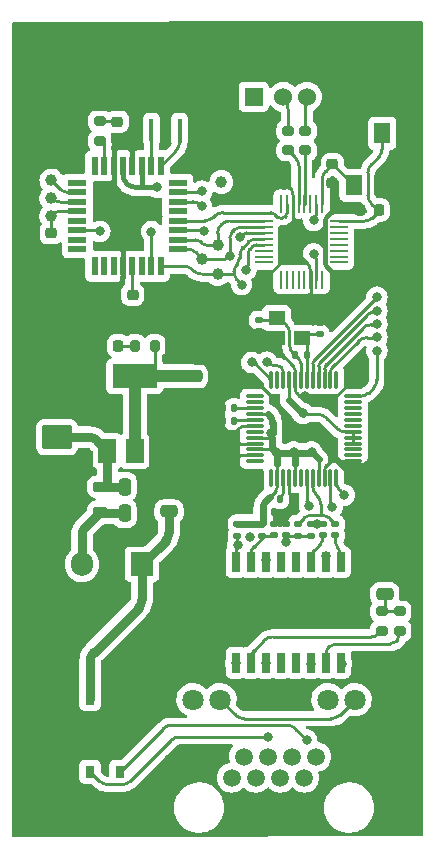
<source format=gbr>
%TF.GenerationSoftware,KiCad,Pcbnew,6.0.11+dfsg-1*%
%TF.CreationDate,2023-12-15T22:29:29+03:00*%
%TF.ProjectId,mr107,6d723130-372e-46b6-9963-61645f706362,rev?*%
%TF.SameCoordinates,Original*%
%TF.FileFunction,Copper,L2,Bot*%
%TF.FilePolarity,Positive*%
%FSLAX46Y46*%
G04 Gerber Fmt 4.6, Leading zero omitted, Abs format (unit mm)*
G04 Created by KiCad (PCBNEW 6.0.11+dfsg-1) date 2023-12-15 22:29:29*
%MOMM*%
%LPD*%
G01*
G04 APERTURE LIST*
G04 Aperture macros list*
%AMRoundRect*
0 Rectangle with rounded corners*
0 $1 Rounding radius*
0 $2 $3 $4 $5 $6 $7 $8 $9 X,Y pos of 4 corners*
0 Add a 4 corners polygon primitive as box body*
4,1,4,$2,$3,$4,$5,$6,$7,$8,$9,$2,$3,0*
0 Add four circle primitives for the rounded corners*
1,1,$1+$1,$2,$3*
1,1,$1+$1,$4,$5*
1,1,$1+$1,$6,$7*
1,1,$1+$1,$8,$9*
0 Add four rect primitives between the rounded corners*
20,1,$1+$1,$2,$3,$4,$5,0*
20,1,$1+$1,$4,$5,$6,$7,0*
20,1,$1+$1,$6,$7,$8,$9,0*
20,1,$1+$1,$8,$9,$2,$3,0*%
G04 Aperture macros list end*
%TA.AperFunction,SMDPad,CuDef*%
%ADD10RoundRect,0.135000X-0.185000X0.135000X-0.185000X-0.135000X0.185000X-0.135000X0.185000X0.135000X0*%
%TD*%
%TA.AperFunction,SMDPad,CuDef*%
%ADD11R,0.400000X1.900000*%
%TD*%
%TA.AperFunction,SMDPad,CuDef*%
%ADD12RoundRect,0.075000X0.075000X-0.662500X0.075000X0.662500X-0.075000X0.662500X-0.075000X-0.662500X0*%
%TD*%
%TA.AperFunction,SMDPad,CuDef*%
%ADD13RoundRect,0.075000X0.662500X-0.075000X0.662500X0.075000X-0.662500X0.075000X-0.662500X-0.075000X0*%
%TD*%
%TA.AperFunction,SMDPad,CuDef*%
%ADD14RoundRect,0.250000X0.475000X-0.250000X0.475000X0.250000X-0.475000X0.250000X-0.475000X-0.250000X0*%
%TD*%
%TA.AperFunction,SMDPad,CuDef*%
%ADD15RoundRect,0.140000X0.140000X0.170000X-0.140000X0.170000X-0.140000X-0.170000X0.140000X-0.170000X0*%
%TD*%
%TA.AperFunction,SMDPad,CuDef*%
%ADD16C,1.000000*%
%TD*%
%TA.AperFunction,SMDPad,CuDef*%
%ADD17RoundRect,0.225000X-0.250000X0.225000X-0.250000X-0.225000X0.250000X-0.225000X0.250000X0.225000X0*%
%TD*%
%TA.AperFunction,SMDPad,CuDef*%
%ADD18R,0.550000X1.600000*%
%TD*%
%TA.AperFunction,SMDPad,CuDef*%
%ADD19R,1.600000X0.550000*%
%TD*%
%TA.AperFunction,SMDPad,CuDef*%
%ADD20R,1.500000X2.000000*%
%TD*%
%TA.AperFunction,SMDPad,CuDef*%
%ADD21R,3.800000X2.000000*%
%TD*%
%TA.AperFunction,SMDPad,CuDef*%
%ADD22RoundRect,0.200000X0.200000X0.275000X-0.200000X0.275000X-0.200000X-0.275000X0.200000X-0.275000X0*%
%TD*%
%TA.AperFunction,SMDPad,CuDef*%
%ADD23R,1.400000X1.200000*%
%TD*%
%TA.AperFunction,SMDPad,CuDef*%
%ADD24R,0.800000X1.000000*%
%TD*%
%TA.AperFunction,ComponentPad*%
%ADD25C,1.500000*%
%TD*%
%TA.AperFunction,ComponentPad*%
%ADD26C,1.800000*%
%TD*%
%TA.AperFunction,ComponentPad*%
%ADD27C,3.000000*%
%TD*%
%TA.AperFunction,SMDPad,CuDef*%
%ADD28RoundRect,0.135000X-0.135000X-0.185000X0.135000X-0.185000X0.135000X0.185000X-0.135000X0.185000X0*%
%TD*%
%TA.AperFunction,SMDPad,CuDef*%
%ADD29RoundRect,0.200000X-0.275000X0.200000X-0.275000X-0.200000X0.275000X-0.200000X0.275000X0.200000X0*%
%TD*%
%TA.AperFunction,SMDPad,CuDef*%
%ADD30RoundRect,0.218750X-0.218750X-0.256250X0.218750X-0.256250X0.218750X0.256250X-0.218750X0.256250X0*%
%TD*%
%TA.AperFunction,ComponentPad*%
%ADD31R,1.524000X1.524000*%
%TD*%
%TA.AperFunction,ComponentPad*%
%ADD32C,1.524000*%
%TD*%
%TA.AperFunction,ComponentPad*%
%ADD33C,3.500000*%
%TD*%
%TA.AperFunction,SMDPad,CuDef*%
%ADD34RoundRect,0.140000X0.170000X-0.140000X0.170000X0.140000X-0.170000X0.140000X-0.170000X-0.140000X0*%
%TD*%
%TA.AperFunction,SMDPad,CuDef*%
%ADD35RoundRect,0.062500X0.062500X-0.662500X0.062500X0.662500X-0.062500X0.662500X-0.062500X-0.662500X0*%
%TD*%
%TA.AperFunction,SMDPad,CuDef*%
%ADD36RoundRect,0.062500X0.662500X-0.062500X0.662500X0.062500X-0.662500X0.062500X-0.662500X-0.062500X0*%
%TD*%
%TA.AperFunction,SMDPad,CuDef*%
%ADD37RoundRect,0.140000X-0.170000X0.140000X-0.170000X-0.140000X0.170000X-0.140000X0.170000X0.140000X0*%
%TD*%
%TA.AperFunction,SMDPad,CuDef*%
%ADD38RoundRect,0.140000X-0.140000X-0.170000X0.140000X-0.170000X0.140000X0.170000X-0.140000X0.170000X0*%
%TD*%
%TA.AperFunction,SMDPad,CuDef*%
%ADD39RoundRect,0.250000X-1.025000X0.787500X-1.025000X-0.787500X1.025000X-0.787500X1.025000X0.787500X0*%
%TD*%
%TA.AperFunction,SMDPad,CuDef*%
%ADD40RoundRect,0.218750X0.381250X-0.218750X0.381250X0.218750X-0.381250X0.218750X-0.381250X-0.218750X0*%
%TD*%
%TA.AperFunction,SMDPad,CuDef*%
%ADD41RoundRect,0.225000X0.225000X0.250000X-0.225000X0.250000X-0.225000X-0.250000X0.225000X-0.250000X0*%
%TD*%
%TA.AperFunction,SMDPad,CuDef*%
%ADD42RoundRect,0.250000X-0.250000X-0.475000X0.250000X-0.475000X0.250000X0.475000X-0.250000X0.475000X0*%
%TD*%
%TA.AperFunction,SMDPad,CuDef*%
%ADD43RoundRect,0.250000X-0.475000X0.250000X-0.475000X-0.250000X0.475000X-0.250000X0.475000X0.250000X0*%
%TD*%
%TA.AperFunction,SMDPad,CuDef*%
%ADD44R,0.700000X1.670000*%
%TD*%
%TA.AperFunction,SMDPad,CuDef*%
%ADD45RoundRect,0.200000X0.275000X-0.200000X0.275000X0.200000X-0.275000X0.200000X-0.275000X-0.200000X0*%
%TD*%
%TA.AperFunction,SMDPad,CuDef*%
%ADD46R,1.400000X1.800000*%
%TD*%
%TA.AperFunction,ComponentPad*%
%ADD47R,1.905000X2.000000*%
%TD*%
%TA.AperFunction,ComponentPad*%
%ADD48O,1.905000X2.000000*%
%TD*%
%TA.AperFunction,SMDPad,CuDef*%
%ADD49RoundRect,0.218750X0.256250X-0.218750X0.256250X0.218750X-0.256250X0.218750X-0.256250X-0.218750X0*%
%TD*%
%TA.AperFunction,ViaPad*%
%ADD50C,0.800000*%
%TD*%
%TA.AperFunction,Conductor*%
%ADD51C,0.250000*%
%TD*%
%TA.AperFunction,Conductor*%
%ADD52C,0.800000*%
%TD*%
%TA.AperFunction,Conductor*%
%ADD53C,0.400000*%
%TD*%
%TA.AperFunction,Conductor*%
%ADD54C,0.500000*%
%TD*%
%TA.AperFunction,Conductor*%
%ADD55C,1.000000*%
%TD*%
%TA.AperFunction,Conductor*%
%ADD56C,0.600000*%
%TD*%
G04 APERTURE END LIST*
D10*
%TO.P,R11,1*%
%TO.N,Net-(C11-Pad1)*%
X72686814Y-94980000D03*
%TO.P,R11,2*%
%TO.N,Net-(D4-Pad1)*%
X72686814Y-96000000D03*
%TD*%
%TO.P,R1,1*%
%TO.N,Net-(C11-Pad1)*%
X73736814Y-94979214D03*
%TO.P,R1,2*%
%TO.N,Net-(D4-Pad3)*%
X73736814Y-95999214D03*
%TD*%
D11*
%TO.P,Y3,1,1*%
%TO.N,Net-(U2-Pad8)*%
X67790000Y-61613000D03*
%TO.P,Y3,2,2*%
%TO.N,GND*%
X66590000Y-61613000D03*
%TO.P,Y3,3,3*%
%TO.N,Net-(U2-Pad7)*%
X65390000Y-61613000D03*
%TD*%
D12*
%TO.P,U1,1,TXN*%
%TO.N,Net-(D4-Pad3)*%
X81055000Y-91096714D03*
%TO.P,U1,2,TXP*%
%TO.N,Net-(D4-Pad1)*%
X80555000Y-91096714D03*
%TO.P,U1,3,AGND*%
%TO.N,GND*%
X80055000Y-91096714D03*
%TO.P,U1,4,AVDD*%
%TO.N,Net-(C11-Pad1)*%
X79555000Y-91096714D03*
%TO.P,U1,5,RXN*%
%TO.N,Net-(C24-Pad1)*%
X79055000Y-91096714D03*
%TO.P,U1,6,RXP*%
%TO.N,Net-(C23-Pad1)*%
X78555000Y-91096714D03*
%TO.P,U1,7,DNC*%
%TO.N,unconnected-(U1-Pad7)*%
X78055000Y-91096714D03*
%TO.P,U1,8,AVDD*%
%TO.N,Net-(C11-Pad1)*%
X77555000Y-91096714D03*
%TO.P,U1,9,AGND*%
%TO.N,GND*%
X77055000Y-91096714D03*
%TO.P,U1,10,EXRES1*%
%TO.N,Net-(R10-Pad1)*%
X76555000Y-91096714D03*
%TO.P,U1,11,AVDD*%
%TO.N,Net-(C11-Pad1)*%
X76055000Y-91096714D03*
%TO.P,U1,12,NC*%
%TO.N,unconnected-(U1-Pad12)*%
X75555000Y-91096714D03*
D13*
%TO.P,U1,13,NC*%
%TO.N,unconnected-(U1-Pad13)*%
X74142500Y-89684214D03*
%TO.P,U1,14,AGND*%
%TO.N,GND*%
X74142500Y-89184214D03*
%TO.P,U1,15,AVDD*%
%TO.N,Net-(C11-Pad1)*%
X74142500Y-88684214D03*
%TO.P,U1,16,AGND*%
%TO.N,GND*%
X74142500Y-88184214D03*
%TO.P,U1,17,AVDD*%
%TO.N,Net-(C11-Pad1)*%
X74142500Y-87684214D03*
%TO.P,U1,18,VBG*%
%TO.N,unconnected-(U1-Pad18)*%
X74142500Y-87184214D03*
%TO.P,U1,19,AGND*%
%TO.N,GND*%
X74142500Y-86684214D03*
%TO.P,U1,20,TOCAP*%
%TO.N,Net-(C18-Pad1)*%
X74142500Y-86184214D03*
%TO.P,U1,21,AVDD*%
%TO.N,Net-(C11-Pad1)*%
X74142500Y-85684214D03*
%TO.P,U1,22,1V2O*%
%TO.N,Net-(C16-Pad1)*%
X74142500Y-85184214D03*
%TO.P,U1,23,RSVD*%
%TO.N,unconnected-(U1-Pad23)*%
X74142500Y-84684214D03*
%TO.P,U1,24,SPDLED*%
%TO.N,unconnected-(U1-Pad24)*%
X74142500Y-84184214D03*
D12*
%TO.P,U1,25,LINKLED*%
%TO.N,Net-(R8-Pad1)*%
X75555000Y-82771714D03*
%TO.P,U1,26,DUPLED*%
%TO.N,unconnected-(U1-Pad26)*%
X76055000Y-82771714D03*
%TO.P,U1,27,ACTLED*%
%TO.N,Net-(R9-Pad1)*%
X76555000Y-82771714D03*
%TO.P,U1,28,VDD*%
%TO.N,+3.3V*%
X77055000Y-82771714D03*
%TO.P,U1,29,GND*%
%TO.N,GND*%
X77555000Y-82771714D03*
%TO.P,U1,30,XI/CLKIN*%
%TO.N,Net-(C3-Pad1)*%
X78055000Y-82771714D03*
%TO.P,U1,31,XO*%
%TO.N,Net-(C5-Pad1)*%
X78555000Y-82771714D03*
%TO.P,U1,32,~{SCS}*%
%TO.N,SS_ETH*%
X79055000Y-82771714D03*
%TO.P,U1,33,SCLK*%
%TO.N,SCLK*%
X79555000Y-82771714D03*
%TO.P,U1,34,MISO*%
%TO.N,MISO*%
X80055000Y-82771714D03*
%TO.P,U1,35,MOSI*%
%TO.N,MOSI*%
X80555000Y-82771714D03*
%TO.P,U1,36,~{INT}*%
%TO.N,unconnected-(U1-Pad36)*%
X81055000Y-82771714D03*
D13*
%TO.P,U1,37,~{RST}*%
%TO.N,RST_ETH*%
X82467500Y-84184214D03*
%TO.P,U1,38,RSVD*%
%TO.N,unconnected-(U1-Pad38)*%
X82467500Y-84684214D03*
%TO.P,U1,39,RSVD*%
%TO.N,unconnected-(U1-Pad39)*%
X82467500Y-85184214D03*
%TO.P,U1,40,RSVD*%
%TO.N,unconnected-(U1-Pad40)*%
X82467500Y-85684214D03*
%TO.P,U1,41,RSVD*%
%TO.N,unconnected-(U1-Pad41)*%
X82467500Y-86184214D03*
%TO.P,U1,42,RSVD*%
%TO.N,unconnected-(U1-Pad42)*%
X82467500Y-86684214D03*
%TO.P,U1,43,PMODE2*%
%TO.N,+3.3V*%
X82467500Y-87184214D03*
%TO.P,U1,44,PMODE1*%
X82467500Y-87684214D03*
%TO.P,U1,45,PMODE0*%
X82467500Y-88184214D03*
%TO.P,U1,46,NC*%
%TO.N,unconnected-(U1-Pad46)*%
X82467500Y-88684214D03*
%TO.P,U1,47,NC*%
%TO.N,unconnected-(U1-Pad47)*%
X82467500Y-89184214D03*
%TO.P,U1,48,AGND*%
%TO.N,GND*%
X82467500Y-89684214D03*
%TD*%
D14*
%TO.P,C17,1*%
%TO.N,passive_PoE*%
X66885000Y-93925000D03*
%TO.P,C17,2*%
%TO.N,GND*%
X66885000Y-92025000D03*
%TD*%
D15*
%TO.P,C18,1*%
%TO.N,Net-(C18-Pad1)*%
X72392500Y-86244214D03*
%TO.P,C18,2*%
%TO.N,GND*%
X71432500Y-86244214D03*
%TD*%
D16*
%TO.P,J6,1*%
%TO.N,RST*%
X56915000Y-68923000D03*
%TD*%
D17*
%TO.P,C8,1*%
%TO.N,RST*%
X56915000Y-70358000D03*
%TO.P,C8,2*%
%TO.N,GND*%
X56915000Y-71908000D03*
%TD*%
D18*
%TO.P,U2,1,PD3*%
%TO.N,unconnected-(U2-Pad1)*%
X60590000Y-64663000D03*
%TO.P,U2,2,PD4*%
%TO.N,Net-(R5-Pad1)*%
X61390000Y-64663000D03*
%TO.P,U2,3,GND*%
%TO.N,GND*%
X62190000Y-64663000D03*
%TO.P,U2,4,VCC*%
%TO.N,Net-(C6-Pad1)*%
X62990000Y-64663000D03*
%TO.P,U2,5,GND*%
%TO.N,GND*%
X63790000Y-64663000D03*
%TO.P,U2,6,VCC*%
%TO.N,Net-(C6-Pad1)*%
X64590000Y-64663000D03*
%TO.P,U2,7,XTAL1/PB6*%
%TO.N,Net-(U2-Pad7)*%
X65390000Y-64663000D03*
%TO.P,U2,8,XTAL2/PB7*%
%TO.N,Net-(U2-Pad8)*%
X66190000Y-64663000D03*
D19*
%TO.P,U2,9,PD5*%
%TO.N,unconnected-(U2-Pad9)*%
X67640000Y-66113000D03*
%TO.P,U2,10,PD6*%
%TO.N,SS_ETH*%
X67640000Y-66913000D03*
%TO.P,U2,11,PD7*%
%TO.N,SS_USB*%
X67640000Y-67713000D03*
%TO.P,U2,12,PB0*%
%TO.N,unconnected-(U2-Pad12)*%
X67640000Y-68513000D03*
%TO.P,U2,13,PB1*%
%TO.N,INT_USB*%
X67640000Y-69313000D03*
%TO.P,U2,14,PB2*%
%TO.N,RST_USB*%
X67640000Y-70113000D03*
%TO.P,U2,15,PB3*%
%TO.N,MOSI*%
X67640000Y-70913000D03*
%TO.P,U2,16,PB4*%
%TO.N,MISO*%
X67640000Y-71713000D03*
D18*
%TO.P,U2,17,PB5*%
%TO.N,SCLK*%
X66190000Y-73163000D03*
%TO.P,U2,18,AVCC*%
%TO.N,Net-(C7-Pad1)*%
X65390000Y-73163000D03*
%TO.P,U2,19,ADC6*%
%TO.N,unconnected-(U2-Pad19)*%
X64590000Y-73163000D03*
%TO.P,U2,20,AREF*%
%TO.N,Net-(C4-Pad1)*%
X63790000Y-73163000D03*
%TO.P,U2,21,GND*%
%TO.N,GND*%
X62990000Y-73163000D03*
%TO.P,U2,22,ADC7*%
%TO.N,unconnected-(U2-Pad22)*%
X62190000Y-73163000D03*
%TO.P,U2,23,PC0*%
%TO.N,unconnected-(U2-Pad23)*%
X61390000Y-73163000D03*
%TO.P,U2,24,PC1*%
%TO.N,unconnected-(U2-Pad24)*%
X60590000Y-73163000D03*
D19*
%TO.P,U2,25,PC2*%
%TO.N,unconnected-(U2-Pad25)*%
X59140000Y-71713000D03*
%TO.P,U2,26,PC3*%
%TO.N,unconnected-(U2-Pad26)*%
X59140000Y-70913000D03*
%TO.P,U2,27,PC4*%
%TO.N,RST_ETH*%
X59140000Y-70113000D03*
%TO.P,U2,28,PC5*%
%TO.N,unconnected-(U2-Pad28)*%
X59140000Y-69313000D03*
%TO.P,U2,29,~{RESET}/PC6*%
%TO.N,RST*%
X59140000Y-68513000D03*
%TO.P,U2,30,PD0*%
%TO.N,/RxD*%
X59140000Y-67713000D03*
%TO.P,U2,31,PD1*%
%TO.N,/TxD*%
X59140000Y-66913000D03*
%TO.P,U2,32,PD2*%
%TO.N,unconnected-(U2-Pad32)*%
X59140000Y-66113000D03*
%TD*%
D20*
%TO.P,U3,1,GND*%
%TO.N,GND*%
X66275000Y-88795000D03*
%TO.P,U3,2,VO*%
%TO.N,+3.3V*%
X63975000Y-88795000D03*
D21*
X63975000Y-82495000D03*
D20*
%TO.P,U3,3,VI*%
%TO.N,+5V*%
X61675000Y-88795000D03*
%TD*%
D22*
%TO.P,R14,1*%
%TO.N,+3.3V*%
X65670000Y-79915000D03*
%TO.P,R14,2*%
%TO.N,Net-(D3-Pad2)*%
X64020000Y-79915000D03*
%TD*%
D23*
%TO.P,Y1,1,1*%
%TO.N,Net-(C3-Pad1)*%
X75990000Y-77560000D03*
%TO.P,Y1,2,2*%
%TO.N,GND*%
X78190000Y-77560000D03*
%TO.P,Y1,3,3*%
%TO.N,Net-(C5-Pad1)*%
X78190000Y-79260000D03*
%TO.P,Y1,4,4*%
%TO.N,GND*%
X75990000Y-79260000D03*
%TD*%
D16*
%TO.P,J7,1*%
%TO.N,GND*%
X69715000Y-75573000D03*
%TD*%
D24*
%TO.P,D5,1*%
%TO.N,Net-(D5-Pad1)*%
X62750000Y-115965000D03*
%TO.P,D5,2*%
%TO.N,Net-(D5-Pad2)*%
X60210000Y-115965000D03*
%TO.P,D5,3,+*%
%TO.N,passive_PoE*%
X60210000Y-109815000D03*
%TO.P,D5,4,-*%
%TO.N,GND*%
X62750000Y-109815000D03*
%TD*%
D16*
%TO.P,J3,1*%
%TO.N,MOSI*%
X71005000Y-71373000D03*
%TD*%
D15*
%TO.P,C16,1*%
%TO.N,Net-(C16-Pad1)*%
X72385000Y-85184214D03*
%TO.P,C16,2*%
%TO.N,GND*%
X71425000Y-85184214D03*
%TD*%
D25*
%TO.P,J10,1*%
%TO.N,Net-(D4-Pad16)*%
X72210000Y-116467500D03*
%TO.P,J10,2*%
%TO.N,Net-(D4-Pad14)*%
X73230000Y-114687500D03*
%TO.P,J10,3*%
%TO.N,Net-(D4-Pad11)*%
X74250000Y-116467500D03*
%TO.P,J10,4*%
%TO.N,Net-(D5-Pad2)*%
X75270000Y-114687500D03*
%TO.P,J10,5*%
X76290000Y-116467500D03*
%TO.P,J10,6*%
%TO.N,Net-(D4-Pad9)*%
X77310000Y-114687500D03*
%TO.P,J10,7*%
%TO.N,Net-(D5-Pad1)*%
X78330000Y-116467500D03*
%TO.P,J10,8*%
X79350000Y-114687500D03*
D26*
%TO.P,J10,9,-*%
%TO.N,link*%
X68920000Y-109867500D03*
%TO.P,J10,10,+*%
%TO.N,+3.3V*%
X71210000Y-109867500D03*
%TO.P,J10,11,-*%
%TO.N,act*%
X80350000Y-109867500D03*
%TO.P,J10,12,+*%
%TO.N,+3.3V*%
X82640000Y-109867500D03*
D27*
%TO.P,J10,s*%
%TO.N,GND*%
X67655000Y-115777500D03*
X83905000Y-115577500D03*
%TD*%
D28*
%TO.P,R2,1*%
%TO.N,Net-(C3-Pad1)*%
X77540000Y-80680000D03*
%TO.P,R2,2*%
%TO.N,Net-(C5-Pad1)*%
X78560000Y-80680000D03*
%TD*%
D29*
%TO.P,R16,1*%
%TO.N,Net-(C29-Pad1)*%
X84910000Y-102395000D03*
%TO.P,R16,2*%
%TO.N,Net-(D4-Pad15)*%
X84910000Y-104045000D03*
%TD*%
D30*
%TO.P,D3,1,K*%
%TO.N,GND*%
X61027500Y-79915000D03*
%TO.P,D3,2,A*%
%TO.N,Net-(D3-Pad2)*%
X62602500Y-79915000D03*
%TD*%
D31*
%TO.P,J1,1,VBUS*%
%TO.N,+5V*%
X74060000Y-58820000D03*
D32*
%TO.P,J1,2,D-*%
%TO.N,Net-(J1-Pad2)*%
X76560000Y-58820000D03*
%TO.P,J1,3,D+*%
%TO.N,Net-(J1-Pad3)*%
X78560000Y-58820000D03*
%TO.P,J1,4,GND*%
%TO.N,GND*%
X81060000Y-58820000D03*
D33*
%TO.P,J1,5,Shield*%
X84130000Y-56110000D03*
X70990000Y-56110000D03*
%TD*%
D34*
%TO.P,C20,1*%
%TO.N,Net-(C20-Pad1)*%
X75797500Y-95949214D03*
%TO.P,C20,2*%
%TO.N,GND*%
X75797500Y-94989214D03*
%TD*%
%TO.P,C19,1*%
%TO.N,Net-(C19-Pad1)*%
X76800000Y-95960000D03*
%TO.P,C19,2*%
%TO.N,GND*%
X76800000Y-95000000D03*
%TD*%
D35*
%TO.P,D1,1,gpin7*%
%TO.N,unconnected-(D1-Pad1)*%
X79860000Y-74300000D03*
%TO.P,D1,2,vl*%
%TO.N,+3.3V*%
X79360000Y-74300000D03*
%TO.P,D1,3,gnd*%
%TO.N,GND*%
X78860000Y-74300000D03*
%TO.P,D1,4,gpout0*%
%TO.N,unconnected-(D1-Pad4)*%
X78360000Y-74300000D03*
%TO.P,D1,5,gpout1*%
%TO.N,unconnected-(D1-Pad5)*%
X77860000Y-74300000D03*
%TO.P,D1,6,gpout2*%
%TO.N,unconnected-(D1-Pad6)*%
X77360000Y-74300000D03*
%TO.P,D1,7,gpout3*%
%TO.N,unconnected-(D1-Pad7)*%
X76860000Y-74300000D03*
%TO.P,D1,8,gpout4*%
%TO.N,unconnected-(D1-Pad8)*%
X76360000Y-74300000D03*
D36*
%TO.P,D1,9,gpout5*%
%TO.N,unconnected-(D1-Pad9)*%
X74910000Y-72850000D03*
%TO.P,D1,10,gpout6*%
%TO.N,unconnected-(D1-Pad10)*%
X74910000Y-72350000D03*
%TO.P,D1,11,gpout7*%
%TO.N,unconnected-(D1-Pad11)*%
X74910000Y-71850000D03*
%TO.P,D1,12,res*%
%TO.N,RST_USB*%
X74910000Y-71350000D03*
%TO.P,D1,13,sclk*%
%TO.N,SCLK*%
X74910000Y-70850000D03*
%TO.P,D1,14,ss*%
%TO.N,SS_USB*%
X74910000Y-70350000D03*
%TO.P,D1,15,miso*%
%TO.N,MISO*%
X74910000Y-69850000D03*
%TO.P,D1,16,mosi*%
%TO.N,MOSI*%
X74910000Y-69350000D03*
D35*
%TO.P,D1,17,GPX*%
%TO.N,unconnected-(D1-Pad17)*%
X76360000Y-67900000D03*
%TO.P,D1,18,int*%
%TO.N,INT_USB*%
X76860000Y-67900000D03*
%TO.P,D1,19,gnd*%
%TO.N,GND*%
X77360000Y-67900000D03*
%TO.P,D1,20,D-*%
%TO.N,Net-(D1-Pad20)*%
X77860000Y-67900000D03*
%TO.P,D1,21,D+*%
%TO.N,Net-(D1-Pad21)*%
X78360000Y-67900000D03*
%TO.P,D1,22,VBcomp*%
%TO.N,unconnected-(D1-Pad22)*%
X78860000Y-67900000D03*
%TO.P,D1,23,vcc*%
%TO.N,+3.3V*%
X79360000Y-67900000D03*
%TO.P,D1,24,xi*%
%TO.N,Net-(C27-Pad1)*%
X79860000Y-67900000D03*
D36*
%TO.P,D1,25,xo*%
%TO.N,Net-(C26-Pad1)*%
X81310000Y-69350000D03*
%TO.P,D1,26,gpin0*%
%TO.N,unconnected-(D1-Pad26)*%
X81310000Y-69850000D03*
%TO.P,D1,27,gpin1*%
%TO.N,unconnected-(D1-Pad27)*%
X81310000Y-70350000D03*
%TO.P,D1,28,gpin2*%
%TO.N,unconnected-(D1-Pad28)*%
X81310000Y-70850000D03*
%TO.P,D1,29,gpin3*%
%TO.N,unconnected-(D1-Pad29)*%
X81310000Y-71350000D03*
%TO.P,D1,30,gpin4*%
%TO.N,unconnected-(D1-Pad30)*%
X81310000Y-71850000D03*
%TO.P,D1,31,gpin5*%
%TO.N,unconnected-(D1-Pad31)*%
X81310000Y-72350000D03*
%TO.P,D1,32,gpin6*%
%TO.N,unconnected-(D1-Pad32)*%
X81310000Y-72850000D03*
%TD*%
D37*
%TO.P,C3,1*%
%TO.N,Net-(C3-Pad1)*%
X74490000Y-77720000D03*
%TO.P,C3,2*%
%TO.N,GND*%
X74490000Y-78680000D03*
%TD*%
D38*
%TO.P,C28,1*%
%TO.N,Net-(C11-Pad1)*%
X74850000Y-93990000D03*
%TO.P,C28,2*%
%TO.N,GND*%
X75810000Y-93990000D03*
%TD*%
D39*
%TO.P,C2,1*%
%TO.N,+5V*%
X57410000Y-87637500D03*
%TO.P,C2,2*%
%TO.N,GND*%
X57410000Y-93862500D03*
%TD*%
D16*
%TO.P,J4,1*%
%TO.N,MISO*%
X69715000Y-72563000D03*
%TD*%
D28*
%TO.P,R10,1*%
%TO.N,Net-(R10-Pad1)*%
X76250000Y-92900000D03*
%TO.P,R10,2*%
%TO.N,GND*%
X77270000Y-92900000D03*
%TD*%
D40*
%TO.P,L3,1,1*%
%TO.N,Net-(C1-Pad1)*%
X61085000Y-93962500D03*
%TO.P,L3,2,2*%
%TO.N,+5V*%
X61085000Y-91837500D03*
%TD*%
D41*
%TO.P,C26,1*%
%TO.N,Net-(C26-Pad1)*%
X84645000Y-68410000D03*
%TO.P,C26,2*%
%TO.N,GND*%
X83095000Y-68410000D03*
%TD*%
D29*
%TO.P,R15,1*%
%TO.N,Net-(C29-Pad1)*%
X86430000Y-102395000D03*
%TO.P,R15,2*%
%TO.N,Net-(D4-Pad10)*%
X86430000Y-104045000D03*
%TD*%
D17*
%TO.P,C4,1*%
%TO.N,Net-(C4-Pad1)*%
X63815000Y-75588000D03*
%TO.P,C4,2*%
%TO.N,GND*%
X63815000Y-77138000D03*
%TD*%
D42*
%TO.P,C9,1*%
%TO.N,+5V*%
X63135000Y-91825000D03*
%TO.P,C9,2*%
%TO.N,GND*%
X65035000Y-91825000D03*
%TD*%
D16*
%TO.P,J8,1*%
%TO.N,/TxD*%
X56925000Y-65903000D03*
%TD*%
D10*
%TO.P,R6,1*%
%TO.N,Net-(C24-Pad1)*%
X77822500Y-94979214D03*
%TO.P,R6,2*%
%TO.N,Net-(C19-Pad1)*%
X77822500Y-95999214D03*
%TD*%
D37*
%TO.P,C24,1*%
%TO.N,Net-(C24-Pad1)*%
X80972500Y-94989214D03*
%TO.P,C24,2*%
%TO.N,Net-(C24-Pad2)*%
X80972500Y-95949214D03*
%TD*%
D10*
%TO.P,R12,1*%
%TO.N,Net-(C11-Pad1)*%
X74797500Y-94979214D03*
%TO.P,R12,2*%
%TO.N,Net-(C20-Pad1)*%
X74797500Y-95999214D03*
%TD*%
D16*
%TO.P,J9,1*%
%TO.N,Net-(C6-Pad1)*%
X71320000Y-66030000D03*
%TD*%
D10*
%TO.P,R7,1*%
%TO.N,Net-(C23-Pad1)*%
X78897500Y-94979214D03*
%TO.P,R7,2*%
%TO.N,Net-(C19-Pad1)*%
X78897500Y-95999214D03*
%TD*%
D16*
%TO.P,J2,1*%
%TO.N,/RxD*%
X56915000Y-67413000D03*
%TD*%
D42*
%TO.P,C1,1*%
%TO.N,Net-(C1-Pad1)*%
X63135000Y-94100000D03*
%TO.P,C1,2*%
%TO.N,GND*%
X65035000Y-94100000D03*
%TD*%
D43*
%TO.P,C10,1*%
%TO.N,+3.3V*%
X68970000Y-82500000D03*
%TO.P,C10,2*%
%TO.N,GND*%
X68970000Y-84400000D03*
%TD*%
D37*
%TO.P,C23,1*%
%TO.N,Net-(C23-Pad1)*%
X79947500Y-94989214D03*
%TO.P,C23,2*%
%TO.N,Net-(C23-Pad2)*%
X79947500Y-95949214D03*
%TD*%
D44*
%TO.P,D4,1*%
%TO.N,Net-(D4-Pad1)*%
X72531814Y-98205000D03*
%TO.P,D4,2*%
%TO.N,Net-(C20-Pad1)*%
X73801814Y-98205000D03*
%TO.P,D4,3*%
%TO.N,Net-(D4-Pad3)*%
X75071814Y-98205000D03*
%TO.P,D4,4*%
%TO.N,unconnected-(D4-Pad4)*%
X76341814Y-98205000D03*
%TO.P,D4,5*%
%TO.N,unconnected-(D4-Pad5)*%
X77611814Y-98205000D03*
%TO.P,D4,6*%
%TO.N,Net-(C23-Pad2)*%
X78881814Y-98205000D03*
%TO.P,D4,7*%
%TO.N,Net-(C19-Pad1)*%
X80151814Y-98205000D03*
%TO.P,D4,8*%
%TO.N,Net-(C24-Pad2)*%
X81421814Y-98205000D03*
%TO.P,D4,9*%
%TO.N,Net-(D4-Pad9)*%
X81421814Y-106735000D03*
%TO.P,D4,10*%
%TO.N,Net-(D4-Pad10)*%
X80151814Y-106735000D03*
%TO.P,D4,11*%
%TO.N,Net-(D4-Pad11)*%
X78881814Y-106735000D03*
%TO.P,D4,12*%
%TO.N,unconnected-(D4-Pad12)*%
X77611814Y-106735000D03*
%TO.P,D4,13*%
%TO.N,unconnected-(D4-Pad13)*%
X76341814Y-106735000D03*
%TO.P,D4,14*%
%TO.N,Net-(D4-Pad14)*%
X75071814Y-106735000D03*
%TO.P,D4,15*%
%TO.N,Net-(D4-Pad15)*%
X73801814Y-106735000D03*
%TO.P,D4,16*%
%TO.N,Net-(D4-Pad16)*%
X72531814Y-106735000D03*
%TD*%
D45*
%TO.P,R5,1*%
%TO.N,Net-(R5-Pad1)*%
X61035000Y-62548000D03*
%TO.P,R5,2*%
%TO.N,Net-(D2-Pad2)*%
X61035000Y-60898000D03*
%TD*%
D46*
%TO.P,Y2,1,1*%
%TO.N,Net-(C26-Pad1)*%
X84930000Y-61920000D03*
%TO.P,Y2,2,2*%
%TO.N,GND*%
X84930000Y-66320000D03*
%TO.P,Y2,3,3*%
%TO.N,Net-(C27-Pad1)*%
X82530000Y-66320000D03*
%TO.P,Y2,4,4*%
%TO.N,GND*%
X82530000Y-61920000D03*
%TD*%
D14*
%TO.P,C29,1*%
%TO.N,Net-(C29-Pad1)*%
X85170000Y-100940000D03*
%TO.P,C29,2*%
%TO.N,GND*%
X85170000Y-99040000D03*
%TD*%
D45*
%TO.P,R3,1*%
%TO.N,Net-(D1-Pad21)*%
X78440000Y-63355000D03*
%TO.P,R3,2*%
%TO.N,Net-(J1-Pad3)*%
X78440000Y-61705000D03*
%TD*%
%TO.P,R4,1*%
%TO.N,Net-(D1-Pad20)*%
X76970000Y-63355000D03*
%TO.P,R4,2*%
%TO.N,Net-(J1-Pad2)*%
X76970000Y-61705000D03*
%TD*%
D34*
%TO.P,C5,1*%
%TO.N,Net-(C5-Pad1)*%
X79650000Y-78900000D03*
%TO.P,C5,2*%
%TO.N,GND*%
X79650000Y-77940000D03*
%TD*%
D47*
%TO.P,U4,1,IN*%
%TO.N,passive_PoE*%
X64600000Y-98410000D03*
D48*
%TO.P,U4,2,GND*%
%TO.N,GND*%
X62060000Y-98410000D03*
%TO.P,U4,3,OUT*%
%TO.N,Net-(C1-Pad1)*%
X59520000Y-98410000D03*
%TD*%
D17*
%TO.P,C27,1*%
%TO.N,Net-(C27-Pad1)*%
X80730000Y-64535000D03*
%TO.P,C27,2*%
%TO.N,GND*%
X80730000Y-66085000D03*
%TD*%
D16*
%TO.P,J5,1*%
%TO.N,SCLK*%
X71040000Y-73838000D03*
%TD*%
D49*
%TO.P,D2,1,K*%
%TO.N,GND*%
X62505000Y-62510500D03*
%TO.P,D2,2,A*%
%TO.N,Net-(D2-Pad2)*%
X62505000Y-60935500D03*
%TD*%
D50*
%TO.N,GND*%
X66840000Y-100840000D03*
X74220000Y-66940000D03*
X71840000Y-100880000D03*
X77020000Y-70640000D03*
X82330000Y-82910000D03*
X66510000Y-86920000D03*
X78371814Y-84135000D03*
X80700000Y-88860000D03*
X67430000Y-76200000D03*
X63685000Y-68033000D03*
X72380000Y-88190000D03*
X77170000Y-93850000D03*
X59190000Y-63210000D03*
%TO.N,+5V*%
X57520000Y-87730000D03*
%TO.N,Net-(C6-Pad1)*%
X65905000Y-66493000D03*
X71270000Y-66030000D03*
%TO.N,+3.3V*%
X63975000Y-85753000D03*
X79130000Y-69280000D03*
X78211814Y-85635000D03*
X79140000Y-72120000D03*
%TO.N,Net-(C7-Pad1)*%
X65405000Y-70233000D03*
%TO.N,Net-(C11-Pad1)*%
X78961814Y-88895000D03*
X75561814Y-87255000D03*
X75971814Y-88895000D03*
X77451814Y-88895000D03*
%TO.N,Net-(C19-Pad1)*%
X76830000Y-96520000D03*
X80150000Y-97740000D03*
%TO.N,Net-(C23-Pad1)*%
X78770000Y-93470000D03*
X79426028Y-94989214D03*
%TO.N,SCLK*%
X84490000Y-76922500D03*
X73030000Y-74730000D03*
%TO.N,SS_USB*%
X69645000Y-68063000D03*
X72930000Y-70680000D03*
%TO.N,MISO*%
X72035000Y-72343000D03*
X84490000Y-78055000D03*
%TO.N,MOSI*%
X71005000Y-71353000D03*
X84490000Y-79187500D03*
%TO.N,Net-(D4-Pad1)*%
X72720000Y-96810000D03*
X80700000Y-93520000D03*
%TO.N,Net-(R8-Pad1)*%
X73900000Y-81310000D03*
%TO.N,Net-(R9-Pad1)*%
X75170000Y-81290000D03*
%TO.N,SS_ETH*%
X84490000Y-75790000D03*
X69665000Y-66813000D03*
%TO.N,RST_ETH*%
X84490000Y-80320000D03*
X61035000Y-70213000D03*
%TO.N,RST_USB*%
X73400000Y-73450000D03*
X69840000Y-70190000D03*
%TO.N,Net-(D4-Pad3)*%
X73736814Y-96060000D03*
X75106814Y-98060000D03*
X81741814Y-92545000D03*
%TO.N,Net-(D4-Pad9)*%
X81500000Y-106810000D03*
%TO.N,Net-(D4-Pad11)*%
X78900000Y-106830000D03*
%TO.N,Net-(D4-Pad14)*%
X75100000Y-106760000D03*
%TO.N,Net-(D4-Pad16)*%
X72540000Y-106790000D03*
%TO.N,Net-(D5-Pad1)*%
X78550000Y-113280000D03*
%TO.N,Net-(D5-Pad2)*%
X75270000Y-113020000D03*
%TD*%
D51*
%TO.N,Net-(C3-Pad1)*%
X78055000Y-82771714D02*
X78055000Y-81402107D01*
X74490000Y-77720000D02*
X75830000Y-77720000D01*
X77090000Y-79815786D02*
X77090000Y-78814214D01*
X76797107Y-78107107D02*
X76250000Y-77560000D01*
X77908553Y-81048553D02*
X77540000Y-80680000D01*
X76250000Y-77560000D02*
X75990000Y-77560000D01*
X75830000Y-77720000D02*
X75990000Y-77560000D01*
X77090010Y-79815786D02*
G75*
G03*
X77382893Y-80522893I999990J-14D01*
G01*
X76797114Y-78107100D02*
G75*
G02*
X77090000Y-78814214I-707114J-707100D01*
G01*
X77908556Y-81048550D02*
G75*
G02*
X78055000Y-81402107I-353556J-353550D01*
G01*
%TO.N,Net-(C20-Pad1)*%
X73801814Y-97619214D02*
X73801814Y-98205000D01*
X74797500Y-95999214D02*
X75747500Y-95999214D01*
X74797500Y-95999214D02*
X74797500Y-96209314D01*
X74797500Y-96209314D02*
X74094707Y-96912107D01*
X74094703Y-96912103D02*
G75*
G03*
X73801814Y-97619214I707097J-707097D01*
G01*
D52*
%TO.N,Net-(C1-Pad1)*%
X59520000Y-98410000D02*
X59520000Y-95941714D01*
X59812893Y-95234607D02*
X61085000Y-93962500D01*
X63135000Y-94100000D02*
X61222500Y-94100000D01*
X59812886Y-95234600D02*
G75*
G03*
X59520000Y-95941714I707114J-707100D01*
G01*
D53*
%TO.N,GND*%
X62697107Y-74760893D02*
X61965000Y-75493000D01*
D51*
X80982500Y-84274214D02*
X82302500Y-82954214D01*
X77408553Y-81608553D02*
X75990000Y-80190000D01*
X78870000Y-74300000D02*
X78870000Y-73584214D01*
D53*
X62990000Y-73163000D02*
X62990000Y-74053786D01*
X63790000Y-62908000D02*
X63790000Y-64663000D01*
D51*
X74142500Y-86684214D02*
X73446714Y-86684214D01*
D53*
X62482893Y-62532607D02*
X62505000Y-62510500D01*
D51*
X77555000Y-82771714D02*
X77555000Y-81962107D01*
X78870000Y-74300000D02*
X78870000Y-75810000D01*
X80582500Y-89684214D02*
X82467500Y-89684214D01*
X77370000Y-67900000D02*
X77370000Y-67114214D01*
X72739607Y-86977107D02*
X72062500Y-87654214D01*
D53*
X62990000Y-73163000D02*
X62990000Y-69940000D01*
D51*
X77055000Y-91096714D02*
X77055000Y-92381079D01*
D53*
X81360000Y-74350000D02*
X80276447Y-73266447D01*
D51*
X73974143Y-82605857D02*
X75402500Y-84034214D01*
X77701447Y-83923161D02*
X77906054Y-84127768D01*
X77010000Y-72200000D02*
X75210000Y-74000000D01*
D53*
X62190000Y-64663000D02*
X62190000Y-63239714D01*
D51*
X74142500Y-89184214D02*
X72022500Y-89184214D01*
X74142500Y-88184214D02*
X72842500Y-88184214D01*
D53*
X62505000Y-62510500D02*
X63392500Y-62510500D01*
D51*
X72842500Y-88184214D02*
X72792500Y-88134214D01*
X75402500Y-84034214D02*
X75952500Y-84584214D01*
D53*
X62190000Y-64663000D02*
X62190000Y-69140000D01*
D51*
X78259607Y-84274214D02*
X80982500Y-84274214D01*
X80201447Y-90065267D02*
X80582500Y-89684214D01*
X75832500Y-94964214D02*
X75842500Y-94954214D01*
X77077107Y-66407107D02*
X76890000Y-66220000D01*
D53*
X63392500Y-62510500D02*
X63790000Y-62908000D01*
D51*
X76890000Y-66220000D02*
X76770000Y-66100000D01*
X77201447Y-92734633D02*
X77321814Y-92855000D01*
D54*
X80802500Y-89254214D02*
X82632500Y-91084214D01*
D53*
X80276447Y-68953553D02*
X81020000Y-68210000D01*
D51*
X78577107Y-72877107D02*
X77900000Y-72200000D01*
X80055000Y-91096714D02*
X80055000Y-90418821D01*
X75990000Y-80190000D02*
X75990000Y-79260000D01*
X77555000Y-82771714D02*
X77555000Y-83569607D01*
X77370000Y-67900000D02*
X77370000Y-69980000D01*
D53*
X80130000Y-72912893D02*
X80130000Y-69307107D01*
D51*
X80201437Y-90065257D02*
G75*
G03*
X80055000Y-90418821I353563J-353543D01*
G01*
X78869990Y-73584214D02*
G75*
G03*
X78577107Y-72877107I-999990J14D01*
G01*
X77408556Y-81608550D02*
G75*
G02*
X77555000Y-81962107I-353556J-353550D01*
G01*
X77701451Y-83923157D02*
G75*
G02*
X77555000Y-83569607I353549J353557D01*
G01*
D53*
X80276444Y-68953550D02*
G75*
G03*
X80130000Y-69307107I353556J-353550D01*
G01*
D51*
X77201437Y-92734643D02*
G75*
G02*
X77055000Y-92381079I353563J353543D01*
G01*
D53*
X62190010Y-63239714D02*
G75*
G02*
X62482893Y-62532607I999990J14D01*
G01*
D51*
X77077114Y-66407100D02*
G75*
G02*
X77370000Y-67114214I-707114J-707100D01*
G01*
X73446714Y-86684220D02*
G75*
G03*
X72739607Y-86977107I-14J-999980D01*
G01*
X78259607Y-84274205D02*
G75*
G02*
X77906054Y-84127768I-7J500005D01*
G01*
D53*
X80130005Y-72912893D02*
G75*
G03*
X80276447Y-73266447I499995J-7D01*
G01*
X62697114Y-74760900D02*
G75*
G03*
X62990000Y-74053786I-707114J707100D01*
G01*
D51*
%TO.N,+5V*%
X61097500Y-91825000D02*
X61085000Y-91837500D01*
D52*
X57410000Y-87637500D02*
X60103286Y-87637500D01*
D51*
X61675000Y-91815000D02*
X61665000Y-91825000D01*
D52*
X60810393Y-87930393D02*
X61415000Y-88535000D01*
X63135000Y-91825000D02*
X61665000Y-91825000D01*
X61675000Y-88795000D02*
X61675000Y-91815000D01*
D51*
X61415000Y-88535000D02*
X61675000Y-88795000D01*
D52*
X61665000Y-91825000D02*
X61097500Y-91825000D01*
X60103286Y-87637510D02*
G75*
G02*
X60810393Y-87930393I14J-999990D01*
G01*
D51*
%TO.N,Net-(C4-Pad1)*%
X63790000Y-75563000D02*
X63815000Y-75588000D01*
X63790000Y-73163000D02*
X63790000Y-75563000D01*
%TO.N,Net-(C5-Pad1)*%
X78555000Y-80685000D02*
X78560000Y-80680000D01*
X78550000Y-78900000D02*
X78190000Y-79260000D01*
X78555000Y-82771714D02*
X78555000Y-80685000D01*
X79650000Y-78900000D02*
X78550000Y-78900000D01*
X78560000Y-80680000D02*
X78560000Y-79550000D01*
D53*
%TO.N,Net-(C6-Pad1)*%
X64555000Y-66493000D02*
X65905000Y-66493000D01*
X64590000Y-64663000D02*
X64590000Y-66458000D01*
X64049214Y-66493000D02*
X64555000Y-66493000D01*
D51*
X64590000Y-66458000D02*
X64555000Y-66493000D01*
D53*
X63282893Y-66140893D02*
X63342107Y-66200107D01*
X62990000Y-64663000D02*
X62990000Y-65433786D01*
X63342100Y-66200114D02*
G75*
G03*
X64049214Y-66493000I707100J707114D01*
G01*
X63282886Y-66140900D02*
G75*
G02*
X62990000Y-65433786I707114J707100D01*
G01*
D51*
%TO.N,+3.3V*%
X78262500Y-85714214D02*
X78292500Y-85714214D01*
X81796714Y-87184214D02*
X82467500Y-87184214D01*
X71210000Y-109867500D02*
X72519607Y-111177107D01*
D55*
X63975000Y-85753000D02*
X63975000Y-82495000D01*
D51*
X79360000Y-74300000D02*
X79360000Y-72537107D01*
D55*
X68945000Y-82495000D02*
X63975000Y-82495000D01*
D51*
X65665000Y-81485000D02*
X65665000Y-83175000D01*
X68975000Y-82525000D02*
X68945000Y-82495000D01*
X79213553Y-72183553D02*
X79160000Y-72130000D01*
X81330393Y-111177107D02*
X82640000Y-109867500D01*
D55*
X63975000Y-88795000D02*
X63975000Y-85753000D01*
D51*
X79370000Y-67900000D02*
X79370000Y-68832893D01*
X73226714Y-111470000D02*
X80623286Y-111470000D01*
X78292500Y-85714214D02*
X79498286Y-85714214D01*
X80205393Y-86007107D02*
X81089607Y-86891321D01*
X65670000Y-79915000D02*
X65665000Y-79920000D01*
D56*
X77055000Y-84506714D02*
X78262500Y-85714214D01*
D51*
X82467500Y-87684214D02*
X82467500Y-87184214D01*
X65665000Y-79920000D02*
X65665000Y-81485000D01*
X79223553Y-69186447D02*
X79130000Y-69280000D01*
X82467500Y-88184214D02*
X82467500Y-87684214D01*
X79130000Y-69280000D02*
X79120000Y-69290000D01*
X77055000Y-82771714D02*
X77055000Y-84506714D01*
X81089597Y-86891331D02*
G75*
G03*
X81796714Y-87184214I707103J707131D01*
G01*
X80205397Y-86007103D02*
G75*
G03*
X79498286Y-85714214I-707097J-707097D01*
G01*
X79213556Y-72183550D02*
G75*
G02*
X79360000Y-72537107I-353556J-353550D01*
G01*
X81330400Y-111177114D02*
G75*
G02*
X80623286Y-111470000I-707100J707114D01*
G01*
X73226714Y-111469990D02*
G75*
G02*
X72519607Y-111177107I-14J999990D01*
G01*
X79223556Y-69186450D02*
G75*
G03*
X79370000Y-68832893I-353556J353550D01*
G01*
%TO.N,Net-(C7-Pad1)*%
X65390000Y-70248000D02*
X65405000Y-70233000D01*
X65390000Y-73163000D02*
X65390000Y-70248000D01*
%TO.N,Net-(C27-Pad1)*%
X79870000Y-67900000D02*
X79870000Y-65809214D01*
X82530000Y-66320000D02*
X82515000Y-66320000D01*
X80162893Y-65102107D02*
X80730000Y-64535000D01*
X82515000Y-66320000D02*
X80730000Y-64535000D01*
X79870010Y-65809214D02*
G75*
G02*
X80162893Y-65102107I999990J14D01*
G01*
%TO.N,Net-(C29-Pad1)*%
X85170000Y-102135000D02*
X84910000Y-102395000D01*
X84910000Y-102395000D02*
X86430000Y-102395000D01*
X85170000Y-100940000D02*
X85170000Y-102135000D01*
%TO.N,Net-(C11-Pad1)*%
X75908553Y-92228161D02*
X75412500Y-92724214D01*
X74850000Y-94926714D02*
X74797500Y-94979214D01*
X75632500Y-87684214D02*
X75642500Y-87694214D01*
D56*
X75642500Y-87694214D02*
X75642500Y-88644214D01*
D51*
X76102500Y-89004214D02*
X76052500Y-89054214D01*
D56*
X75282500Y-85684214D02*
X75369607Y-85771321D01*
D51*
X75642500Y-87334214D02*
X75642500Y-87694214D01*
D56*
X74850000Y-93990000D02*
X74850000Y-94926714D01*
D51*
X74142500Y-85684214D02*
X75282500Y-85684214D01*
X77562500Y-88974214D02*
X77532500Y-89004214D01*
X74142500Y-87684214D02*
X75632500Y-87684214D01*
X75602500Y-88684214D02*
X75642500Y-88644214D01*
X74861814Y-94914900D02*
X74797500Y-94979214D01*
X75662500Y-87314214D02*
X75642500Y-87334214D01*
D56*
X77532500Y-89004214D02*
X76102500Y-89004214D01*
X72662500Y-94979214D02*
X73747500Y-94979214D01*
D51*
X76055000Y-91096714D02*
X76055000Y-91874607D01*
D56*
X79042500Y-88974214D02*
X77562500Y-88974214D01*
X73747500Y-94979214D02*
X74797500Y-94979214D01*
D51*
X74142500Y-88684214D02*
X75602500Y-88684214D01*
D56*
X75662500Y-86478428D02*
X75662500Y-87314214D01*
X74850000Y-93990000D02*
X74850000Y-93700928D01*
X75142893Y-92993821D02*
X75412500Y-92724214D01*
X75642500Y-88644214D02*
X76052500Y-89054214D01*
D51*
X79555000Y-91096714D02*
X79555000Y-89486714D01*
X77555000Y-91096714D02*
X77555000Y-89936714D01*
D56*
X79555000Y-89486714D02*
X79042500Y-88974214D01*
D51*
X76060000Y-89291714D02*
X76055000Y-89291714D01*
X76055000Y-91096714D02*
X76055000Y-89916714D01*
D56*
X77555000Y-89906714D02*
X77555000Y-89261714D01*
X76055000Y-89916714D02*
X76055000Y-89291714D01*
X74850020Y-93700928D02*
G75*
G02*
X75142893Y-92993821I999980J28D01*
G01*
D51*
X76055005Y-91874607D02*
G75*
G02*
X75908553Y-92228161I-500005J7D01*
G01*
D56*
X75369621Y-85771307D02*
G75*
G02*
X75662500Y-86478428I-707121J-707093D01*
G01*
D51*
%TO.N,Net-(C16-Pad1)*%
X74142500Y-85184214D02*
X72385000Y-85184214D01*
%TO.N,Net-(J1-Pad2)*%
X76970000Y-61705000D02*
X76970000Y-59901714D01*
X76677114Y-59194600D02*
G75*
G02*
X76970000Y-59901714I-707114J-707100D01*
G01*
%TO.N,Net-(J1-Pad3)*%
X78440000Y-61705000D02*
X78440000Y-59371714D01*
%TO.N,Net-(U2-Pad7)*%
X65390000Y-61613000D02*
X65390000Y-64663000D01*
%TO.N,Net-(U2-Pad8)*%
X66190000Y-64663000D02*
X67497107Y-63355893D01*
X67790000Y-62648786D02*
X67790000Y-61613000D01*
X67497114Y-63355900D02*
G75*
G03*
X67790000Y-62648786I-707114J707100D01*
G01*
%TO.N,RST*%
X57032107Y-68805893D02*
X56915000Y-68923000D01*
X56915000Y-70358000D02*
X56915000Y-68923000D01*
X59140000Y-68513000D02*
X57739214Y-68513000D01*
X57032100Y-68805886D02*
G75*
G02*
X57739214Y-68513000I707100J-707114D01*
G01*
%TO.N,Net-(C18-Pad1)*%
X74142500Y-86184214D02*
X72452500Y-86184214D01*
X72452500Y-86184214D02*
X72392500Y-86244214D01*
D52*
%TO.N,passive_PoE*%
X66885000Y-93925000D02*
X66885000Y-95710786D01*
X64307107Y-102072893D02*
X60502893Y-105877107D01*
X64600000Y-98410000D02*
X64600000Y-101365786D01*
X60210000Y-106584214D02*
X60210000Y-109815000D01*
X66592107Y-96417893D02*
X64600000Y-98410000D01*
X66592114Y-96417900D02*
G75*
G03*
X66885000Y-95710786I-707114J707100D01*
G01*
X60210010Y-106584214D02*
G75*
G02*
X60502893Y-105877107I999990J14D01*
G01*
X64599990Y-101365786D02*
G75*
G02*
X64307107Y-102072893I-999990J-14D01*
G01*
D51*
%TO.N,Net-(C19-Pad1)*%
X78837500Y-95919214D02*
X78867500Y-95949214D01*
X76772500Y-95999214D02*
X76722500Y-95949214D01*
X76830000Y-95990000D02*
X76800000Y-95960000D01*
X76787500Y-95974214D02*
X76842500Y-95919214D01*
X77866028Y-95999214D02*
X77477500Y-95999214D01*
X78897500Y-95999214D02*
X77866028Y-95999214D01*
X77477500Y-95999214D02*
X76772500Y-95999214D01*
X76830000Y-96520000D02*
X76830000Y-95990000D01*
%TO.N,Net-(C24-Pad1)*%
X79055000Y-91096714D02*
X79055000Y-91800786D01*
X78337399Y-94464315D02*
X77822500Y-94979214D01*
X79881915Y-94230000D02*
X79730000Y-94230000D01*
X79730000Y-94230000D02*
X79570000Y-94230000D01*
X80447601Y-94464315D02*
X80972500Y-94989214D01*
X79730000Y-93304214D02*
X79730000Y-94230000D01*
X79347893Y-92507893D02*
X79437107Y-92597107D01*
X79570000Y-94230000D02*
X78903085Y-94230000D01*
X80972500Y-94904214D02*
X80992500Y-94884214D01*
X79347886Y-92507900D02*
G75*
G02*
X79055000Y-91800786I707114J707100D01*
G01*
X79729990Y-93304214D02*
G75*
G03*
X79437107Y-92597107I-999990J14D01*
G01*
X78903085Y-94229990D02*
G75*
G03*
X78337400Y-94464316I15J-800010D01*
G01*
X80447593Y-94464323D02*
G75*
G03*
X79881915Y-94230000I-565693J-565677D01*
G01*
%TO.N,Net-(C23-Pad1)*%
X78980000Y-94816714D02*
X78867500Y-94929214D01*
X79426028Y-94989214D02*
X78907500Y-94989214D01*
X78701447Y-93401447D02*
X78770000Y-93470000D01*
X78555000Y-91096714D02*
X78555000Y-93047893D01*
X78907500Y-94989214D02*
X78897500Y-94979214D01*
X79947500Y-94989214D02*
X79426028Y-94989214D01*
X78555005Y-93047893D02*
G75*
G03*
X78701447Y-93401447I499995J-7D01*
G01*
%TO.N,Net-(C23-Pad2)*%
X78881814Y-98205000D02*
X78881814Y-97939214D01*
X79174707Y-97232107D02*
X79654607Y-96752207D01*
X79917500Y-95949214D02*
X79942500Y-95924214D01*
X79947500Y-96045100D02*
X79947500Y-95949214D01*
X79654607Y-96752207D02*
G75*
G03*
X79947500Y-96045100I-707107J707107D01*
G01*
X79174703Y-97232103D02*
G75*
G03*
X78881814Y-97939214I707097J-707097D01*
G01*
%TO.N,Net-(C24-Pad2)*%
X81421814Y-97561763D02*
X81421814Y-98205000D01*
X80972500Y-95949214D02*
X80972500Y-96532551D01*
X81177526Y-97027526D02*
X81216789Y-97066789D01*
X81177501Y-97027551D02*
G75*
G02*
X80972500Y-96532551I494999J494951D01*
G01*
X81216774Y-97066804D02*
G75*
G02*
X81421814Y-97561763I-494974J-494996D01*
G01*
%TO.N,Net-(C26-Pad1)*%
X83730000Y-67160786D02*
X83730000Y-65254214D01*
X84930000Y-63225786D02*
X84930000Y-61920000D01*
X84117893Y-69057107D02*
X84655000Y-68520000D01*
X84655000Y-68520000D02*
X84470000Y-68520000D01*
X84645000Y-68490000D02*
X84022893Y-67867893D01*
X81320000Y-69350000D02*
X83410786Y-69350000D01*
X84022893Y-64547107D02*
X84637107Y-63932893D01*
X84929990Y-63225786D02*
G75*
G02*
X84637107Y-63932893I-999990J-14D01*
G01*
X83730010Y-67160786D02*
G75*
G03*
X84022893Y-67867893I999990J-14D01*
G01*
X83730010Y-65254214D02*
G75*
G02*
X84022893Y-64547107I999990J14D01*
G01*
X83410786Y-69349990D02*
G75*
G03*
X84117893Y-69057107I14J999990D01*
G01*
%TO.N,Net-(D1-Pad20)*%
X77870000Y-67900000D02*
X77870000Y-64669214D01*
X77577107Y-63962107D02*
X76970000Y-63355000D01*
X77869990Y-64669214D02*
G75*
G03*
X77577107Y-63962107I-999990J14D01*
G01*
%TO.N,SCLK*%
X72880000Y-72151371D02*
X72880000Y-72438629D01*
X72370000Y-73611371D02*
X72370000Y-73738629D01*
X66190000Y-73163000D02*
X68170786Y-73163000D01*
X71040000Y-73838000D02*
X72270629Y-73838000D01*
X72270629Y-73838000D02*
X72370000Y-73738629D01*
X73030000Y-74730000D02*
X72881107Y-74730000D01*
X73615685Y-71084315D02*
X73114314Y-71585686D01*
X74910000Y-70850000D02*
X74181371Y-70850000D01*
X79701447Y-81278553D02*
X83687107Y-77292893D01*
X68877893Y-73455893D02*
X68967107Y-73545107D01*
X79555000Y-82771714D02*
X79555000Y-81632107D01*
X72604315Y-74304315D02*
X73030000Y-74730000D01*
X84412500Y-77000000D02*
X84490000Y-76922500D01*
X69674214Y-73838000D02*
X71040000Y-73838000D01*
X84394214Y-77000000D02*
X84412500Y-77000000D01*
X72645685Y-73004315D02*
X72604314Y-73045686D01*
X72880020Y-72438629D02*
G75*
G02*
X72645685Y-73004315I-800020J29D01*
G01*
X68170786Y-73163010D02*
G75*
G02*
X68877893Y-73455893I14J-999990D01*
G01*
X69674214Y-73837990D02*
G75*
G02*
X68967107Y-73545107I-14J999990D01*
G01*
X73615700Y-71084330D02*
G75*
G02*
X74181371Y-70850000I565700J-565670D01*
G01*
X79555005Y-81632107D02*
G75*
G02*
X79701447Y-81278553I499995J7D01*
G01*
X84394214Y-77000010D02*
G75*
G03*
X83687107Y-77292893I-14J-999990D01*
G01*
X72604330Y-74304300D02*
G75*
G02*
X72370000Y-73738629I565670J565700D01*
G01*
X73114329Y-71585701D02*
G75*
G03*
X72880000Y-72151371I565671J-565699D01*
G01*
X72369980Y-73611371D02*
G75*
G02*
X72604314Y-73045686I800020J-29D01*
G01*
%TO.N,SS_USB*%
X73113553Y-70496447D02*
X72930000Y-70680000D01*
X67640000Y-67713000D02*
X68880786Y-67713000D01*
X69587893Y-68005893D02*
X69645000Y-68063000D01*
X74910000Y-70350000D02*
X73467107Y-70350000D01*
X68880786Y-67713010D02*
G75*
G02*
X69587893Y-68005893I14J-999990D01*
G01*
X73467107Y-70350005D02*
G75*
G03*
X73113553Y-70496447I-7J-499995D01*
G01*
%TO.N,MISO*%
X71961447Y-72416553D02*
X72035000Y-72343000D01*
X72375685Y-70084315D02*
X72269314Y-70190686D01*
X69715000Y-72563000D02*
X71607893Y-72563000D01*
X67640000Y-71713000D02*
X68450786Y-71713000D01*
X72035000Y-70756371D02*
X72035000Y-72343000D01*
X83994214Y-78120000D02*
X84425000Y-78120000D01*
X80055000Y-82771714D02*
X80055000Y-81852107D01*
X74910000Y-69850000D02*
X72941371Y-69850000D01*
X80201447Y-81498553D02*
X83287107Y-78412893D01*
X69157893Y-72005893D02*
X69715000Y-72563000D01*
X84425000Y-78120000D02*
X84490000Y-78055000D01*
X68450786Y-71713010D02*
G75*
G02*
X69157893Y-72005893I14J-999990D01*
G01*
X72034980Y-70756371D02*
G75*
G02*
X72269314Y-70190686I800020J-29D01*
G01*
X72941371Y-69849980D02*
G75*
G03*
X72375685Y-70084315I29J-800020D01*
G01*
X83994214Y-78120010D02*
G75*
G03*
X83287107Y-78412893I-14J-999990D01*
G01*
X71607893Y-72562995D02*
G75*
G03*
X71961447Y-72416553I7J499995D01*
G01*
X80055005Y-81852107D02*
G75*
G02*
X80201447Y-81498553I499995J7D01*
G01*
%TO.N,MOSI*%
X84467500Y-79210000D02*
X84490000Y-79187500D01*
X83644214Y-79210000D02*
X84467500Y-79210000D01*
X67640000Y-70913000D02*
X69127893Y-70913000D01*
X72024214Y-69350000D02*
X74910000Y-69350000D01*
X71297893Y-69662107D02*
X71317107Y-69642893D01*
X69481447Y-71059447D02*
X69648554Y-71226554D01*
X80701447Y-81738553D02*
X82937107Y-79502893D01*
X70002107Y-71373000D02*
X71005000Y-71373000D01*
X80555000Y-82771714D02*
X80555000Y-82092107D01*
X71005000Y-71353000D02*
X71005000Y-70369214D01*
X69481450Y-71059444D02*
G75*
G03*
X69127893Y-70913000I-353550J-353556D01*
G01*
X80701444Y-81738550D02*
G75*
G03*
X80555000Y-82092107I353556J-353550D01*
G01*
X72024214Y-69350010D02*
G75*
G03*
X71317107Y-69642893I-14J-999990D01*
G01*
X83644214Y-79210010D02*
G75*
G03*
X82937107Y-79502893I-14J-999990D01*
G01*
X71005010Y-70369214D02*
G75*
G02*
X71297893Y-69662107I999990J14D01*
G01*
X70002107Y-71372995D02*
G75*
G02*
X69648554Y-71226554I-7J499995D01*
G01*
%TO.N,INT_USB*%
X70747107Y-68922893D02*
X70649893Y-69020107D01*
X75514315Y-68630000D02*
X71454214Y-68630000D01*
X76752842Y-68937158D02*
X76727157Y-68962843D01*
X69942786Y-69313000D02*
X67640000Y-69313000D01*
X76012842Y-68962842D02*
X75797157Y-68747157D01*
X76444315Y-69080000D02*
X76295685Y-69080000D01*
X76870000Y-67890000D02*
X76870000Y-68654315D01*
X76012849Y-68962835D02*
G75*
G03*
X76295685Y-69080000I282851J282835D01*
G01*
X69942786Y-69312990D02*
G75*
G03*
X70649893Y-69020107I14J999990D01*
G01*
X71454214Y-68630010D02*
G75*
G03*
X70747107Y-68922893I-14J-999990D01*
G01*
X76752835Y-68937151D02*
G75*
G03*
X76870000Y-68654315I-282835J282851D01*
G01*
X75514315Y-68629990D02*
G75*
G02*
X75797157Y-68747157I-15J-400010D01*
G01*
X76444315Y-69080010D02*
G75*
G03*
X76727157Y-68962843I-15J400010D01*
G01*
%TO.N,Net-(D2-Pad2)*%
X62627500Y-60888000D02*
X62640000Y-60900500D01*
X61115000Y-60888000D02*
X62627500Y-60888000D01*
%TO.N,Net-(D4-Pad1)*%
X72686814Y-96776814D02*
X72720000Y-96810000D01*
X72531814Y-96998186D02*
X72720000Y-96810000D01*
X80555000Y-93375000D02*
X80700000Y-93520000D01*
X72686814Y-96000000D02*
X72686814Y-96776814D01*
X72531814Y-98205000D02*
X72531814Y-96998186D01*
X80555000Y-91096714D02*
X80555000Y-93375000D01*
%TO.N,Net-(R5-Pad1)*%
X61390000Y-64663000D02*
X61390000Y-62813000D01*
X61390000Y-62813000D02*
X61115000Y-62538000D01*
%TO.N,Net-(R8-Pad1)*%
X75555000Y-82771714D02*
X75531714Y-82771714D01*
X74070000Y-81310000D02*
X73900000Y-81310000D01*
X75531714Y-82771714D02*
X74070000Y-81310000D01*
%TO.N,Net-(D1-Pad21)*%
X78370000Y-63425000D02*
X78440000Y-63355000D01*
X78370000Y-67900000D02*
X78370000Y-63425000D01*
%TO.N,Net-(R9-Pad1)*%
X76012893Y-81560000D02*
X75647107Y-81560000D01*
X76408553Y-81748553D02*
X76366446Y-81706446D01*
X75293553Y-81413553D02*
X75170000Y-81290000D01*
X76555000Y-82771714D02*
X76555000Y-82102107D01*
X75647107Y-81559995D02*
G75*
G02*
X75293553Y-81413553I-7J499995D01*
G01*
X76554995Y-82102107D02*
G75*
G03*
X76408553Y-81748553I-499995J7D01*
G01*
X76012893Y-81560005D02*
G75*
G02*
X76366446Y-81706446I7J-499995D01*
G01*
%TO.N,Net-(R10-Pad1)*%
X76555000Y-91096714D02*
X76555000Y-92394707D01*
X76408553Y-92748261D02*
X76301814Y-92855000D01*
X76555005Y-92394707D02*
G75*
G02*
X76408553Y-92748261I-500005J7D01*
G01*
%TO.N,SS_ETH*%
X79055000Y-82771714D02*
X79055000Y-81442107D01*
X67640000Y-66913000D02*
X69565000Y-66913000D01*
X69565000Y-66913000D02*
X69665000Y-66813000D01*
X79201447Y-81088553D02*
X84480000Y-75810000D01*
X79201444Y-81088550D02*
G75*
G03*
X79055000Y-81442107I353556J-353550D01*
G01*
%TO.N,RST_ETH*%
X84490000Y-82775786D02*
X84490000Y-80320000D01*
X59140000Y-70113000D02*
X60935000Y-70113000D01*
X82467500Y-84184214D02*
X83081572Y-84184214D01*
X60935000Y-70113000D02*
X61035000Y-70213000D01*
X83788679Y-83891321D02*
X84197107Y-83482893D01*
X83081572Y-84184190D02*
G75*
G03*
X83788679Y-83891321I28J999990D01*
G01*
X84489990Y-82775786D02*
G75*
G02*
X84197107Y-83482893I-999990J-14D01*
G01*
%TO.N,RST_USB*%
X73933553Y-71496447D02*
X73726446Y-71703554D01*
X69763000Y-70113000D02*
X69840000Y-70190000D01*
X67640000Y-70113000D02*
X69763000Y-70113000D01*
X74910000Y-71350000D02*
X74287107Y-71350000D01*
X73580000Y-72057107D02*
X73580000Y-73062893D01*
X73433553Y-73416447D02*
X73400000Y-73450000D01*
X73433556Y-73416450D02*
G75*
G03*
X73580000Y-73062893I-353556J353550D01*
G01*
X73726443Y-71703551D02*
G75*
G03*
X73580000Y-72057107I353557J-353549D01*
G01*
X73933550Y-71496444D02*
G75*
G02*
X74287107Y-71350000I353550J-353556D01*
G01*
%TO.N,Net-(D4-Pad3)*%
X81347893Y-92151079D02*
X81741814Y-92545000D01*
X81055000Y-91096714D02*
X81055000Y-91443972D01*
X81347879Y-92151093D02*
G75*
G02*
X81055000Y-91443972I707121J707093D01*
G01*
%TO.N,/RxD*%
X59140000Y-67713000D02*
X57629214Y-67713000D01*
X56922107Y-67420107D02*
X56915000Y-67413000D01*
X56922100Y-67420114D02*
G75*
G03*
X57629214Y-67713000I707100J707114D01*
G01*
%TO.N,/TxD*%
X59140000Y-66913000D02*
X58349214Y-66913000D01*
X57642107Y-66620107D02*
X56925000Y-65903000D01*
X58349214Y-66912990D02*
G75*
G02*
X57642107Y-66620107I-14J999990D01*
G01*
%TO.N,Net-(D3-Pad2)*%
X64020000Y-79915000D02*
X62602500Y-79915000D01*
%TO.N,Net-(D4-Pad10)*%
X86430000Y-104045000D02*
X86430000Y-104318629D01*
X86195685Y-104884315D02*
X86164314Y-104915686D01*
X80415685Y-105384315D02*
X80386128Y-105413872D01*
X85598629Y-105150000D02*
X80981371Y-105150000D01*
X80151814Y-105979557D02*
X80151814Y-106735000D01*
X86195670Y-104884300D02*
G75*
G03*
X86430000Y-104318629I-565670J565700D01*
G01*
X80415700Y-105384330D02*
G75*
G02*
X80981371Y-105150000I565700J-565670D01*
G01*
X86164299Y-104915671D02*
G75*
G02*
X85598629Y-105150000I-565699J565671D01*
G01*
X80151780Y-105979557D02*
G75*
G02*
X80386128Y-105413872I800020J-43D01*
G01*
%TO.N,Net-(D4-Pad15)*%
X75654214Y-104560000D02*
X83980786Y-104560000D01*
X84687893Y-104267107D02*
X84910000Y-104045000D01*
X74094707Y-105705293D02*
X74947107Y-104852893D01*
X73801814Y-106735000D02*
X73801814Y-106412400D01*
X83980786Y-104559990D02*
G75*
G03*
X84687893Y-104267107I14J999990D01*
G01*
X74094710Y-105705296D02*
G75*
G03*
X73801814Y-106412400I707090J-707104D01*
G01*
X75654214Y-104560010D02*
G75*
G03*
X74947107Y-104852893I-14J-999990D01*
G01*
%TO.N,Net-(D5-Pad1)*%
X67099214Y-112030000D02*
X76885786Y-112030000D01*
X62750000Y-115965000D02*
X66392107Y-112322893D01*
X77592893Y-112322893D02*
X78550000Y-113280000D01*
X67099214Y-112030010D02*
G75*
G03*
X66392107Y-112322893I-14J-999990D01*
G01*
X76885786Y-112030010D02*
G75*
G02*
X77592893Y-112322893I14J-999990D01*
G01*
%TO.N,Net-(D5-Pad2)*%
X63622893Y-116757107D02*
X67067107Y-113312893D01*
X67774214Y-113020000D02*
X75270000Y-113020000D01*
X61709214Y-117050000D02*
X62915786Y-117050000D01*
X60210000Y-115965000D02*
X61002107Y-116757107D01*
X62915786Y-117049990D02*
G75*
G03*
X63622893Y-116757107I14J999990D01*
G01*
X61002100Y-116757114D02*
G75*
G03*
X61709214Y-117050000I707100J707114D01*
G01*
X67067100Y-113312886D02*
G75*
G02*
X67774214Y-113020000I707100J-707114D01*
G01*
%TD*%
%TA.AperFunction,Conductor*%
%TO.N,GND*%
G36*
X88346990Y-52450937D02*
G01*
X88393576Y-52504512D01*
X88405054Y-52557054D01*
X88405054Y-121313051D01*
X88385052Y-121381172D01*
X88331396Y-121427665D01*
X88279274Y-121439051D01*
X62046212Y-121484798D01*
X53708274Y-121499338D01*
X53640118Y-121479455D01*
X53593532Y-121425880D01*
X53582054Y-121373338D01*
X53582054Y-118985106D01*
X67291632Y-118985106D01*
X67308378Y-119275523D01*
X67309203Y-119279728D01*
X67309204Y-119279736D01*
X67341615Y-119444936D01*
X67364382Y-119560981D01*
X67365769Y-119565032D01*
X67365770Y-119565036D01*
X67457220Y-119832141D01*
X67457224Y-119832150D01*
X67458609Y-119836196D01*
X67589316Y-120096077D01*
X67754083Y-120335815D01*
X67949862Y-120550973D01*
X67953151Y-120553723D01*
X68169738Y-120734819D01*
X68169743Y-120734823D01*
X68173030Y-120737571D01*
X68238058Y-120778363D01*
X68415817Y-120889871D01*
X68415821Y-120889873D01*
X68419457Y-120892154D01*
X68684584Y-121011863D01*
X68688703Y-121013083D01*
X68959391Y-121093265D01*
X68959396Y-121093266D01*
X68963504Y-121094483D01*
X68967738Y-121095131D01*
X68967743Y-121095132D01*
X69223635Y-121134289D01*
X69251056Y-121138485D01*
X69399176Y-121140812D01*
X69537629Y-121142987D01*
X69537635Y-121142987D01*
X69541920Y-121143054D01*
X69830712Y-121108107D01*
X70112090Y-121034289D01*
X70380846Y-120922966D01*
X70632007Y-120776199D01*
X70860926Y-120596704D01*
X70902578Y-120553723D01*
X71060383Y-120390880D01*
X71063366Y-120387802D01*
X71235583Y-120153358D01*
X71374388Y-119897710D01*
X71477213Y-119625590D01*
X71542157Y-119342033D01*
X71568016Y-119052285D01*
X71568485Y-119007500D01*
X71568316Y-119005019D01*
X71566958Y-118985106D01*
X79991632Y-118985106D01*
X80008378Y-119275523D01*
X80009203Y-119279728D01*
X80009204Y-119279736D01*
X80041615Y-119444936D01*
X80064382Y-119560981D01*
X80065769Y-119565032D01*
X80065770Y-119565036D01*
X80157220Y-119832141D01*
X80157224Y-119832150D01*
X80158609Y-119836196D01*
X80289316Y-120096077D01*
X80454083Y-120335815D01*
X80649862Y-120550973D01*
X80653151Y-120553723D01*
X80869738Y-120734819D01*
X80869743Y-120734823D01*
X80873030Y-120737571D01*
X80938058Y-120778363D01*
X81115817Y-120889871D01*
X81115821Y-120889873D01*
X81119457Y-120892154D01*
X81384584Y-121011863D01*
X81388703Y-121013083D01*
X81659391Y-121093265D01*
X81659396Y-121093266D01*
X81663504Y-121094483D01*
X81667738Y-121095131D01*
X81667743Y-121095132D01*
X81923635Y-121134289D01*
X81951056Y-121138485D01*
X82099176Y-121140812D01*
X82237629Y-121142987D01*
X82237635Y-121142987D01*
X82241920Y-121143054D01*
X82530712Y-121108107D01*
X82812090Y-121034289D01*
X83080846Y-120922966D01*
X83332007Y-120776199D01*
X83560926Y-120596704D01*
X83602578Y-120553723D01*
X83760383Y-120390880D01*
X83763366Y-120387802D01*
X83935583Y-120153358D01*
X84074388Y-119897710D01*
X84177213Y-119625590D01*
X84242157Y-119342033D01*
X84268016Y-119052285D01*
X84268485Y-119007500D01*
X84268316Y-119005019D01*
X84248991Y-118721551D01*
X84248990Y-118721545D01*
X84248699Y-118717274D01*
X84189709Y-118432419D01*
X84092605Y-118158205D01*
X84051255Y-118078090D01*
X83961149Y-117903514D01*
X83961149Y-117903513D01*
X83959184Y-117899707D01*
X83945765Y-117880613D01*
X83810501Y-117688153D01*
X83791915Y-117661708D01*
X83593894Y-117448612D01*
X83590578Y-117445898D01*
X83590575Y-117445895D01*
X83392088Y-117283435D01*
X83368784Y-117264361D01*
X83120752Y-117112367D01*
X83116835Y-117110648D01*
X83116832Y-117110646D01*
X82888475Y-117010405D01*
X82854386Y-116995441D01*
X82850258Y-116994265D01*
X82850255Y-116994264D01*
X82743910Y-116963971D01*
X82574616Y-116915746D01*
X82570374Y-116915142D01*
X82570368Y-116915141D01*
X82290870Y-116875363D01*
X82286619Y-116874758D01*
X82133232Y-116873955D01*
X82000009Y-116873257D01*
X82000003Y-116873257D01*
X81995723Y-116873235D01*
X81991479Y-116873794D01*
X81991475Y-116873794D01*
X81864456Y-116890517D01*
X81707313Y-116911205D01*
X81703173Y-116912338D01*
X81703171Y-116912338D01*
X81686411Y-116916923D01*
X81426724Y-116987965D01*
X81422776Y-116989649D01*
X81163100Y-117100410D01*
X81163096Y-117100412D01*
X81159148Y-117102096D01*
X80909538Y-117251485D01*
X80906187Y-117254169D01*
X80906185Y-117254171D01*
X80864682Y-117287421D01*
X80682511Y-117433367D01*
X80558811Y-117563720D01*
X80493991Y-117632026D01*
X80482269Y-117644378D01*
X80312517Y-117880613D01*
X80176397Y-118137700D01*
X80076426Y-118410882D01*
X80014456Y-118695104D01*
X80012711Y-118717274D01*
X79992170Y-118978273D01*
X79992168Y-118978273D01*
X79992169Y-118978280D01*
X79991632Y-118985106D01*
X71566958Y-118985106D01*
X71548991Y-118721551D01*
X71548990Y-118721545D01*
X71548699Y-118717274D01*
X71489709Y-118432419D01*
X71392605Y-118158205D01*
X71351255Y-118078090D01*
X71261149Y-117903514D01*
X71261149Y-117903513D01*
X71259184Y-117899707D01*
X71245765Y-117880613D01*
X71110501Y-117688153D01*
X71091915Y-117661708D01*
X70893894Y-117448612D01*
X70890578Y-117445898D01*
X70890575Y-117445895D01*
X70692088Y-117283435D01*
X70668784Y-117264361D01*
X70420752Y-117112367D01*
X70416835Y-117110648D01*
X70416832Y-117110646D01*
X70188475Y-117010405D01*
X70154386Y-116995441D01*
X70150258Y-116994265D01*
X70150255Y-116994264D01*
X70043910Y-116963971D01*
X69874616Y-116915746D01*
X69870374Y-116915142D01*
X69870368Y-116915141D01*
X69590870Y-116875363D01*
X69586619Y-116874758D01*
X69433232Y-116873955D01*
X69300009Y-116873257D01*
X69300003Y-116873257D01*
X69295723Y-116873235D01*
X69291479Y-116873794D01*
X69291475Y-116873794D01*
X69164456Y-116890517D01*
X69007313Y-116911205D01*
X69003173Y-116912338D01*
X69003171Y-116912338D01*
X68986411Y-116916923D01*
X68726724Y-116987965D01*
X68722776Y-116989649D01*
X68463100Y-117100410D01*
X68463096Y-117100412D01*
X68459148Y-117102096D01*
X68209538Y-117251485D01*
X68206187Y-117254169D01*
X68206185Y-117254171D01*
X68164682Y-117287421D01*
X67982511Y-117433367D01*
X67858811Y-117563720D01*
X67793991Y-117632026D01*
X67782269Y-117644378D01*
X67612517Y-117880613D01*
X67476397Y-118137700D01*
X67376426Y-118410882D01*
X67314456Y-118695104D01*
X67312711Y-118717274D01*
X67292170Y-118978273D01*
X67292168Y-118978273D01*
X67292169Y-118978280D01*
X67291632Y-118985106D01*
X53582054Y-118985106D01*
X53582054Y-116513134D01*
X59301500Y-116513134D01*
X59308255Y-116575316D01*
X59359385Y-116711705D01*
X59446739Y-116828261D01*
X59563295Y-116915615D01*
X59699684Y-116966745D01*
X59761866Y-116973500D01*
X60270406Y-116973500D01*
X60338527Y-116993502D01*
X60359501Y-117010405D01*
X60515974Y-117166878D01*
X60527638Y-117180319D01*
X60541518Y-117198805D01*
X60550869Y-117208354D01*
X60562794Y-117217704D01*
X60564416Y-117218976D01*
X60569718Y-117223373D01*
X60712668Y-117348734D01*
X60835307Y-117430677D01*
X60866854Y-117451755D01*
X60890713Y-117467697D01*
X60894404Y-117469517D01*
X60894411Y-117469521D01*
X61074643Y-117558399D01*
X61082763Y-117562403D01*
X61285532Y-117631231D01*
X61289574Y-117632035D01*
X61289578Y-117632036D01*
X61491506Y-117672199D01*
X61491511Y-117672200D01*
X61495550Y-117673003D01*
X61499660Y-117673272D01*
X61499665Y-117673273D01*
X61613246Y-117680716D01*
X61620796Y-117681439D01*
X61621508Y-117681529D01*
X61629184Y-117683500D01*
X61651610Y-117683500D01*
X61659827Y-117683768D01*
X61666570Y-117684210D01*
X61676050Y-117685194D01*
X61689152Y-117687059D01*
X61691775Y-117687432D01*
X61691777Y-117687432D01*
X61695859Y-117688013D01*
X61702192Y-117688079D01*
X61705089Y-117688110D01*
X61705094Y-117688110D01*
X61709223Y-117688153D01*
X61740125Y-117684413D01*
X61755264Y-117683500D01*
X62861782Y-117683500D01*
X62879538Y-117684757D01*
X62902413Y-117688013D01*
X62908900Y-117688081D01*
X62911651Y-117688110D01*
X62911654Y-117688110D01*
X62915777Y-117688153D01*
X62919875Y-117687657D01*
X62919878Y-117687657D01*
X62933231Y-117686042D01*
X62940124Y-117685400D01*
X63125333Y-117673263D01*
X63125337Y-117673262D01*
X63129449Y-117672993D01*
X63133488Y-117672190D01*
X63133493Y-117672189D01*
X63335420Y-117632026D01*
X63335424Y-117632025D01*
X63339466Y-117631221D01*
X63542233Y-117562394D01*
X63734282Y-117467688D01*
X63912326Y-117348726D01*
X63915424Y-117346009D01*
X63915432Y-117346003D01*
X64001019Y-117270947D01*
X64006868Y-117266121D01*
X64007431Y-117265685D01*
X64014255Y-117261649D01*
X64030099Y-117245805D01*
X64036115Y-117240169D01*
X64041172Y-117235734D01*
X64048599Y-117229704D01*
X64064582Y-117217704D01*
X64074131Y-117208354D01*
X64076675Y-117205110D01*
X64076680Y-117205104D01*
X64093352Y-117183842D01*
X64103410Y-117172494D01*
X67479684Y-113796220D01*
X67492076Y-113785352D01*
X67494273Y-113783666D01*
X67513594Y-113768841D01*
X67518368Y-113762882D01*
X67540002Y-113741696D01*
X67577797Y-113712696D01*
X67606278Y-113696253D01*
X67664024Y-113672334D01*
X67695795Y-113663822D01*
X67738796Y-113658162D01*
X67756556Y-113657091D01*
X67759995Y-113657127D01*
X67767522Y-113658118D01*
X67775068Y-113657285D01*
X67775072Y-113657285D01*
X67802462Y-113654261D01*
X67816287Y-113653500D01*
X72180023Y-113653500D01*
X72248144Y-113673502D01*
X72294637Y-113727158D01*
X72304741Y-113797432D01*
X72275247Y-113862012D01*
X72269118Y-113868595D01*
X72262251Y-113875462D01*
X72135944Y-114055847D01*
X72133621Y-114060829D01*
X72133618Y-114060834D01*
X72086415Y-114162062D01*
X72042880Y-114255424D01*
X71985885Y-114468129D01*
X71966693Y-114687500D01*
X71985885Y-114906871D01*
X71987307Y-114912177D01*
X71987308Y-114912184D01*
X72032720Y-115081662D01*
X72031030Y-115152638D01*
X71991236Y-115211434D01*
X71943626Y-115235980D01*
X71777924Y-115280380D01*
X71694775Y-115319153D01*
X71583334Y-115371118D01*
X71583329Y-115371121D01*
X71578347Y-115373444D01*
X71573840Y-115376600D01*
X71573838Y-115376601D01*
X71402473Y-115496592D01*
X71402470Y-115496594D01*
X71397962Y-115499751D01*
X71242251Y-115655462D01*
X71239094Y-115659970D01*
X71239092Y-115659973D01*
X71153959Y-115781556D01*
X71115944Y-115835847D01*
X71113621Y-115840829D01*
X71113618Y-115840834D01*
X71071287Y-115931615D01*
X71022880Y-116035424D01*
X70965885Y-116248129D01*
X70946693Y-116467500D01*
X70965885Y-116686871D01*
X71022880Y-116899576D01*
X71064096Y-116987965D01*
X71113618Y-117094166D01*
X71113621Y-117094171D01*
X71115944Y-117099153D01*
X71119100Y-117103660D01*
X71119101Y-117103662D01*
X71236236Y-117270947D01*
X71242251Y-117279538D01*
X71397962Y-117435249D01*
X71578346Y-117561556D01*
X71777924Y-117654620D01*
X71990629Y-117711615D01*
X72210000Y-117730807D01*
X72429371Y-117711615D01*
X72642076Y-117654620D01*
X72841654Y-117561556D01*
X73022038Y-117435249D01*
X73140905Y-117316382D01*
X73203217Y-117282356D01*
X73274032Y-117287421D01*
X73319095Y-117316382D01*
X73437962Y-117435249D01*
X73618346Y-117561556D01*
X73817924Y-117654620D01*
X74030629Y-117711615D01*
X74250000Y-117730807D01*
X74469371Y-117711615D01*
X74682076Y-117654620D01*
X74881654Y-117561556D01*
X75062038Y-117435249D01*
X75180905Y-117316382D01*
X75243217Y-117282356D01*
X75314032Y-117287421D01*
X75359095Y-117316382D01*
X75477962Y-117435249D01*
X75658346Y-117561556D01*
X75857924Y-117654620D01*
X76070629Y-117711615D01*
X76290000Y-117730807D01*
X76509371Y-117711615D01*
X76722076Y-117654620D01*
X76921654Y-117561556D01*
X77102038Y-117435249D01*
X77220905Y-117316382D01*
X77283217Y-117282356D01*
X77354032Y-117287421D01*
X77399095Y-117316382D01*
X77517962Y-117435249D01*
X77698346Y-117561556D01*
X77897924Y-117654620D01*
X78110629Y-117711615D01*
X78330000Y-117730807D01*
X78549371Y-117711615D01*
X78762076Y-117654620D01*
X78961654Y-117561556D01*
X79142038Y-117435249D01*
X79297749Y-117279538D01*
X79303765Y-117270947D01*
X79420899Y-117103662D01*
X79420900Y-117103660D01*
X79424056Y-117099153D01*
X79426379Y-117094171D01*
X79426382Y-117094166D01*
X79475904Y-116987965D01*
X79517120Y-116899576D01*
X79574115Y-116686871D01*
X79593307Y-116467500D01*
X79574115Y-116248129D01*
X79572693Y-116242823D01*
X79572692Y-116242816D01*
X79527280Y-116073338D01*
X79528970Y-116002362D01*
X79568764Y-115943566D01*
X79616375Y-115919020D01*
X79776765Y-115876043D01*
X79776764Y-115876043D01*
X79782076Y-115874620D01*
X79981654Y-115781556D01*
X80082759Y-115710761D01*
X80157527Y-115658408D01*
X80157529Y-115658406D01*
X80162038Y-115655249D01*
X80317749Y-115499538D01*
X80403831Y-115376601D01*
X80440899Y-115323662D01*
X80440900Y-115323660D01*
X80444056Y-115319153D01*
X80446379Y-115314171D01*
X80446382Y-115314166D01*
X80534795Y-115124561D01*
X80537120Y-115119576D01*
X80594115Y-114906871D01*
X80613307Y-114687500D01*
X80594115Y-114468129D01*
X80537120Y-114255424D01*
X80493585Y-114162062D01*
X80446382Y-114060834D01*
X80446379Y-114060829D01*
X80444056Y-114055847D01*
X80317749Y-113875462D01*
X80162038Y-113719751D01*
X80151963Y-113712696D01*
X80058495Y-113647249D01*
X79981654Y-113593444D01*
X79782076Y-113500380D01*
X79569371Y-113443385D01*
X79564162Y-113442929D01*
X79500623Y-113411441D01*
X79464151Y-113350528D01*
X79460802Y-113305711D01*
X79462814Y-113286566D01*
X79462814Y-113286565D01*
X79463504Y-113280000D01*
X79456139Y-113209928D01*
X79444232Y-113096635D01*
X79444232Y-113096633D01*
X79443542Y-113090072D01*
X79384527Y-112908444D01*
X79289040Y-112743056D01*
X79161253Y-112601134D01*
X79006752Y-112488882D01*
X79000724Y-112486198D01*
X79000722Y-112486197D01*
X78838319Y-112413891D01*
X78838318Y-112413891D01*
X78832288Y-112411206D01*
X78738887Y-112391353D01*
X78651944Y-112372872D01*
X78651939Y-112372872D01*
X78645487Y-112371500D01*
X78589595Y-112371500D01*
X78521474Y-112351498D01*
X78500500Y-112334595D01*
X78484500Y-112318595D01*
X78450474Y-112256283D01*
X78455539Y-112185468D01*
X78498086Y-112128632D01*
X78564606Y-112103821D01*
X78573595Y-112103500D01*
X80569282Y-112103500D01*
X80587038Y-112104757D01*
X80609913Y-112108013D01*
X80616400Y-112108081D01*
X80619151Y-112108110D01*
X80619154Y-112108110D01*
X80623277Y-112108153D01*
X80630194Y-112107316D01*
X80640547Y-112106064D01*
X80647441Y-112105422D01*
X80832834Y-112093273D01*
X80832838Y-112093272D01*
X80836950Y-112093003D01*
X80840989Y-112092200D01*
X80840994Y-112092199D01*
X81042922Y-112052036D01*
X81042926Y-112052035D01*
X81046968Y-112051231D01*
X81249737Y-111982403D01*
X81253428Y-111980583D01*
X81438089Y-111889521D01*
X81438094Y-111889518D01*
X81441787Y-111887697D01*
X81619832Y-111768734D01*
X81708641Y-111690853D01*
X81714488Y-111686029D01*
X81714933Y-111685684D01*
X81721755Y-111681649D01*
X81737492Y-111665912D01*
X81743509Y-111660276D01*
X81748777Y-111655656D01*
X81756202Y-111649627D01*
X81768784Y-111640180D01*
X81772082Y-111637704D01*
X81781631Y-111628354D01*
X81800844Y-111603851D01*
X81810902Y-111592502D01*
X82142150Y-111261255D01*
X82204462Y-111227230D01*
X82256365Y-111226880D01*
X82472656Y-111270885D01*
X82603324Y-111275676D01*
X82698949Y-111279183D01*
X82698953Y-111279183D01*
X82704113Y-111279372D01*
X82709233Y-111278716D01*
X82709235Y-111278716D01*
X82782270Y-111269360D01*
X82933847Y-111249942D01*
X82938795Y-111248457D01*
X82938802Y-111248456D01*
X83150747Y-111184869D01*
X83155690Y-111183386D01*
X83160324Y-111181116D01*
X83359049Y-111083762D01*
X83359052Y-111083760D01*
X83363684Y-111081491D01*
X83552243Y-110946994D01*
X83716303Y-110783505D01*
X83851458Y-110595417D01*
X83868120Y-110561705D01*
X83951784Y-110392422D01*
X83951785Y-110392420D01*
X83954078Y-110387780D01*
X84021408Y-110166171D01*
X84051640Y-109936541D01*
X84053327Y-109867500D01*
X84047032Y-109790934D01*
X84034773Y-109641818D01*
X84034772Y-109641812D01*
X84034349Y-109636667D01*
X83977925Y-109412033D01*
X83975866Y-109407297D01*
X83887630Y-109204368D01*
X83887628Y-109204365D01*
X83885570Y-109199631D01*
X83759764Y-109005165D01*
X83603887Y-108833858D01*
X83599836Y-108830659D01*
X83599832Y-108830655D01*
X83426177Y-108693511D01*
X83426172Y-108693508D01*
X83422123Y-108690310D01*
X83417607Y-108687817D01*
X83417604Y-108687815D01*
X83223879Y-108580873D01*
X83223875Y-108580871D01*
X83219355Y-108578376D01*
X83214486Y-108576652D01*
X83214482Y-108576650D01*
X83005903Y-108502788D01*
X83005899Y-108502787D01*
X83001028Y-108501062D01*
X82995935Y-108500155D01*
X82995932Y-108500154D01*
X82778095Y-108461351D01*
X82778089Y-108461350D01*
X82773006Y-108460445D01*
X82700096Y-108459554D01*
X82546581Y-108457679D01*
X82546579Y-108457679D01*
X82541411Y-108457616D01*
X82312464Y-108492650D01*
X82092314Y-108564606D01*
X82087726Y-108566994D01*
X82087722Y-108566996D01*
X82061065Y-108580873D01*
X81886872Y-108671552D01*
X81882739Y-108674655D01*
X81882736Y-108674657D01*
X81857625Y-108693511D01*
X81701655Y-108810617D01*
X81585539Y-108932125D01*
X81524017Y-108967554D01*
X81453105Y-108964097D01*
X81401255Y-108929874D01*
X81313887Y-108833858D01*
X81309836Y-108830659D01*
X81309832Y-108830655D01*
X81136177Y-108693511D01*
X81136172Y-108693508D01*
X81132123Y-108690310D01*
X81127607Y-108687817D01*
X81127604Y-108687815D01*
X80933879Y-108580873D01*
X80933875Y-108580871D01*
X80929355Y-108578376D01*
X80924486Y-108576652D01*
X80924482Y-108576650D01*
X80715903Y-108502788D01*
X80715899Y-108502787D01*
X80711028Y-108501062D01*
X80705935Y-108500155D01*
X80705932Y-108500154D01*
X80488095Y-108461351D01*
X80488089Y-108461350D01*
X80483006Y-108460445D01*
X80410096Y-108459554D01*
X80256581Y-108457679D01*
X80256579Y-108457679D01*
X80251411Y-108457616D01*
X80022464Y-108492650D01*
X79802314Y-108564606D01*
X79797726Y-108566994D01*
X79797722Y-108566996D01*
X79771065Y-108580873D01*
X79596872Y-108671552D01*
X79592739Y-108674655D01*
X79592736Y-108674657D01*
X79567625Y-108693511D01*
X79411655Y-108810617D01*
X79408083Y-108814355D01*
X79261683Y-108967554D01*
X79251639Y-108978064D01*
X79248725Y-108982336D01*
X79248724Y-108982337D01*
X79233152Y-109005165D01*
X79121119Y-109169399D01*
X79023602Y-109379481D01*
X78961707Y-109602669D01*
X78937095Y-109832969D01*
X78937392Y-109838122D01*
X78937392Y-109838125D01*
X78943067Y-109936541D01*
X78950427Y-110064197D01*
X78951564Y-110069243D01*
X78951565Y-110069249D01*
X78974524Y-110171124D01*
X79001346Y-110290142D01*
X79003288Y-110294924D01*
X79003289Y-110294928D01*
X79053044Y-110417460D01*
X79088484Y-110504737D01*
X79091183Y-110509141D01*
X79174232Y-110644665D01*
X79192770Y-110713199D01*
X79171314Y-110780875D01*
X79116674Y-110826208D01*
X79066799Y-110836500D01*
X73276724Y-110836500D01*
X73260279Y-110835422D01*
X73240920Y-110832873D01*
X73240916Y-110832873D01*
X73233388Y-110831882D01*
X73225839Y-110832715D01*
X73218242Y-110832636D01*
X73218242Y-110832632D01*
X73195600Y-110832395D01*
X73158734Y-110827542D01*
X73148297Y-110826168D01*
X73116526Y-110817655D01*
X73058783Y-110793738D01*
X73030298Y-110777293D01*
X73008059Y-110760229D01*
X72995885Y-110750887D01*
X72982570Y-110739087D01*
X72980169Y-110736635D01*
X72975546Y-110730611D01*
X72948110Y-110708631D01*
X72937795Y-110699391D01*
X72601299Y-110362895D01*
X72567273Y-110300583D01*
X72569836Y-110237171D01*
X72589903Y-110171124D01*
X72589905Y-110171117D01*
X72591408Y-110166171D01*
X72621640Y-109936541D01*
X72623327Y-109867500D01*
X72617032Y-109790934D01*
X72604773Y-109641818D01*
X72604772Y-109641812D01*
X72604349Y-109636667D01*
X72547925Y-109412033D01*
X72545866Y-109407297D01*
X72457630Y-109204368D01*
X72457628Y-109204365D01*
X72455570Y-109199631D01*
X72329764Y-109005165D01*
X72173887Y-108833858D01*
X72169836Y-108830659D01*
X72169832Y-108830655D01*
X71996177Y-108693511D01*
X71996172Y-108693508D01*
X71992123Y-108690310D01*
X71987607Y-108687817D01*
X71987604Y-108687815D01*
X71793879Y-108580873D01*
X71793875Y-108580871D01*
X71789355Y-108578376D01*
X71784486Y-108576652D01*
X71784482Y-108576650D01*
X71575903Y-108502788D01*
X71575899Y-108502787D01*
X71571028Y-108501062D01*
X71565935Y-108500155D01*
X71565932Y-108500154D01*
X71348095Y-108461351D01*
X71348089Y-108461350D01*
X71343006Y-108460445D01*
X71270096Y-108459554D01*
X71116581Y-108457679D01*
X71116579Y-108457679D01*
X71111411Y-108457616D01*
X70882464Y-108492650D01*
X70662314Y-108564606D01*
X70657726Y-108566994D01*
X70657722Y-108566996D01*
X70631065Y-108580873D01*
X70456872Y-108671552D01*
X70452739Y-108674655D01*
X70452736Y-108674657D01*
X70427625Y-108693511D01*
X70271655Y-108810617D01*
X70155539Y-108932125D01*
X70094017Y-108967554D01*
X70023105Y-108964097D01*
X69971255Y-108929874D01*
X69883887Y-108833858D01*
X69879836Y-108830659D01*
X69879832Y-108830655D01*
X69706177Y-108693511D01*
X69706172Y-108693508D01*
X69702123Y-108690310D01*
X69697607Y-108687817D01*
X69697604Y-108687815D01*
X69503879Y-108580873D01*
X69503875Y-108580871D01*
X69499355Y-108578376D01*
X69494486Y-108576652D01*
X69494482Y-108576650D01*
X69285903Y-108502788D01*
X69285899Y-108502787D01*
X69281028Y-108501062D01*
X69275935Y-108500155D01*
X69275932Y-108500154D01*
X69058095Y-108461351D01*
X69058089Y-108461350D01*
X69053006Y-108460445D01*
X68980096Y-108459554D01*
X68826581Y-108457679D01*
X68826579Y-108457679D01*
X68821411Y-108457616D01*
X68592464Y-108492650D01*
X68372314Y-108564606D01*
X68367726Y-108566994D01*
X68367722Y-108566996D01*
X68341065Y-108580873D01*
X68166872Y-108671552D01*
X68162739Y-108674655D01*
X68162736Y-108674657D01*
X68137625Y-108693511D01*
X67981655Y-108810617D01*
X67978083Y-108814355D01*
X67831683Y-108967554D01*
X67821639Y-108978064D01*
X67818725Y-108982336D01*
X67818724Y-108982337D01*
X67803152Y-109005165D01*
X67691119Y-109169399D01*
X67593602Y-109379481D01*
X67531707Y-109602669D01*
X67507095Y-109832969D01*
X67507392Y-109838122D01*
X67507392Y-109838125D01*
X67513067Y-109936541D01*
X67520427Y-110064197D01*
X67521564Y-110069243D01*
X67521565Y-110069249D01*
X67544524Y-110171124D01*
X67571346Y-110290142D01*
X67573288Y-110294924D01*
X67573289Y-110294928D01*
X67623044Y-110417460D01*
X67658484Y-110504737D01*
X67661183Y-110509141D01*
X67764820Y-110678261D01*
X67779501Y-110702219D01*
X67931147Y-110877284D01*
X68109349Y-111025230D01*
X68309322Y-111142084D01*
X68314147Y-111143926D01*
X68314148Y-111143927D01*
X68337358Y-111152790D01*
X68393861Y-111195778D01*
X68418154Y-111262489D01*
X68402524Y-111331744D01*
X68351932Y-111381554D01*
X68292409Y-111396500D01*
X67153218Y-111396500D01*
X67135463Y-111395243D01*
X67129350Y-111394373D01*
X67112587Y-111391987D01*
X67106100Y-111391919D01*
X67103349Y-111391890D01*
X67103346Y-111391890D01*
X67099223Y-111391847D01*
X67095125Y-111392343D01*
X67095122Y-111392343D01*
X67081769Y-111393958D01*
X67074876Y-111394600D01*
X66889667Y-111406737D01*
X66889663Y-111406738D01*
X66885551Y-111407007D01*
X66881512Y-111407810D01*
X66881507Y-111407811D01*
X66679580Y-111447974D01*
X66679576Y-111447975D01*
X66675534Y-111448779D01*
X66472767Y-111517606D01*
X66280718Y-111612312D01*
X66102674Y-111731274D01*
X66099576Y-111733991D01*
X66099568Y-111733997D01*
X66013981Y-111809053D01*
X66008132Y-111813879D01*
X66007569Y-111814315D01*
X66000745Y-111818351D01*
X65984893Y-111834203D01*
X65978885Y-111839832D01*
X65973825Y-111844269D01*
X65966407Y-111850291D01*
X65953720Y-111859816D01*
X65953713Y-111859822D01*
X65950418Y-111862296D01*
X65940869Y-111871646D01*
X65938325Y-111874890D01*
X65938320Y-111874896D01*
X65921648Y-111896158D01*
X65911590Y-111907506D01*
X62899500Y-114919595D01*
X62837188Y-114953621D01*
X62810405Y-114956500D01*
X62301866Y-114956500D01*
X62239684Y-114963255D01*
X62103295Y-115014385D01*
X61986739Y-115101739D01*
X61899385Y-115218295D01*
X61848255Y-115354684D01*
X61841500Y-115416866D01*
X61841500Y-116286784D01*
X61821498Y-116354905D01*
X61767842Y-116401398D01*
X61717437Y-116412086D01*
X61715888Y-116411882D01*
X61708335Y-116412716D01*
X61708334Y-116412716D01*
X61678058Y-116412400D01*
X61630791Y-116406178D01*
X61599024Y-116397666D01*
X61541277Y-116373747D01*
X61512794Y-116357302D01*
X61478438Y-116330940D01*
X61465121Y-116319139D01*
X61462669Y-116316635D01*
X61458046Y-116310611D01*
X61430615Y-116288635D01*
X61420300Y-116279395D01*
X61155405Y-116014500D01*
X61121379Y-115952188D01*
X61118500Y-115925405D01*
X61118500Y-115416866D01*
X61111745Y-115354684D01*
X61060615Y-115218295D01*
X60973261Y-115101739D01*
X60856705Y-115014385D01*
X60720316Y-114963255D01*
X60658134Y-114956500D01*
X59761866Y-114956500D01*
X59699684Y-114963255D01*
X59563295Y-115014385D01*
X59446739Y-115101739D01*
X59359385Y-115218295D01*
X59308255Y-115354684D01*
X59301500Y-115416866D01*
X59301500Y-116513134D01*
X53582054Y-116513134D01*
X53582054Y-106584227D01*
X59296496Y-106584227D01*
X59297186Y-106590791D01*
X59300810Y-106625266D01*
X59301500Y-106638438D01*
X59301500Y-110363134D01*
X59308255Y-110425316D01*
X59359385Y-110561705D01*
X59446739Y-110678261D01*
X59563295Y-110765615D01*
X59699684Y-110816745D01*
X59761866Y-110823500D01*
X60658134Y-110823500D01*
X60720316Y-110816745D01*
X60856705Y-110765615D01*
X60973261Y-110678261D01*
X61060615Y-110561705D01*
X61111745Y-110425316D01*
X61118500Y-110363134D01*
X61118500Y-106790000D01*
X71626496Y-106790000D01*
X71646458Y-106979928D01*
X71654996Y-107006206D01*
X71667147Y-107043602D01*
X71673314Y-107082538D01*
X71673314Y-107618134D01*
X71680069Y-107680316D01*
X71731199Y-107816705D01*
X71818553Y-107933261D01*
X71935109Y-108020615D01*
X72071498Y-108071745D01*
X72133680Y-108078500D01*
X72929948Y-108078500D01*
X72992130Y-108071745D01*
X72999526Y-108068973D01*
X72999532Y-108068971D01*
X73122585Y-108022840D01*
X73193392Y-108017657D01*
X73211043Y-108022840D01*
X73334096Y-108068971D01*
X73334102Y-108068973D01*
X73341498Y-108071745D01*
X73403680Y-108078500D01*
X74199948Y-108078500D01*
X74262130Y-108071745D01*
X74269526Y-108068973D01*
X74269532Y-108068971D01*
X74392585Y-108022840D01*
X74463392Y-108017657D01*
X74481043Y-108022840D01*
X74604096Y-108068971D01*
X74604102Y-108068973D01*
X74611498Y-108071745D01*
X74673680Y-108078500D01*
X75469948Y-108078500D01*
X75532130Y-108071745D01*
X75539526Y-108068973D01*
X75539532Y-108068971D01*
X75662585Y-108022840D01*
X75733392Y-108017657D01*
X75751043Y-108022840D01*
X75874096Y-108068971D01*
X75874102Y-108068973D01*
X75881498Y-108071745D01*
X75943680Y-108078500D01*
X76739948Y-108078500D01*
X76802130Y-108071745D01*
X76809526Y-108068973D01*
X76809532Y-108068971D01*
X76932585Y-108022840D01*
X77003392Y-108017657D01*
X77021043Y-108022840D01*
X77144096Y-108068971D01*
X77144102Y-108068973D01*
X77151498Y-108071745D01*
X77213680Y-108078500D01*
X78009948Y-108078500D01*
X78072130Y-108071745D01*
X78079526Y-108068973D01*
X78079532Y-108068971D01*
X78202585Y-108022840D01*
X78273392Y-108017657D01*
X78291043Y-108022840D01*
X78414096Y-108068971D01*
X78414102Y-108068973D01*
X78421498Y-108071745D01*
X78483680Y-108078500D01*
X79279948Y-108078500D01*
X79342130Y-108071745D01*
X79349526Y-108068973D01*
X79349532Y-108068971D01*
X79472585Y-108022840D01*
X79543392Y-108017657D01*
X79561043Y-108022840D01*
X79684096Y-108068971D01*
X79684102Y-108068973D01*
X79691498Y-108071745D01*
X79753680Y-108078500D01*
X80549948Y-108078500D01*
X80612130Y-108071745D01*
X80619526Y-108068973D01*
X80619532Y-108068971D01*
X80742585Y-108022840D01*
X80813392Y-108017657D01*
X80831043Y-108022840D01*
X80954096Y-108068971D01*
X80954102Y-108068973D01*
X80961498Y-108071745D01*
X81023680Y-108078500D01*
X81819948Y-108078500D01*
X81882130Y-108071745D01*
X82018519Y-108020615D01*
X82135075Y-107933261D01*
X82222429Y-107816705D01*
X82273559Y-107680316D01*
X82280314Y-107618134D01*
X82280314Y-107309216D01*
X82297194Y-107246218D01*
X82334527Y-107181556D01*
X82393542Y-106999928D01*
X82413504Y-106810000D01*
X82410712Y-106783435D01*
X82394232Y-106626635D01*
X82394232Y-106626633D01*
X82393542Y-106620072D01*
X82334527Y-106438444D01*
X82297194Y-106373782D01*
X82280314Y-106310784D01*
X82280314Y-105909500D01*
X82300316Y-105841379D01*
X82353972Y-105794886D01*
X82406314Y-105783500D01*
X85544648Y-105783500D01*
X85562397Y-105784756D01*
X85581217Y-105787434D01*
X85581221Y-105787434D01*
X85585288Y-105788013D01*
X85590771Y-105788070D01*
X85594519Y-105788110D01*
X85594524Y-105788110D01*
X85598652Y-105788153D01*
X85623661Y-105785126D01*
X85630524Y-105784486D01*
X85717443Y-105778786D01*
X85782047Y-105774549D01*
X85782051Y-105774548D01*
X85786160Y-105774279D01*
X85970458Y-105737614D01*
X86148394Y-105677206D01*
X86316924Y-105594091D01*
X86320346Y-105591804D01*
X86320350Y-105591802D01*
X86410804Y-105531358D01*
X86473162Y-105489689D01*
X86476260Y-105486972D01*
X86476273Y-105486962D01*
X86536673Y-105433989D01*
X86542883Y-105429504D01*
X86542587Y-105429123D01*
X86548848Y-105424266D01*
X86555676Y-105420228D01*
X86574088Y-105401816D01*
X86587529Y-105390152D01*
X86602717Y-105378748D01*
X86602724Y-105378742D01*
X86606019Y-105376268D01*
X86610819Y-105371567D01*
X86612624Y-105369800D01*
X86612629Y-105369794D01*
X86615567Y-105366917D01*
X86618106Y-105363679D01*
X86620865Y-105360598D01*
X86621140Y-105360844D01*
X86633705Y-105347708D01*
X86634070Y-105347394D01*
X86637366Y-105344920D01*
X86646915Y-105335569D01*
X86662674Y-105315472D01*
X86667087Y-105310152D01*
X86766968Y-105196266D01*
X86766972Y-105196261D01*
X86769688Y-105193164D01*
X86804900Y-105140469D01*
X86871794Y-105040362D01*
X86871798Y-105040355D01*
X86874090Y-105036925D01*
X86909969Y-104964175D01*
X86958039Y-104911928D01*
X86985292Y-104899674D01*
X86998699Y-104895472D01*
X87145381Y-104806639D01*
X87266639Y-104685381D01*
X87355472Y-104538699D01*
X87406753Y-104375062D01*
X87413500Y-104301635D01*
X87413499Y-103788366D01*
X87413234Y-103785474D01*
X87407364Y-103721592D01*
X87406753Y-103714938D01*
X87355472Y-103551301D01*
X87266639Y-103404619D01*
X87171115Y-103309095D01*
X87137089Y-103246783D01*
X87142154Y-103175968D01*
X87171115Y-103130905D01*
X87266639Y-103035381D01*
X87355472Y-102888699D01*
X87406753Y-102725062D01*
X87413500Y-102651635D01*
X87413499Y-102138366D01*
X87413234Y-102135474D01*
X87407364Y-102071592D01*
X87406753Y-102064938D01*
X87355472Y-101901301D01*
X87266639Y-101754619D01*
X87145381Y-101633361D01*
X86998699Y-101544528D01*
X86991452Y-101542257D01*
X86991450Y-101542256D01*
X86878941Y-101506998D01*
X86835062Y-101493247D01*
X86761635Y-101486500D01*
X86754734Y-101486500D01*
X86517541Y-101486501D01*
X86449421Y-101466499D01*
X86402928Y-101412844D01*
X86393158Y-101344898D01*
X86392797Y-101344861D01*
X86392945Y-101343418D01*
X86392945Y-101343417D01*
X86403500Y-101240400D01*
X86403500Y-100639600D01*
X86392526Y-100533834D01*
X86336550Y-100366054D01*
X86243478Y-100215652D01*
X86118303Y-100090695D01*
X86038595Y-100041562D01*
X85973968Y-100001725D01*
X85973966Y-100001724D01*
X85967738Y-99997885D01*
X85807254Y-99944655D01*
X85806389Y-99944368D01*
X85806387Y-99944368D01*
X85799861Y-99942203D01*
X85793025Y-99941503D01*
X85793022Y-99941502D01*
X85749969Y-99937091D01*
X85695400Y-99931500D01*
X84644600Y-99931500D01*
X84641354Y-99931837D01*
X84641350Y-99931837D01*
X84545692Y-99941762D01*
X84545688Y-99941763D01*
X84538834Y-99942474D01*
X84532298Y-99944655D01*
X84532296Y-99944655D01*
X84446015Y-99973441D01*
X84371054Y-99998450D01*
X84220652Y-100091522D01*
X84095695Y-100216697D01*
X84002885Y-100367262D01*
X83947203Y-100535139D01*
X83936500Y-100639600D01*
X83936500Y-101240400D01*
X83936837Y-101243646D01*
X83936837Y-101243650D01*
X83945252Y-101324746D01*
X83947474Y-101346166D01*
X83949655Y-101352702D01*
X83949655Y-101352704D01*
X83969966Y-101413583D01*
X84003450Y-101513946D01*
X84020969Y-101542256D01*
X84071855Y-101624487D01*
X84090693Y-101692939D01*
X84072487Y-101756061D01*
X84011512Y-101856744D01*
X83984528Y-101901301D01*
X83933247Y-102064938D01*
X83926500Y-102138365D01*
X83926501Y-102651634D01*
X83926764Y-102654492D01*
X83926764Y-102654501D01*
X83930026Y-102690004D01*
X83933247Y-102725062D01*
X83984528Y-102888699D01*
X84073361Y-103035381D01*
X84168885Y-103130905D01*
X84202911Y-103193217D01*
X84197846Y-103264032D01*
X84168885Y-103309095D01*
X84073361Y-103404619D01*
X83984528Y-103551301D01*
X83933247Y-103714938D01*
X83926500Y-103788365D01*
X83926500Y-103800500D01*
X83906498Y-103868621D01*
X83852842Y-103915114D01*
X83800500Y-103926500D01*
X75708218Y-103926500D01*
X75690463Y-103925243D01*
X75684350Y-103924373D01*
X75667587Y-103921987D01*
X75661100Y-103921919D01*
X75658349Y-103921890D01*
X75658346Y-103921890D01*
X75654223Y-103921847D01*
X75650125Y-103922343D01*
X75650122Y-103922343D01*
X75636769Y-103923958D01*
X75629876Y-103924600D01*
X75444667Y-103936737D01*
X75444663Y-103936738D01*
X75440551Y-103937007D01*
X75436512Y-103937810D01*
X75436507Y-103937811D01*
X75234580Y-103977974D01*
X75234576Y-103977975D01*
X75230534Y-103978779D01*
X75027767Y-104047606D01*
X74835718Y-104142312D01*
X74657674Y-104261274D01*
X74654576Y-104263991D01*
X74654568Y-104263997D01*
X74568981Y-104339053D01*
X74563132Y-104343879D01*
X74562569Y-104344315D01*
X74555745Y-104348351D01*
X74539893Y-104364203D01*
X74533885Y-104369832D01*
X74528825Y-104374269D01*
X74521407Y-104380291D01*
X74508720Y-104389816D01*
X74508713Y-104389822D01*
X74505418Y-104392296D01*
X74495869Y-104401646D01*
X74493327Y-104404888D01*
X74493326Y-104404889D01*
X74476652Y-104426154D01*
X74466594Y-104437502D01*
X73684940Y-105219156D01*
X73671495Y-105230824D01*
X73653018Y-105244696D01*
X73650081Y-105247572D01*
X73650075Y-105247577D01*
X73648091Y-105249520D01*
X73643469Y-105254046D01*
X73640920Y-105257297D01*
X73632689Y-105267793D01*
X73628289Y-105273099D01*
X73562093Y-105348580D01*
X73502140Y-105386606D01*
X73467363Y-105391500D01*
X73403680Y-105391500D01*
X73341498Y-105398255D01*
X73334102Y-105401027D01*
X73334096Y-105401029D01*
X73211043Y-105447160D01*
X73140236Y-105452343D01*
X73122585Y-105447160D01*
X72999532Y-105401029D01*
X72999526Y-105401027D01*
X72992130Y-105398255D01*
X72929948Y-105391500D01*
X72133680Y-105391500D01*
X72071498Y-105398255D01*
X71935109Y-105449385D01*
X71818553Y-105536739D01*
X71731199Y-105653295D01*
X71680069Y-105789684D01*
X71673314Y-105851866D01*
X71673314Y-106497462D01*
X71667147Y-106536398D01*
X71646458Y-106600072D01*
X71645768Y-106606633D01*
X71645768Y-106606635D01*
X71627186Y-106783435D01*
X71626496Y-106790000D01*
X61118500Y-106790000D01*
X61118500Y-106638421D01*
X61119190Y-106625254D01*
X61123209Y-106587005D01*
X61150598Y-106520878D01*
X61174816Y-106490972D01*
X61183641Y-106481172D01*
X64911181Y-102753632D01*
X64920980Y-102744808D01*
X64947925Y-102722988D01*
X64947926Y-102722987D01*
X64953058Y-102718831D01*
X64966054Y-102702783D01*
X64969219Y-102699027D01*
X65114644Y-102533199D01*
X65114649Y-102533192D01*
X65117368Y-102530092D01*
X65119655Y-102526669D01*
X65119659Y-102526664D01*
X65254067Y-102325503D01*
X65254068Y-102325502D01*
X65256358Y-102322074D01*
X65345522Y-102141263D01*
X65365187Y-102101384D01*
X65365188Y-102101382D01*
X65367007Y-102097693D01*
X65447421Y-101860790D01*
X65448226Y-101856744D01*
X65495422Y-101619461D01*
X65495423Y-101619456D01*
X65496226Y-101615417D01*
X65500872Y-101544528D01*
X65510901Y-101391476D01*
X65511321Y-101386548D01*
X65512814Y-101372339D01*
X65513504Y-101365773D01*
X65509190Y-101324734D01*
X65508500Y-101311562D01*
X65508500Y-100041562D01*
X65528502Y-99973441D01*
X65582158Y-99926948D01*
X65620892Y-99916299D01*
X65662816Y-99911745D01*
X65799205Y-99860615D01*
X65915761Y-99773261D01*
X66003115Y-99656705D01*
X66054245Y-99520316D01*
X66061000Y-99458134D01*
X66061000Y-98286003D01*
X66081002Y-98217882D01*
X66097905Y-98196908D01*
X67196181Y-97098632D01*
X67205980Y-97089808D01*
X67232932Y-97067982D01*
X67238058Y-97063831D01*
X67242208Y-97058706D01*
X67242211Y-97058703D01*
X67250879Y-97047999D01*
X67254066Y-97044217D01*
X67378899Y-96901869D01*
X67402376Y-96875098D01*
X67404663Y-96871675D01*
X67404667Y-96871670D01*
X67539076Y-96670508D01*
X67539077Y-96670506D01*
X67541367Y-96667079D01*
X67543191Y-96663381D01*
X67650196Y-96446389D01*
X67650199Y-96446381D01*
X67652016Y-96442697D01*
X67732431Y-96205793D01*
X67734052Y-96197645D01*
X67780432Y-95964462D01*
X67780433Y-95964457D01*
X67781236Y-95960418D01*
X67782463Y-95941701D01*
X67791908Y-95797556D01*
X67795927Y-95736220D01*
X67796346Y-95731303D01*
X67797814Y-95717337D01*
X67798504Y-95710773D01*
X67794190Y-95669734D01*
X67793500Y-95656562D01*
X67793500Y-94865683D01*
X67813502Y-94797562D01*
X67834855Y-94773984D01*
X67834348Y-94773478D01*
X67954134Y-94653483D01*
X67959305Y-94648303D01*
X67963146Y-94642072D01*
X68048275Y-94503968D01*
X68048276Y-94503966D01*
X68052115Y-94497738D01*
X68078564Y-94417995D01*
X68105632Y-94336389D01*
X68105632Y-94336387D01*
X68107797Y-94329861D01*
X68118500Y-94225400D01*
X68118500Y-93624600D01*
X68118163Y-93621350D01*
X68108238Y-93525692D01*
X68108237Y-93525688D01*
X68107526Y-93518834D01*
X68089044Y-93463435D01*
X68053868Y-93358002D01*
X68051550Y-93351054D01*
X67958478Y-93200652D01*
X67833303Y-93075695D01*
X67794438Y-93051738D01*
X67688968Y-92986725D01*
X67688966Y-92986724D01*
X67682738Y-92982885D01*
X67602995Y-92956436D01*
X67521389Y-92929368D01*
X67521387Y-92929368D01*
X67514861Y-92927203D01*
X67508025Y-92926503D01*
X67508022Y-92926502D01*
X67464969Y-92922091D01*
X67410400Y-92916500D01*
X66359600Y-92916500D01*
X66356354Y-92916837D01*
X66356350Y-92916837D01*
X66260692Y-92926762D01*
X66260688Y-92926763D01*
X66253834Y-92927474D01*
X66247298Y-92929655D01*
X66247296Y-92929655D01*
X66148750Y-92962533D01*
X66086054Y-92983450D01*
X65935652Y-93076522D01*
X65810695Y-93201697D01*
X65806855Y-93207927D01*
X65806854Y-93207928D01*
X65730229Y-93332237D01*
X65717885Y-93352262D01*
X65715581Y-93359209D01*
X65674674Y-93482541D01*
X65662203Y-93520139D01*
X65651500Y-93624600D01*
X65651500Y-94225400D01*
X65651837Y-94228646D01*
X65651837Y-94228650D01*
X65654362Y-94252980D01*
X65662474Y-94331166D01*
X65664655Y-94337702D01*
X65664655Y-94337704D01*
X65701648Y-94448585D01*
X65718450Y-94498946D01*
X65811522Y-94649348D01*
X65816704Y-94654521D01*
X65936697Y-94774305D01*
X65935059Y-94775945D01*
X65969656Y-94824744D01*
X65976500Y-94865706D01*
X65976500Y-95656579D01*
X65975811Y-95669734D01*
X65971900Y-95706960D01*
X65971791Y-95707995D01*
X65944402Y-95774122D01*
X65925425Y-95797556D01*
X65920184Y-95804028D01*
X65911359Y-95813828D01*
X64860592Y-96864595D01*
X64798280Y-96898621D01*
X64771497Y-96901500D01*
X63599366Y-96901500D01*
X63537184Y-96908255D01*
X63400795Y-96959385D01*
X63284239Y-97046739D01*
X63196885Y-97163295D01*
X63145755Y-97299684D01*
X63139000Y-97361866D01*
X63139000Y-99458134D01*
X63145755Y-99520316D01*
X63196885Y-99656705D01*
X63284239Y-99773261D01*
X63400795Y-99860615D01*
X63537184Y-99911745D01*
X63579108Y-99916299D01*
X63644669Y-99943540D01*
X63685096Y-100001903D01*
X63691500Y-100041562D01*
X63691500Y-101311579D01*
X63690811Y-101324734D01*
X63688693Y-101344898D01*
X63686791Y-101362995D01*
X63659402Y-101429122D01*
X63638548Y-101454874D01*
X63635184Y-101459028D01*
X63626359Y-101468828D01*
X59898819Y-105196368D01*
X59889020Y-105205192D01*
X59856942Y-105231169D01*
X59843946Y-105247217D01*
X59840781Y-105250973D01*
X59695356Y-105416801D01*
X59695351Y-105416808D01*
X59692632Y-105419908D01*
X59690345Y-105423331D01*
X59690341Y-105423336D01*
X59555933Y-105624497D01*
X59553642Y-105627926D01*
X59551821Y-105631619D01*
X59551818Y-105631624D01*
X59444813Y-105848616D01*
X59442993Y-105852307D01*
X59362579Y-106089210D01*
X59361775Y-106093252D01*
X59361774Y-106093256D01*
X59318508Y-106310784D01*
X59313774Y-106334583D01*
X59313505Y-106338695D01*
X59313504Y-106338699D01*
X59299099Y-106558524D01*
X59298680Y-106563444D01*
X59296496Y-106584227D01*
X53582054Y-106584227D01*
X53582054Y-88475400D01*
X55626500Y-88475400D01*
X55626837Y-88478646D01*
X55626837Y-88478650D01*
X55636728Y-88573973D01*
X55637474Y-88581166D01*
X55693450Y-88748946D01*
X55786522Y-88899348D01*
X55911697Y-89024305D01*
X55917927Y-89028145D01*
X55917928Y-89028146D01*
X56055090Y-89112694D01*
X56062262Y-89117115D01*
X56142005Y-89143564D01*
X56223611Y-89170632D01*
X56223613Y-89170632D01*
X56230139Y-89172797D01*
X56236975Y-89173497D01*
X56236978Y-89173498D01*
X56280031Y-89177909D01*
X56334600Y-89183500D01*
X58485400Y-89183500D01*
X58488646Y-89183163D01*
X58488650Y-89183163D01*
X58584308Y-89173238D01*
X58584312Y-89173237D01*
X58591166Y-89172526D01*
X58597702Y-89170345D01*
X58597704Y-89170345D01*
X58729806Y-89126272D01*
X58758946Y-89116550D01*
X58909348Y-89023478D01*
X59034305Y-88898303D01*
X59049592Y-88873503D01*
X59123275Y-88753968D01*
X59123276Y-88753966D01*
X59127115Y-88747738D01*
X59165393Y-88632333D01*
X59205824Y-88573973D01*
X59271388Y-88546736D01*
X59284986Y-88546000D01*
X60049079Y-88546000D01*
X60062246Y-88546690D01*
X60071532Y-88547666D01*
X60100496Y-88550709D01*
X60166622Y-88578098D01*
X60170410Y-88581166D01*
X60196528Y-88602316D01*
X60206328Y-88611141D01*
X60379595Y-88784408D01*
X60413621Y-88846720D01*
X60416500Y-88873503D01*
X60416500Y-89843134D01*
X60423255Y-89905316D01*
X60474385Y-90041705D01*
X60561739Y-90158261D01*
X60678295Y-90245615D01*
X60686704Y-90248767D01*
X60694575Y-90253077D01*
X60693664Y-90254741D01*
X60741490Y-90290663D01*
X60766193Y-90357224D01*
X60766500Y-90366009D01*
X60766500Y-90766373D01*
X60746498Y-90834494D01*
X60692842Y-90880987D01*
X60653505Y-90891700D01*
X60622728Y-90894893D01*
X60560875Y-90901310D01*
X60560870Y-90901311D01*
X60554018Y-90902022D01*
X60393151Y-90955692D01*
X60248945Y-91044929D01*
X60129136Y-91164947D01*
X60040151Y-91309308D01*
X59986762Y-91470269D01*
X59976500Y-91570428D01*
X59976500Y-92104572D01*
X59987022Y-92205982D01*
X60040692Y-92366849D01*
X60129929Y-92511055D01*
X60249947Y-92630864D01*
X60394308Y-92719849D01*
X60401256Y-92722154D01*
X60401257Y-92722154D01*
X60548738Y-92771072D01*
X60548740Y-92771072D01*
X60555269Y-92773238D01*
X60569656Y-92774712D01*
X60635383Y-92801554D01*
X60676164Y-92859669D01*
X60679052Y-92930607D01*
X60643130Y-92991845D01*
X60579802Y-93023941D01*
X60569814Y-93025383D01*
X60560876Y-93026310D01*
X60560872Y-93026311D01*
X60554018Y-93027022D01*
X60393151Y-93080692D01*
X60248945Y-93169929D01*
X60243776Y-93175107D01*
X60217232Y-93201697D01*
X60129136Y-93289947D01*
X60125296Y-93296177D01*
X60125295Y-93296178D01*
X60118007Y-93308002D01*
X60040151Y-93434308D01*
X60037846Y-93441256D01*
X60037846Y-93441257D01*
X59993618Y-93574600D01*
X59986762Y-93595269D01*
X59976500Y-93695428D01*
X59976500Y-93733997D01*
X59956498Y-93802118D01*
X59939595Y-93823092D01*
X59208819Y-94553868D01*
X59199020Y-94562692D01*
X59166942Y-94588669D01*
X59162792Y-94593794D01*
X59162789Y-94593797D01*
X59154121Y-94604501D01*
X59150934Y-94608283D01*
X59050313Y-94723022D01*
X59002624Y-94777402D01*
X59000337Y-94780825D01*
X59000333Y-94780830D01*
X58919340Y-94902048D01*
X58863633Y-94985421D01*
X58861812Y-94989114D01*
X58861809Y-94989119D01*
X58754804Y-95206111D01*
X58754801Y-95206119D01*
X58752984Y-95209803D01*
X58672569Y-95446707D01*
X58671765Y-95450749D01*
X58671764Y-95450753D01*
X58628207Y-95669746D01*
X58623764Y-95692082D01*
X58623495Y-95696192D01*
X58623494Y-95696197D01*
X58619487Y-95757356D01*
X58610537Y-95893944D01*
X58609074Y-95916265D01*
X58608656Y-95921178D01*
X58606496Y-95941727D01*
X58607186Y-95948291D01*
X58610810Y-95982766D01*
X58611500Y-95995938D01*
X58611500Y-97154596D01*
X58591498Y-97222717D01*
X58561155Y-97255355D01*
X58546680Y-97266223D01*
X58380699Y-97439912D01*
X58245314Y-97638378D01*
X58243140Y-97643061D01*
X58243138Y-97643065D01*
X58146342Y-97851595D01*
X58144163Y-97856290D01*
X58079960Y-98087798D01*
X58079411Y-98092935D01*
X58064356Y-98233813D01*
X58059000Y-98283928D01*
X58059000Y-98518402D01*
X58059212Y-98520975D01*
X58059212Y-98520986D01*
X58060727Y-98539407D01*
X58073678Y-98696937D01*
X58132206Y-98929944D01*
X58228003Y-99150263D01*
X58358498Y-99351977D01*
X58520186Y-99529670D01*
X58597017Y-99590347D01*
X58704670Y-99675367D01*
X58704675Y-99675370D01*
X58708724Y-99678568D01*
X58713240Y-99681061D01*
X58713243Y-99681063D01*
X58914526Y-99792177D01*
X58914530Y-99792179D01*
X58919050Y-99794674D01*
X58923919Y-99796398D01*
X58923923Y-99796400D01*
X59140640Y-99873144D01*
X59140644Y-99873145D01*
X59145515Y-99874870D01*
X59150608Y-99875777D01*
X59150611Y-99875778D01*
X59376948Y-99916095D01*
X59376954Y-99916096D01*
X59382037Y-99917001D01*
X59469400Y-99918068D01*
X59617093Y-99919873D01*
X59617095Y-99919873D01*
X59622263Y-99919936D01*
X59859744Y-99883596D01*
X59971997Y-99846906D01*
X60083183Y-99810566D01*
X60083189Y-99810563D01*
X60088101Y-99808958D01*
X60092687Y-99806571D01*
X60092691Y-99806569D01*
X60296607Y-99700416D01*
X60301200Y-99698025D01*
X60493320Y-99553777D01*
X60659301Y-99380088D01*
X60794686Y-99181622D01*
X60805784Y-99157715D01*
X60893658Y-98968405D01*
X60893659Y-98968401D01*
X60895837Y-98963710D01*
X60960040Y-98732202D01*
X60981000Y-98536072D01*
X60981000Y-98301598D01*
X60979824Y-98287285D01*
X60966746Y-98128224D01*
X60966322Y-98123063D01*
X60907794Y-97890056D01*
X60811997Y-97669737D01*
X60681502Y-97468023D01*
X60519814Y-97290330D01*
X60476408Y-97256050D01*
X60435345Y-97198133D01*
X60428500Y-97157168D01*
X60428500Y-95995921D01*
X60429190Y-95982754D01*
X60431537Y-95960418D01*
X60433209Y-95944504D01*
X60460598Y-95878378D01*
X60484816Y-95848472D01*
X60493641Y-95838672D01*
X61286908Y-95045405D01*
X61349220Y-95011379D01*
X61376003Y-95008500D01*
X62194317Y-95008500D01*
X62262438Y-95028502D01*
X62286016Y-95049855D01*
X62286522Y-95049348D01*
X62411697Y-95174305D01*
X62417927Y-95178145D01*
X62417928Y-95178146D01*
X62555090Y-95262694D01*
X62562262Y-95267115D01*
X62642005Y-95293564D01*
X62723611Y-95320632D01*
X62723613Y-95320632D01*
X62730139Y-95322797D01*
X62736975Y-95323497D01*
X62736978Y-95323498D01*
X62780031Y-95327909D01*
X62834600Y-95333500D01*
X63435400Y-95333500D01*
X63438646Y-95333163D01*
X63438650Y-95333163D01*
X63534308Y-95323238D01*
X63534312Y-95323237D01*
X63541166Y-95322526D01*
X63547702Y-95320345D01*
X63547704Y-95320345D01*
X63679806Y-95276272D01*
X63708946Y-95266550D01*
X63859348Y-95173478D01*
X63984305Y-95048303D01*
X63996511Y-95028502D01*
X64073275Y-94903968D01*
X64073276Y-94903966D01*
X64077115Y-94897738D01*
X64115744Y-94781274D01*
X64130632Y-94736389D01*
X64130632Y-94736387D01*
X64132797Y-94729861D01*
X64143500Y-94625400D01*
X64143500Y-93574600D01*
X64138559Y-93526978D01*
X64133238Y-93475692D01*
X64133237Y-93475688D01*
X64132526Y-93468834D01*
X64126953Y-93452128D01*
X64078868Y-93308002D01*
X64076550Y-93301054D01*
X63983478Y-93150652D01*
X63884390Y-93051737D01*
X63850312Y-92989456D01*
X63855315Y-92918636D01*
X63884236Y-92873547D01*
X63979134Y-92778483D01*
X63984305Y-92773303D01*
X63998272Y-92750644D01*
X64073275Y-92628968D01*
X64073276Y-92628966D01*
X64077115Y-92622738D01*
X64114158Y-92511055D01*
X64130632Y-92461389D01*
X64130632Y-92461387D01*
X64132797Y-92454861D01*
X64134160Y-92441565D01*
X64139727Y-92387221D01*
X64143500Y-92350400D01*
X64143500Y-91299600D01*
X64132526Y-91193834D01*
X64124968Y-91171178D01*
X64078868Y-91033002D01*
X64076550Y-91026054D01*
X63983478Y-90875652D01*
X63858303Y-90750695D01*
X63707738Y-90657885D01*
X63627995Y-90631436D01*
X63546389Y-90604368D01*
X63546387Y-90604368D01*
X63539861Y-90602203D01*
X63533025Y-90601503D01*
X63533022Y-90601502D01*
X63484229Y-90596503D01*
X63435400Y-90591500D01*
X62834600Y-90591500D01*
X62831354Y-90591837D01*
X62831350Y-90591837D01*
X62728834Y-90602474D01*
X62728695Y-90601134D01*
X62665289Y-90596503D01*
X62608518Y-90553871D01*
X62583808Y-90487313D01*
X62583500Y-90478514D01*
X62583500Y-90366009D01*
X62603502Y-90297888D01*
X62657158Y-90251395D01*
X62662694Y-90249097D01*
X62663296Y-90248767D01*
X62671705Y-90245615D01*
X62678892Y-90240229D01*
X62749435Y-90187360D01*
X62815942Y-90162512D01*
X62885324Y-90177565D01*
X62900565Y-90187360D01*
X62971108Y-90240229D01*
X62978295Y-90245615D01*
X63114684Y-90296745D01*
X63176866Y-90303500D01*
X64773134Y-90303500D01*
X64835316Y-90296745D01*
X64971705Y-90245615D01*
X65088261Y-90158261D01*
X65175615Y-90041705D01*
X65226745Y-89905316D01*
X65233500Y-89843134D01*
X65233500Y-87746866D01*
X65226745Y-87684684D01*
X65175615Y-87548295D01*
X65088261Y-87431739D01*
X65033934Y-87391023D01*
X64991420Y-87334165D01*
X64983500Y-87290198D01*
X64983500Y-85419698D01*
X71596500Y-85419698D01*
X71599394Y-85456468D01*
X71601189Y-85462645D01*
X71640320Y-85597336D01*
X71645106Y-85613811D01*
X71649142Y-85620635D01*
X71649143Y-85620638D01*
X71670302Y-85656417D01*
X71687761Y-85725233D01*
X71670302Y-85784693D01*
X71656643Y-85807790D01*
X71652606Y-85814617D01*
X71606894Y-85971960D01*
X71606390Y-85978365D01*
X71606389Y-85978370D01*
X71604193Y-86006274D01*
X71604000Y-86008730D01*
X71604000Y-86479698D01*
X71604193Y-86482146D01*
X71604193Y-86482154D01*
X71605999Y-86505092D01*
X71606894Y-86516468D01*
X71614925Y-86544111D01*
X71643619Y-86642876D01*
X71652606Y-86673811D01*
X71656641Y-86680633D01*
X71656641Y-86680634D01*
X71726997Y-86799600D01*
X71736012Y-86814843D01*
X71851871Y-86930702D01*
X71858692Y-86934736D01*
X71896153Y-86956890D01*
X71992903Y-87014108D01*
X72000514Y-87016319D01*
X72000516Y-87016320D01*
X72049652Y-87030595D01*
X72150246Y-87059820D01*
X72156651Y-87060324D01*
X72156656Y-87060325D01*
X72184560Y-87062521D01*
X72184568Y-87062521D01*
X72187016Y-87062714D01*
X72597984Y-87062714D01*
X72600432Y-87062521D01*
X72600440Y-87062521D01*
X72628344Y-87060325D01*
X72628349Y-87060324D01*
X72634754Y-87059820D01*
X72640926Y-87058027D01*
X72640931Y-87058026D01*
X72705253Y-87039338D01*
X72735348Y-87030595D01*
X72806343Y-87030798D01*
X72865960Y-87069352D01*
X72895268Y-87134017D01*
X72896500Y-87151592D01*
X72896500Y-87297458D01*
X72897038Y-87301544D01*
X72897038Y-87301545D01*
X72911519Y-87411538D01*
X72909974Y-87411741D01*
X72909974Y-87456687D01*
X72911519Y-87456890D01*
X72905116Y-87505529D01*
X72896500Y-87570970D01*
X72896500Y-87797458D01*
X72911519Y-87911538D01*
X72914678Y-87919165D01*
X72914679Y-87919168D01*
X72930220Y-87956687D01*
X72970314Y-88053482D01*
X73011773Y-88107512D01*
X73037372Y-88173731D01*
X73023107Y-88243279D01*
X73011771Y-88260918D01*
X72975344Y-88308391D01*
X72975342Y-88308394D01*
X72970314Y-88314947D01*
X72911519Y-88456890D01*
X72896500Y-88570970D01*
X72896500Y-88797458D01*
X72911519Y-88911538D01*
X72914678Y-88919165D01*
X72914679Y-88919168D01*
X72926804Y-88948440D01*
X72970314Y-89053482D01*
X73011773Y-89107512D01*
X73037372Y-89173731D01*
X73023107Y-89243279D01*
X73011771Y-89260918D01*
X72975344Y-89308391D01*
X72975342Y-89308394D01*
X72970314Y-89314947D01*
X72911519Y-89456890D01*
X72896500Y-89570970D01*
X72896500Y-89797458D01*
X72911519Y-89911538D01*
X72914678Y-89919165D01*
X72914679Y-89919168D01*
X72934001Y-89965815D01*
X72970314Y-90053482D01*
X73063843Y-90175371D01*
X73185733Y-90268900D01*
X73327676Y-90327695D01*
X73380428Y-90334640D01*
X73437669Y-90342176D01*
X73437670Y-90342176D01*
X73441756Y-90342714D01*
X74770500Y-90342714D01*
X74838621Y-90362716D01*
X74885114Y-90416372D01*
X74896500Y-90468714D01*
X74896500Y-91797458D01*
X74911519Y-91911538D01*
X74914679Y-91919167D01*
X74930522Y-91957415D01*
X74938111Y-92028004D01*
X74906332Y-92091491D01*
X74891338Y-92105193D01*
X74880168Y-92113857D01*
X74880159Y-92113865D01*
X74877030Y-92116292D01*
X74617633Y-92375689D01*
X74604369Y-92387220D01*
X74583855Y-92402679D01*
X74567568Y-92418519D01*
X74565092Y-92421621D01*
X74552740Y-92437095D01*
X74548999Y-92441565D01*
X74414858Y-92594530D01*
X74414853Y-92594537D01*
X74412135Y-92597636D01*
X74409851Y-92601055D01*
X74409846Y-92601061D01*
X74294338Y-92773939D01*
X74280430Y-92794755D01*
X74175581Y-93007380D01*
X74099383Y-93231871D01*
X74098581Y-93235904D01*
X74098579Y-93235911D01*
X74078650Y-93336118D01*
X74053139Y-93464387D01*
X74052870Y-93468494D01*
X74052869Y-93468501D01*
X74041556Y-93641184D01*
X74040600Y-93650479D01*
X74036700Y-93678234D01*
X74036384Y-93700951D01*
X74039453Y-93728305D01*
X74040714Y-93739544D01*
X74041500Y-93753593D01*
X74041500Y-94044714D01*
X74021498Y-94112835D01*
X73967842Y-94159328D01*
X73915500Y-94170714D01*
X72616890Y-94170714D01*
X72482245Y-94185817D01*
X72452668Y-94196117D01*
X72421117Y-94202737D01*
X72400348Y-94204371D01*
X72327966Y-94225400D01*
X72251831Y-94247519D01*
X72251829Y-94247520D01*
X72244218Y-94249731D01*
X72104273Y-94332494D01*
X71989308Y-94447459D01*
X71985274Y-94454280D01*
X71921160Y-94562692D01*
X71906545Y-94587404D01*
X71861185Y-94743534D01*
X71860681Y-94749941D01*
X71860680Y-94749945D01*
X71858828Y-94773478D01*
X71858314Y-94780011D01*
X71858314Y-94887129D01*
X71857428Y-94902048D01*
X71848904Y-94973534D01*
X71849640Y-94980536D01*
X71849640Y-94980538D01*
X71857625Y-95056506D01*
X71858315Y-95069677D01*
X71858315Y-95179988D01*
X71861185Y-95216466D01*
X71874784Y-95263275D01*
X71895187Y-95333500D01*
X71906545Y-95372596D01*
X71910581Y-95379421D01*
X71910583Y-95379425D01*
X71938045Y-95425861D01*
X71955505Y-95494677D01*
X71938045Y-95554139D01*
X71910583Y-95600575D01*
X71910581Y-95600579D01*
X71906545Y-95607404D01*
X71861185Y-95763534D01*
X71860681Y-95769941D01*
X71860680Y-95769945D01*
X71858507Y-95797556D01*
X71858314Y-95800011D01*
X71858315Y-96199988D01*
X71861185Y-96236466D01*
X71893719Y-96348448D01*
X71893516Y-96419444D01*
X71888325Y-96433504D01*
X71885473Y-96438444D01*
X71826458Y-96620072D01*
X71825768Y-96626633D01*
X71825768Y-96626635D01*
X71812987Y-96748237D01*
X71806496Y-96810000D01*
X71820946Y-96947481D01*
X71808174Y-97017318D01*
X71796462Y-97036214D01*
X71731199Y-97123295D01*
X71680069Y-97259684D01*
X71673314Y-97321866D01*
X71673314Y-99088134D01*
X71680069Y-99150316D01*
X71731199Y-99286705D01*
X71818553Y-99403261D01*
X71935109Y-99490615D01*
X72071498Y-99541745D01*
X72133680Y-99548500D01*
X72929948Y-99548500D01*
X72992130Y-99541745D01*
X72999526Y-99538973D01*
X72999532Y-99538971D01*
X73122585Y-99492840D01*
X73193392Y-99487657D01*
X73211043Y-99492840D01*
X73334096Y-99538971D01*
X73334102Y-99538973D01*
X73341498Y-99541745D01*
X73403680Y-99548500D01*
X74199948Y-99548500D01*
X74262130Y-99541745D01*
X74269526Y-99538973D01*
X74269532Y-99538971D01*
X74392585Y-99492840D01*
X74463392Y-99487657D01*
X74481043Y-99492840D01*
X74604096Y-99538971D01*
X74604102Y-99538973D01*
X74611498Y-99541745D01*
X74673680Y-99548500D01*
X75469948Y-99548500D01*
X75532130Y-99541745D01*
X75539526Y-99538973D01*
X75539532Y-99538971D01*
X75662585Y-99492840D01*
X75733392Y-99487657D01*
X75751043Y-99492840D01*
X75874096Y-99538971D01*
X75874102Y-99538973D01*
X75881498Y-99541745D01*
X75943680Y-99548500D01*
X76739948Y-99548500D01*
X76802130Y-99541745D01*
X76809526Y-99538973D01*
X76809532Y-99538971D01*
X76932585Y-99492840D01*
X77003392Y-99487657D01*
X77021043Y-99492840D01*
X77144096Y-99538971D01*
X77144102Y-99538973D01*
X77151498Y-99541745D01*
X77213680Y-99548500D01*
X78009948Y-99548500D01*
X78072130Y-99541745D01*
X78079526Y-99538973D01*
X78079532Y-99538971D01*
X78202585Y-99492840D01*
X78273392Y-99487657D01*
X78291043Y-99492840D01*
X78414096Y-99538971D01*
X78414102Y-99538973D01*
X78421498Y-99541745D01*
X78483680Y-99548500D01*
X79279948Y-99548500D01*
X79342130Y-99541745D01*
X79349526Y-99538973D01*
X79349532Y-99538971D01*
X79472585Y-99492840D01*
X79543392Y-99487657D01*
X79561043Y-99492840D01*
X79684096Y-99538971D01*
X79684102Y-99538973D01*
X79691498Y-99541745D01*
X79753680Y-99548500D01*
X80549948Y-99548500D01*
X80612130Y-99541745D01*
X80619526Y-99538973D01*
X80619532Y-99538971D01*
X80742585Y-99492840D01*
X80813392Y-99487657D01*
X80831043Y-99492840D01*
X80954096Y-99538971D01*
X80954102Y-99538973D01*
X80961498Y-99541745D01*
X81023680Y-99548500D01*
X81819948Y-99548500D01*
X81882130Y-99541745D01*
X82018519Y-99490615D01*
X82135075Y-99403261D01*
X82222429Y-99286705D01*
X82273559Y-99150316D01*
X82280314Y-99088134D01*
X82280314Y-97321866D01*
X82273559Y-97259684D01*
X82222429Y-97123295D01*
X82135075Y-97006739D01*
X82018519Y-96919385D01*
X81988830Y-96908255D01*
X81893521Y-96872525D01*
X81832988Y-96824548D01*
X81784289Y-96751669D01*
X81784284Y-96751662D01*
X81781995Y-96748237D01*
X81772767Y-96737714D01*
X81735685Y-96695433D01*
X81730512Y-96688292D01*
X81730226Y-96688514D01*
X81725367Y-96682251D01*
X81721331Y-96675426D01*
X81702917Y-96657012D01*
X81691253Y-96643572D01*
X81679845Y-96628378D01*
X81679841Y-96628374D01*
X81677372Y-96625085D01*
X81677386Y-96625075D01*
X81648599Y-96561292D01*
X81659015Y-96491064D01*
X81664942Y-96479775D01*
X81738358Y-96355636D01*
X81738359Y-96355634D01*
X81742394Y-96348811D01*
X81788106Y-96191468D01*
X81791000Y-96154698D01*
X81791000Y-95743730D01*
X81788106Y-95706960D01*
X81742394Y-95549617D01*
X81738358Y-95542792D01*
X81732775Y-95533351D01*
X81715317Y-95464534D01*
X81732775Y-95405077D01*
X81738358Y-95395636D01*
X81738359Y-95395634D01*
X81742394Y-95388811D01*
X81758559Y-95333172D01*
X81777240Y-95268868D01*
X81788106Y-95231468D01*
X81788801Y-95222650D01*
X81790807Y-95197154D01*
X81790807Y-95197146D01*
X81791000Y-95194698D01*
X81791000Y-94783730D01*
X81790772Y-94780830D01*
X81788611Y-94753370D01*
X81788610Y-94753365D01*
X81788106Y-94746960D01*
X81742394Y-94589617D01*
X81658988Y-94448585D01*
X81543129Y-94332726D01*
X81536309Y-94328693D01*
X81536303Y-94328688D01*
X81445679Y-94275093D01*
X81397226Y-94223200D01*
X81384521Y-94153350D01*
X81416181Y-94082332D01*
X81439040Y-94056944D01*
X81498585Y-93953809D01*
X81531223Y-93897279D01*
X81531224Y-93897278D01*
X81534527Y-93891556D01*
X81593542Y-93709928D01*
X81594728Y-93698646D01*
X81608635Y-93566329D01*
X81635648Y-93500672D01*
X81693870Y-93460043D01*
X81733945Y-93453500D01*
X81837301Y-93453500D01*
X81843753Y-93452128D01*
X81843758Y-93452128D01*
X81930702Y-93433647D01*
X82024102Y-93413794D01*
X82146703Y-93359209D01*
X82192536Y-93338803D01*
X82192538Y-93338802D01*
X82198566Y-93336118D01*
X82353067Y-93223866D01*
X82378627Y-93195479D01*
X82476435Y-93086852D01*
X82476436Y-93086851D01*
X82480854Y-93081944D01*
X82549834Y-92962467D01*
X82573037Y-92922279D01*
X82573038Y-92922278D01*
X82576341Y-92916556D01*
X82635356Y-92734928D01*
X82646294Y-92630864D01*
X82654628Y-92551565D01*
X82655318Y-92545000D01*
X82643977Y-92437095D01*
X82636046Y-92361635D01*
X82636046Y-92361633D01*
X82635356Y-92355072D01*
X82576341Y-92173444D01*
X82480854Y-92008056D01*
X82386576Y-91903349D01*
X82357489Y-91871045D01*
X82357488Y-91871044D01*
X82353067Y-91866134D01*
X82198566Y-91753882D01*
X82192538Y-91751198D01*
X82192536Y-91751197D01*
X82030133Y-91678891D01*
X82030132Y-91678891D01*
X82024102Y-91676206D01*
X81930701Y-91656353D01*
X81843758Y-91637872D01*
X81843753Y-91637872D01*
X81837301Y-91636500D01*
X81830700Y-91636500D01*
X81826331Y-91636041D01*
X81760674Y-91609029D01*
X81720043Y-91550808D01*
X81713500Y-91510731D01*
X81713500Y-90395970D01*
X81698481Y-90281890D01*
X81694410Y-90272060D01*
X81642846Y-90147576D01*
X81639686Y-90139946D01*
X81556881Y-90032033D01*
X81531282Y-89965815D01*
X81545547Y-89896266D01*
X81595148Y-89845470D01*
X81664338Y-89829554D01*
X81673291Y-89830409D01*
X81762669Y-89842176D01*
X81762670Y-89842176D01*
X81766756Y-89842714D01*
X83168244Y-89842714D01*
X83172330Y-89842176D01*
X83172331Y-89842176D01*
X83211153Y-89837065D01*
X83282324Y-89827695D01*
X83289951Y-89824536D01*
X83289954Y-89824535D01*
X83365274Y-89793336D01*
X83424268Y-89768900D01*
X83546157Y-89675371D01*
X83639686Y-89553481D01*
X83698481Y-89411538D01*
X83713500Y-89297458D01*
X83713500Y-89070970D01*
X83698481Y-88956890D01*
X83700026Y-88956687D01*
X83700026Y-88911741D01*
X83698481Y-88911538D01*
X83712962Y-88801545D01*
X83712962Y-88801544D01*
X83713500Y-88797458D01*
X83713500Y-88570970D01*
X83710304Y-88546690D01*
X83698481Y-88456890D01*
X83700026Y-88456687D01*
X83700026Y-88411741D01*
X83698481Y-88411538D01*
X83712962Y-88301545D01*
X83712962Y-88301544D01*
X83713500Y-88297458D01*
X83713500Y-88070970D01*
X83698481Y-87956890D01*
X83700026Y-87956687D01*
X83700026Y-87911741D01*
X83698481Y-87911538D01*
X83712962Y-87801545D01*
X83712962Y-87801544D01*
X83713500Y-87797458D01*
X83713500Y-87570970D01*
X83704885Y-87505529D01*
X83698481Y-87456890D01*
X83700026Y-87456687D01*
X83700026Y-87411741D01*
X83698481Y-87411538D01*
X83712962Y-87301545D01*
X83712962Y-87301544D01*
X83713500Y-87297458D01*
X83713500Y-87070970D01*
X83698481Y-86956890D01*
X83700026Y-86956687D01*
X83700026Y-86911741D01*
X83698481Y-86911538D01*
X83712962Y-86801545D01*
X83712962Y-86801544D01*
X83713500Y-86797458D01*
X83713500Y-86570970D01*
X83709884Y-86543500D01*
X83698481Y-86456890D01*
X83700026Y-86456687D01*
X83700026Y-86411741D01*
X83698481Y-86411538D01*
X83712962Y-86301545D01*
X83712962Y-86301544D01*
X83713500Y-86297458D01*
X83713500Y-86070970D01*
X83698481Y-85956890D01*
X83700026Y-85956687D01*
X83700026Y-85911741D01*
X83698481Y-85911538D01*
X83712962Y-85801545D01*
X83712963Y-85801535D01*
X83713500Y-85797458D01*
X83713500Y-85570970D01*
X83698481Y-85456890D01*
X83700026Y-85456687D01*
X83700026Y-85411741D01*
X83698481Y-85411538D01*
X83712962Y-85301545D01*
X83712962Y-85301544D01*
X83713500Y-85297458D01*
X83713500Y-85070970D01*
X83698481Y-84956890D01*
X83700026Y-84956687D01*
X83700026Y-84911741D01*
X83698481Y-84911538D01*
X83712962Y-84801545D01*
X83712962Y-84801544D01*
X83713500Y-84797458D01*
X83713500Y-84772250D01*
X83733502Y-84704129D01*
X83783775Y-84659242D01*
X83896357Y-84603727D01*
X83900056Y-84601903D01*
X84078101Y-84482945D01*
X84159530Y-84411538D01*
X84166777Y-84405183D01*
X84172623Y-84400359D01*
X84173214Y-84399900D01*
X84180041Y-84395863D01*
X84195898Y-84380006D01*
X84201924Y-84374362D01*
X84206941Y-84369963D01*
X84214359Y-84363941D01*
X84227055Y-84354409D01*
X84227069Y-84354397D01*
X84230359Y-84351927D01*
X84233296Y-84349051D01*
X84233302Y-84349046D01*
X84235253Y-84347135D01*
X84239908Y-84342577D01*
X84259132Y-84318061D01*
X84269189Y-84306715D01*
X84606878Y-83969026D01*
X84620320Y-83957361D01*
X84635509Y-83945957D01*
X84635511Y-83945955D01*
X84638805Y-83943482D01*
X84648354Y-83934131D01*
X84659085Y-83920445D01*
X84663498Y-83915124D01*
X84713365Y-83858261D01*
X84788726Y-83772326D01*
X84907688Y-83594282D01*
X84984907Y-83437694D01*
X85000566Y-83405940D01*
X85000566Y-83405939D01*
X85002394Y-83402233D01*
X85071221Y-83199466D01*
X85072026Y-83195420D01*
X85112189Y-82993493D01*
X85112190Y-82993488D01*
X85112993Y-82989449D01*
X85118984Y-82898022D01*
X85120695Y-82871916D01*
X85121419Y-82864362D01*
X85121529Y-82863491D01*
X85123500Y-82855816D01*
X85123500Y-82833231D01*
X85123770Y-82824992D01*
X85124190Y-82818583D01*
X85125177Y-82809070D01*
X85127432Y-82793226D01*
X85127432Y-82793221D01*
X85128013Y-82789141D01*
X85128153Y-82775777D01*
X85124413Y-82744875D01*
X85123500Y-82729736D01*
X85123500Y-81022524D01*
X85143502Y-80954403D01*
X85155858Y-80938221D01*
X85229040Y-80856944D01*
X85324527Y-80691556D01*
X85383542Y-80509928D01*
X85385840Y-80488070D01*
X85402814Y-80326565D01*
X85403504Y-80320000D01*
X85392949Y-80219572D01*
X85384232Y-80136635D01*
X85384232Y-80136633D01*
X85383542Y-80130072D01*
X85324527Y-79948444D01*
X85320235Y-79941009D01*
X85292290Y-79892608D01*
X85248493Y-79816749D01*
X85231755Y-79747755D01*
X85248493Y-79690750D01*
X85321223Y-79564779D01*
X85321224Y-79564778D01*
X85324527Y-79559056D01*
X85383542Y-79377428D01*
X85386498Y-79349308D01*
X85402814Y-79194065D01*
X85403504Y-79187500D01*
X85393268Y-79090107D01*
X85384232Y-79004135D01*
X85384232Y-79004133D01*
X85383542Y-78997572D01*
X85324527Y-78815944D01*
X85248493Y-78684249D01*
X85231755Y-78615255D01*
X85248493Y-78558250D01*
X85265588Y-78528642D01*
X85324527Y-78426556D01*
X85383542Y-78244928D01*
X85389494Y-78188303D01*
X85402814Y-78061565D01*
X85403504Y-78055000D01*
X85393756Y-77962254D01*
X85384232Y-77871635D01*
X85384232Y-77871633D01*
X85383542Y-77865072D01*
X85324527Y-77683444D01*
X85248493Y-77551749D01*
X85231755Y-77482755D01*
X85248493Y-77425750D01*
X85321223Y-77299779D01*
X85321224Y-77299778D01*
X85324527Y-77294056D01*
X85383542Y-77112428D01*
X85403504Y-76922500D01*
X85383542Y-76732572D01*
X85324527Y-76550944D01*
X85303643Y-76514771D01*
X85248493Y-76419250D01*
X85231755Y-76350255D01*
X85248493Y-76293250D01*
X85260928Y-76271713D01*
X85324527Y-76161556D01*
X85383542Y-75979928D01*
X85403504Y-75790000D01*
X85383542Y-75600072D01*
X85324527Y-75418444D01*
X85229040Y-75253056D01*
X85101253Y-75111134D01*
X84946752Y-74998882D01*
X84940724Y-74996198D01*
X84940722Y-74996197D01*
X84778319Y-74923891D01*
X84778318Y-74923891D01*
X84772288Y-74921206D01*
X84668354Y-74899114D01*
X84591944Y-74882872D01*
X84591939Y-74882872D01*
X84585487Y-74881500D01*
X84394513Y-74881500D01*
X84388061Y-74882872D01*
X84388056Y-74882872D01*
X84311646Y-74899114D01*
X84207712Y-74921206D01*
X84201682Y-74923891D01*
X84201681Y-74923891D01*
X84039278Y-74996197D01*
X84039276Y-74996198D01*
X84033248Y-74998882D01*
X83878747Y-75111134D01*
X83750960Y-75253056D01*
X83655473Y-75418444D01*
X83596458Y-75600072D01*
X83595769Y-75606631D01*
X83595768Y-75606634D01*
X83577918Y-75776468D01*
X83550905Y-75842124D01*
X83541703Y-75852392D01*
X80676734Y-78717361D01*
X80614422Y-78751387D01*
X80543607Y-78746322D01*
X80486771Y-78703775D01*
X80466556Y-78657470D01*
X80465606Y-78657746D01*
X80422106Y-78508016D01*
X80422105Y-78508014D01*
X80419894Y-78500403D01*
X80415478Y-78492935D01*
X80340522Y-78366192D01*
X80336488Y-78359371D01*
X80220629Y-78243512D01*
X80079597Y-78160106D01*
X80071986Y-78157895D01*
X80071984Y-78157894D01*
X80021005Y-78143084D01*
X79922254Y-78114394D01*
X79915849Y-78113890D01*
X79915844Y-78113889D01*
X79887940Y-78111693D01*
X79887932Y-78111693D01*
X79885484Y-78111500D01*
X79414516Y-78111500D01*
X79412068Y-78111693D01*
X79412060Y-78111693D01*
X79384156Y-78113889D01*
X79384151Y-78113890D01*
X79377746Y-78114394D01*
X79278995Y-78143084D01*
X79228016Y-78157894D01*
X79228014Y-78157895D01*
X79220403Y-78160106D01*
X79188834Y-78178776D01*
X79120021Y-78196234D01*
X79080470Y-78188303D01*
X79000316Y-78158255D01*
X78938134Y-78151500D01*
X77662873Y-78151500D01*
X77594752Y-78131498D01*
X77549867Y-78081227D01*
X77509526Y-77999422D01*
X77507697Y-77995713D01*
X77388734Y-77817668D01*
X77310853Y-77728859D01*
X77306029Y-77723012D01*
X77305684Y-77722567D01*
X77301649Y-77715745D01*
X77285912Y-77700008D01*
X77280276Y-77693991D01*
X77275656Y-77688723D01*
X77269627Y-77681298D01*
X77260180Y-77668716D01*
X77257704Y-77665418D01*
X77248354Y-77655869D01*
X77245112Y-77653327D01*
X77242035Y-77650571D01*
X77243056Y-77649431D01*
X77205494Y-77596857D01*
X77198500Y-77555461D01*
X77198500Y-76911866D01*
X77191745Y-76849684D01*
X77140615Y-76713295D01*
X77053261Y-76596739D01*
X76936705Y-76509385D01*
X76800316Y-76458255D01*
X76738134Y-76451500D01*
X75241866Y-76451500D01*
X75179684Y-76458255D01*
X75043295Y-76509385D01*
X74926739Y-76596739D01*
X74839385Y-76713295D01*
X74788255Y-76849684D01*
X74784984Y-76848458D01*
X74757510Y-76896405D01*
X74694513Y-76929144D01*
X74670262Y-76931500D01*
X74254516Y-76931500D01*
X74252068Y-76931693D01*
X74252060Y-76931693D01*
X74224156Y-76933889D01*
X74224151Y-76933890D01*
X74217746Y-76934394D01*
X74118995Y-76963084D01*
X74068016Y-76977894D01*
X74068014Y-76977895D01*
X74060403Y-76980106D01*
X73919371Y-77063512D01*
X73803512Y-77179371D01*
X73799478Y-77186192D01*
X73735688Y-77294056D01*
X73720106Y-77320403D01*
X73674394Y-77477746D01*
X73673890Y-77484151D01*
X73673889Y-77484156D01*
X73671693Y-77512060D01*
X73671500Y-77514516D01*
X73671500Y-77925484D01*
X73674394Y-77962254D01*
X73699432Y-78048435D01*
X73717810Y-78111693D01*
X73720106Y-78119597D01*
X73724141Y-78126419D01*
X73724141Y-78126420D01*
X73765429Y-78196234D01*
X73803512Y-78260629D01*
X73919371Y-78376488D01*
X73926192Y-78380522D01*
X74013709Y-78432279D01*
X74060403Y-78459894D01*
X74068014Y-78462105D01*
X74068016Y-78462106D01*
X74093536Y-78469520D01*
X74217746Y-78505606D01*
X74224151Y-78506110D01*
X74224156Y-78506111D01*
X74252060Y-78508307D01*
X74252068Y-78508307D01*
X74254516Y-78508500D01*
X74725484Y-78508500D01*
X74727932Y-78508307D01*
X74727940Y-78508307D01*
X74755844Y-78506111D01*
X74755849Y-78506110D01*
X74762254Y-78505606D01*
X74805868Y-78492935D01*
X74876861Y-78493137D01*
X74926153Y-78522479D01*
X74926739Y-78523261D01*
X75043295Y-78610615D01*
X75179684Y-78661745D01*
X75241866Y-78668500D01*
X76326819Y-78668500D01*
X76394940Y-78688502D01*
X76441433Y-78742158D01*
X76451747Y-78778102D01*
X76451844Y-78778841D01*
X76452909Y-78796556D01*
X76452873Y-78799995D01*
X76451882Y-78807522D01*
X76452715Y-78815068D01*
X76452715Y-78815072D01*
X76455739Y-78842462D01*
X76456500Y-78856287D01*
X76456500Y-79761782D01*
X76455243Y-79779537D01*
X76451987Y-79802413D01*
X76451847Y-79815777D01*
X76452343Y-79819875D01*
X76452343Y-79819878D01*
X76453958Y-79833231D01*
X76454600Y-79840124D01*
X76462380Y-79958841D01*
X76467007Y-80029449D01*
X76467810Y-80033488D01*
X76467811Y-80033493D01*
X76507974Y-80235420D01*
X76508779Y-80239466D01*
X76577606Y-80442233D01*
X76579434Y-80445939D01*
X76579434Y-80445940D01*
X76605542Y-80498882D01*
X76672312Y-80634282D01*
X76734006Y-80726615D01*
X76740267Y-80735986D01*
X76761501Y-80805987D01*
X76761501Y-80929988D01*
X76762661Y-80944729D01*
X76763545Y-80955968D01*
X76748947Y-81025448D01*
X76699104Y-81076006D01*
X76629839Y-81091591D01*
X76572101Y-81073285D01*
X76529075Y-81046919D01*
X76364238Y-80978644D01*
X76263261Y-80954403D01*
X76195567Y-80938152D01*
X76195565Y-80938152D01*
X76190751Y-80936996D01*
X76119515Y-80931391D01*
X76106328Y-80929196D01*
X76100606Y-80928473D01*
X76092923Y-80926500D01*
X76081924Y-80926500D01*
X76079605Y-80925819D01*
X76077127Y-80925506D01*
X76077178Y-80925106D01*
X76013803Y-80906498D01*
X75972805Y-80863500D01*
X75939440Y-80805710D01*
X75909040Y-80753056D01*
X75904118Y-80747589D01*
X75785675Y-80616045D01*
X75785674Y-80616044D01*
X75781253Y-80611134D01*
X75654280Y-80518882D01*
X75632094Y-80502763D01*
X75632093Y-80502762D01*
X75626752Y-80498882D01*
X75620724Y-80496198D01*
X75620722Y-80496197D01*
X75458319Y-80423891D01*
X75458318Y-80423891D01*
X75452288Y-80421206D01*
X75358888Y-80401353D01*
X75271944Y-80382872D01*
X75271939Y-80382872D01*
X75265487Y-80381500D01*
X75074513Y-80381500D01*
X75068061Y-80382872D01*
X75068056Y-80382872D01*
X74981112Y-80401353D01*
X74887712Y-80421206D01*
X74881682Y-80423891D01*
X74881681Y-80423891D01*
X74719278Y-80496197D01*
X74719276Y-80496198D01*
X74713248Y-80498882D01*
X74707907Y-80502762D01*
X74707906Y-80502763D01*
X74595297Y-80584579D01*
X74528430Y-80608437D01*
X74459278Y-80592357D01*
X74447190Y-80584589D01*
X74356752Y-80518882D01*
X74350724Y-80516198D01*
X74350722Y-80516197D01*
X74188319Y-80443891D01*
X74188318Y-80443891D01*
X74182288Y-80441206D01*
X74081741Y-80419834D01*
X74001944Y-80402872D01*
X74001939Y-80402872D01*
X73995487Y-80401500D01*
X73804513Y-80401500D01*
X73798061Y-80402872D01*
X73798056Y-80402872D01*
X73718259Y-80419834D01*
X73617712Y-80441206D01*
X73611682Y-80443891D01*
X73611681Y-80443891D01*
X73449278Y-80516197D01*
X73449276Y-80516198D01*
X73443248Y-80518882D01*
X73437907Y-80522762D01*
X73437906Y-80522763D01*
X73387843Y-80559136D01*
X73288747Y-80631134D01*
X73284326Y-80636044D01*
X73284325Y-80636045D01*
X73173766Y-80758834D01*
X73160960Y-80773056D01*
X73112527Y-80856944D01*
X73068934Y-80932450D01*
X73065473Y-80938444D01*
X73006458Y-81120072D01*
X72986496Y-81310000D01*
X72987186Y-81316565D01*
X73005607Y-81491828D01*
X73006458Y-81499928D01*
X73065473Y-81681556D01*
X73068776Y-81687278D01*
X73068777Y-81687279D01*
X73102686Y-81746010D01*
X73160960Y-81846944D01*
X73288747Y-81988866D01*
X73443248Y-82101118D01*
X73449276Y-82103802D01*
X73449278Y-82103803D01*
X73611681Y-82176109D01*
X73617712Y-82178794D01*
X73700306Y-82196350D01*
X73798056Y-82217128D01*
X73798061Y-82217128D01*
X73804513Y-82218500D01*
X73995487Y-82218500D01*
X74001944Y-82217128D01*
X74008515Y-82216437D01*
X74008688Y-82218085D01*
X74071205Y-82222858D01*
X74115702Y-82251606D01*
X74859596Y-82995501D01*
X74893621Y-83057813D01*
X74896500Y-83084596D01*
X74896500Y-83399714D01*
X74876498Y-83467835D01*
X74822842Y-83514328D01*
X74770500Y-83525714D01*
X73441756Y-83525714D01*
X73437670Y-83526252D01*
X73437669Y-83526252D01*
X73412649Y-83529546D01*
X73327676Y-83540733D01*
X73320049Y-83543892D01*
X73320046Y-83543893D01*
X73256704Y-83570131D01*
X73185732Y-83599528D01*
X73063843Y-83693057D01*
X72970314Y-83814947D01*
X72911519Y-83956890D01*
X72896500Y-84070970D01*
X72896500Y-84279015D01*
X72876498Y-84347136D01*
X72822842Y-84393629D01*
X72752568Y-84403733D01*
X72735351Y-84400013D01*
X72697780Y-84389098D01*
X72633431Y-84370402D01*
X72633426Y-84370401D01*
X72627254Y-84368608D01*
X72620849Y-84368104D01*
X72620844Y-84368103D01*
X72592940Y-84365907D01*
X72592932Y-84365907D01*
X72590484Y-84365714D01*
X72179516Y-84365714D01*
X72177068Y-84365907D01*
X72177060Y-84365907D01*
X72149156Y-84368103D01*
X72149151Y-84368104D01*
X72142746Y-84368608D01*
X72048933Y-84395863D01*
X71993016Y-84412108D01*
X71993014Y-84412109D01*
X71985403Y-84414320D01*
X71844371Y-84497726D01*
X71728512Y-84613585D01*
X71724478Y-84620406D01*
X71659643Y-84730037D01*
X71645106Y-84754617D01*
X71642895Y-84762228D01*
X71642894Y-84762230D01*
X71639983Y-84772250D01*
X71599394Y-84911960D01*
X71598890Y-84918365D01*
X71598889Y-84918370D01*
X71597642Y-84934214D01*
X71596500Y-84948730D01*
X71596500Y-85419698D01*
X64983500Y-85419698D01*
X64983500Y-84129500D01*
X65003502Y-84061379D01*
X65057158Y-84014886D01*
X65109500Y-84003500D01*
X65923134Y-84003500D01*
X65985316Y-83996745D01*
X66121705Y-83945615D01*
X66238261Y-83858261D01*
X66325615Y-83741705D01*
X66331120Y-83727022D01*
X66373972Y-83612714D01*
X66373973Y-83612711D01*
X66376745Y-83605316D01*
X66377372Y-83599547D01*
X66412126Y-83538709D01*
X66475081Y-83505887D01*
X66499493Y-83503500D01*
X68389360Y-83503500D01*
X68402202Y-83504156D01*
X68444600Y-83508500D01*
X69495400Y-83508500D01*
X69498646Y-83508163D01*
X69498650Y-83508163D01*
X69594308Y-83498238D01*
X69594312Y-83498237D01*
X69601166Y-83497526D01*
X69607702Y-83495345D01*
X69607704Y-83495345D01*
X69761998Y-83443868D01*
X69768946Y-83441550D01*
X69919348Y-83348478D01*
X70044305Y-83223303D01*
X70056593Y-83203369D01*
X70133275Y-83078968D01*
X70133276Y-83078966D01*
X70137115Y-83072738D01*
X70192797Y-82904861D01*
X70196947Y-82864362D01*
X70202126Y-82813806D01*
X70203500Y-82800400D01*
X70203500Y-82199600D01*
X70201063Y-82176109D01*
X70193238Y-82100692D01*
X70193237Y-82100688D01*
X70192526Y-82093834D01*
X70183535Y-82066883D01*
X70138868Y-81933002D01*
X70136550Y-81926054D01*
X70043478Y-81775652D01*
X69918303Y-81650695D01*
X69767738Y-81557885D01*
X69670745Y-81525714D01*
X69606389Y-81504368D01*
X69606387Y-81504368D01*
X69599861Y-81502203D01*
X69593025Y-81501503D01*
X69593022Y-81501502D01*
X69549969Y-81497091D01*
X69495400Y-81491500D01*
X69053396Y-81491500D01*
X69039351Y-81490715D01*
X69035765Y-81490313D01*
X69001773Y-81486500D01*
X66499493Y-81486500D01*
X66431372Y-81466498D01*
X66384879Y-81412842D01*
X66377457Y-81391237D01*
X66376745Y-81384684D01*
X66373972Y-81377285D01*
X66338051Y-81281468D01*
X66325615Y-81248295D01*
X66320234Y-81241116D01*
X66315921Y-81233237D01*
X66318490Y-81231831D01*
X66298826Y-81179195D01*
X66298500Y-81170139D01*
X66298500Y-80815710D01*
X66318502Y-80747589D01*
X66335405Y-80726615D01*
X66431639Y-80630381D01*
X66520472Y-80483699D01*
X66571753Y-80320062D01*
X66578500Y-80246635D01*
X66578499Y-79583366D01*
X66576792Y-79564779D01*
X66572364Y-79516592D01*
X66571753Y-79509938D01*
X66520472Y-79346301D01*
X66431639Y-79199619D01*
X66310381Y-79078361D01*
X66163699Y-78989528D01*
X66156452Y-78987257D01*
X66156450Y-78987256D01*
X66090164Y-78966483D01*
X66000062Y-78938247D01*
X65926635Y-78931500D01*
X65923737Y-78931500D01*
X65669335Y-78931501D01*
X65413366Y-78931501D01*
X65410508Y-78931764D01*
X65410499Y-78931764D01*
X65374996Y-78935026D01*
X65339938Y-78938247D01*
X65333560Y-78940246D01*
X65333559Y-78940246D01*
X65183550Y-78987256D01*
X65183548Y-78987257D01*
X65176301Y-78989528D01*
X65029619Y-79078361D01*
X64934095Y-79173885D01*
X64871783Y-79207911D01*
X64800968Y-79202846D01*
X64755905Y-79173885D01*
X64660381Y-79078361D01*
X64513699Y-78989528D01*
X64506452Y-78987257D01*
X64506450Y-78987256D01*
X64440164Y-78966483D01*
X64350062Y-78938247D01*
X64276635Y-78931500D01*
X64273737Y-78931500D01*
X64019335Y-78931501D01*
X63763366Y-78931501D01*
X63760508Y-78931764D01*
X63760499Y-78931764D01*
X63724996Y-78935026D01*
X63689938Y-78938247D01*
X63683560Y-78940246D01*
X63683559Y-78940246D01*
X63533550Y-78987256D01*
X63533548Y-78987257D01*
X63526301Y-78989528D01*
X63519805Y-78993462D01*
X63519803Y-78993463D01*
X63388000Y-79073285D01*
X63319370Y-79091464D01*
X63256614Y-79072769D01*
X63136929Y-78998995D01*
X63136926Y-78998993D01*
X63130692Y-78995151D01*
X63119064Y-78991294D01*
X62976262Y-78943928D01*
X62976260Y-78943928D01*
X62969731Y-78941762D01*
X62869572Y-78931500D01*
X62335428Y-78931500D01*
X62332182Y-78931837D01*
X62332178Y-78931837D01*
X62298397Y-78935342D01*
X62234018Y-78942022D01*
X62073151Y-78995692D01*
X61928945Y-79084929D01*
X61809136Y-79204947D01*
X61720151Y-79349308D01*
X61717846Y-79356256D01*
X61717846Y-79356257D01*
X61668988Y-79503559D01*
X61666762Y-79510269D01*
X61656500Y-79610428D01*
X61656500Y-80219572D01*
X61667022Y-80320982D01*
X61720692Y-80481849D01*
X61809929Y-80626055D01*
X61929947Y-80745864D01*
X61936177Y-80749704D01*
X61936178Y-80749705D01*
X61950891Y-80758774D01*
X61966099Y-80768148D01*
X61973704Y-80772836D01*
X62021197Y-80825608D01*
X62032621Y-80895679D01*
X62004347Y-80960803D01*
X61951818Y-80998078D01*
X61940767Y-81002221D01*
X61828295Y-81044385D01*
X61711739Y-81131739D01*
X61624385Y-81248295D01*
X61573255Y-81384684D01*
X61566500Y-81446866D01*
X61566500Y-83543134D01*
X61573255Y-83605316D01*
X61624385Y-83741705D01*
X61711739Y-83858261D01*
X61828295Y-83945615D01*
X61964684Y-83996745D01*
X62026866Y-84003500D01*
X62840500Y-84003500D01*
X62908621Y-84023502D01*
X62955114Y-84077158D01*
X62966500Y-84129500D01*
X62966500Y-87290198D01*
X62946498Y-87358319D01*
X62916069Y-87391021D01*
X62900564Y-87402641D01*
X62834061Y-87427489D01*
X62764678Y-87412437D01*
X62749446Y-87402649D01*
X62671705Y-87344385D01*
X62535316Y-87293255D01*
X62473134Y-87286500D01*
X61504725Y-87286500D01*
X61436604Y-87266498D01*
X61421648Y-87255233D01*
X61270690Y-87122849D01*
X61267592Y-87120132D01*
X61264169Y-87117845D01*
X61264164Y-87117841D01*
X61063003Y-86983433D01*
X61063002Y-86983432D01*
X61059574Y-86981142D01*
X61055881Y-86979321D01*
X61055876Y-86979318D01*
X60838884Y-86872313D01*
X60838882Y-86872312D01*
X60835193Y-86870493D01*
X60831299Y-86869171D01*
X60831296Y-86869170D01*
X60651151Y-86808022D01*
X60598290Y-86790079D01*
X60594248Y-86789275D01*
X60594244Y-86789274D01*
X60356961Y-86742078D01*
X60356956Y-86742077D01*
X60352917Y-86741274D01*
X60348805Y-86741005D01*
X60348801Y-86741004D01*
X60165616Y-86729000D01*
X60128972Y-86726599D01*
X60124056Y-86726180D01*
X60103273Y-86723996D01*
X60096709Y-86724686D01*
X60062234Y-86728310D01*
X60049062Y-86729000D01*
X59285049Y-86729000D01*
X59216928Y-86708998D01*
X59170435Y-86655342D01*
X59165525Y-86642876D01*
X59128868Y-86533002D01*
X59126550Y-86526054D01*
X59033478Y-86375652D01*
X58908303Y-86250695D01*
X58894011Y-86241885D01*
X58763968Y-86161725D01*
X58763966Y-86161724D01*
X58757738Y-86157885D01*
X58597254Y-86104655D01*
X58596389Y-86104368D01*
X58596387Y-86104368D01*
X58589861Y-86102203D01*
X58583025Y-86101503D01*
X58583022Y-86101502D01*
X58539969Y-86097091D01*
X58485400Y-86091500D01*
X56334600Y-86091500D01*
X56331354Y-86091837D01*
X56331350Y-86091837D01*
X56235692Y-86101762D01*
X56235688Y-86101763D01*
X56228834Y-86102474D01*
X56222298Y-86104655D01*
X56222296Y-86104655D01*
X56090194Y-86148728D01*
X56061054Y-86158450D01*
X55910652Y-86251522D01*
X55785695Y-86376697D01*
X55781855Y-86382927D01*
X55781854Y-86382928D01*
X55699539Y-86516468D01*
X55692885Y-86527262D01*
X55637203Y-86695139D01*
X55626500Y-86799600D01*
X55626500Y-88475400D01*
X53582054Y-88475400D01*
X53582054Y-68908851D01*
X55901719Y-68908851D01*
X55902235Y-68914995D01*
X55916092Y-69080017D01*
X55918268Y-69105934D01*
X55927589Y-69138439D01*
X55968181Y-69280000D01*
X55972783Y-69296050D01*
X55996827Y-69342834D01*
X56049726Y-69445763D01*
X56063187Y-69471956D01*
X56067013Y-69476783D01*
X56093397Y-69510072D01*
X56120034Y-69575882D01*
X56106863Y-69645646D01*
X56093533Y-69666428D01*
X56090618Y-69670119D01*
X56085448Y-69675298D01*
X56081608Y-69681528D01*
X56081607Y-69681529D01*
X56001661Y-69811226D01*
X55995698Y-69820899D01*
X55941851Y-69983243D01*
X55931500Y-70084268D01*
X55931500Y-70631732D01*
X55942113Y-70734019D01*
X55952191Y-70764226D01*
X55987647Y-70870499D01*
X55996244Y-70896268D01*
X56000096Y-70902492D01*
X56000096Y-70902493D01*
X56064645Y-71006803D01*
X56086248Y-71041713D01*
X56207298Y-71162552D01*
X56213528Y-71166392D01*
X56213529Y-71166393D01*
X56342656Y-71245988D01*
X56352899Y-71252302D01*
X56515243Y-71306149D01*
X56522080Y-71306849D01*
X56522082Y-71306850D01*
X56563401Y-71311083D01*
X56616268Y-71316500D01*
X57213732Y-71316500D01*
X57216978Y-71316163D01*
X57216982Y-71316163D01*
X57251083Y-71312625D01*
X57316019Y-71305887D01*
X57469726Y-71254606D01*
X57471324Y-71254073D01*
X57471326Y-71254072D01*
X57478268Y-71251756D01*
X57498024Y-71239531D01*
X57543321Y-71211500D01*
X57623713Y-71161752D01*
X57628702Y-71156754D01*
X57694417Y-71130158D01*
X57764180Y-71143331D01*
X57815748Y-71192130D01*
X57832130Y-71241933D01*
X57832779Y-71247904D01*
X57838255Y-71298316D01*
X57835826Y-71298580D01*
X57835826Y-71327420D01*
X57838255Y-71327684D01*
X57831500Y-71389866D01*
X57831500Y-72036134D01*
X57838255Y-72098316D01*
X57889385Y-72234705D01*
X57976739Y-72351261D01*
X58093295Y-72438615D01*
X58229684Y-72489745D01*
X58291866Y-72496500D01*
X59680500Y-72496500D01*
X59748621Y-72516502D01*
X59795114Y-72570158D01*
X59806500Y-72622500D01*
X59806500Y-74011134D01*
X59813255Y-74073316D01*
X59864385Y-74209705D01*
X59951739Y-74326261D01*
X60068295Y-74413615D01*
X60204684Y-74464745D01*
X60266866Y-74471500D01*
X60913134Y-74471500D01*
X60975316Y-74464745D01*
X60975580Y-74467174D01*
X61004420Y-74467174D01*
X61004684Y-74464745D01*
X61066866Y-74471500D01*
X61713134Y-74471500D01*
X61775316Y-74464745D01*
X61775580Y-74467174D01*
X61804420Y-74467174D01*
X61804684Y-74464745D01*
X61866866Y-74471500D01*
X62513134Y-74471500D01*
X62575316Y-74464745D01*
X62711705Y-74413615D01*
X62828261Y-74326261D01*
X62889174Y-74244985D01*
X62946033Y-74202470D01*
X63016852Y-74197444D01*
X63079145Y-74231504D01*
X63090826Y-74244985D01*
X63131326Y-74299024D01*
X63156174Y-74365530D01*
X63156500Y-74374589D01*
X63156500Y-74684621D01*
X63136498Y-74752742D01*
X63110106Y-74781884D01*
X63106287Y-74784248D01*
X62985448Y-74905298D01*
X62981608Y-74911528D01*
X62981607Y-74911529D01*
X62900255Y-75043507D01*
X62895698Y-75050899D01*
X62841851Y-75213243D01*
X62831500Y-75314268D01*
X62831500Y-75861732D01*
X62842113Y-75964019D01*
X62844295Y-75970559D01*
X62893537Y-76118153D01*
X62896244Y-76126268D01*
X62900096Y-76132492D01*
X62900096Y-76132493D01*
X62918081Y-76161556D01*
X62986248Y-76271713D01*
X63107298Y-76392552D01*
X63113528Y-76396392D01*
X63113529Y-76396393D01*
X63213888Y-76458255D01*
X63252899Y-76482302D01*
X63415243Y-76536149D01*
X63422080Y-76536849D01*
X63422082Y-76536850D01*
X63463401Y-76541083D01*
X63516268Y-76546500D01*
X64113732Y-76546500D01*
X64116978Y-76546163D01*
X64116982Y-76546163D01*
X64151083Y-76542625D01*
X64216019Y-76535887D01*
X64279311Y-76514771D01*
X64371324Y-76484073D01*
X64371326Y-76484072D01*
X64378268Y-76481756D01*
X64411763Y-76461029D01*
X64517485Y-76395606D01*
X64523713Y-76391752D01*
X64644552Y-76270702D01*
X64715705Y-76155271D01*
X64730462Y-76131331D01*
X64730463Y-76131329D01*
X64734302Y-76125101D01*
X64788149Y-75962757D01*
X64798500Y-75861732D01*
X64798500Y-75314268D01*
X64787887Y-75211981D01*
X64754384Y-75111561D01*
X64736073Y-75056676D01*
X64736072Y-75056674D01*
X64733756Y-75049732D01*
X64643752Y-74904287D01*
X64522702Y-74783448D01*
X64495409Y-74766624D01*
X64483384Y-74759212D01*
X64435891Y-74706440D01*
X64423500Y-74651952D01*
X64423500Y-74597500D01*
X64443502Y-74529379D01*
X64497158Y-74482886D01*
X64549500Y-74471500D01*
X64913134Y-74471500D01*
X64975316Y-74464745D01*
X64975580Y-74467174D01*
X65004420Y-74467174D01*
X65004684Y-74464745D01*
X65066866Y-74471500D01*
X65713134Y-74471500D01*
X65775316Y-74464745D01*
X65775580Y-74467174D01*
X65804420Y-74467174D01*
X65804684Y-74464745D01*
X65866866Y-74471500D01*
X66513134Y-74471500D01*
X66575316Y-74464745D01*
X66711705Y-74413615D01*
X66828261Y-74326261D01*
X66915615Y-74209705D01*
X66966745Y-74073316D01*
X66973500Y-74011134D01*
X66973500Y-73922500D01*
X66993502Y-73854379D01*
X67047158Y-73807886D01*
X67099500Y-73796500D01*
X68120776Y-73796500D01*
X68137221Y-73797578D01*
X68156580Y-73800127D01*
X68156584Y-73800127D01*
X68164112Y-73801118D01*
X68171661Y-73800285D01*
X68179258Y-73800364D01*
X68179258Y-73800368D01*
X68201900Y-73800605D01*
X68238766Y-73805458D01*
X68249203Y-73806832D01*
X68280974Y-73815345D01*
X68338717Y-73839262D01*
X68367202Y-73855707D01*
X68401615Y-73882113D01*
X68414930Y-73893913D01*
X68417331Y-73896365D01*
X68421954Y-73902389D01*
X68427878Y-73907135D01*
X68427879Y-73907136D01*
X68449390Y-73924369D01*
X68459705Y-73933609D01*
X68480974Y-73954878D01*
X68492638Y-73968319D01*
X68506518Y-73986805D01*
X68515869Y-73996354D01*
X68529555Y-74007085D01*
X68534869Y-74011492D01*
X68677674Y-74136726D01*
X68855718Y-74255688D01*
X69047767Y-74350394D01*
X69250534Y-74419221D01*
X69254576Y-74420025D01*
X69254580Y-74420026D01*
X69456507Y-74460189D01*
X69456512Y-74460190D01*
X69460551Y-74460993D01*
X69464663Y-74461262D01*
X69464667Y-74461263D01*
X69578084Y-74468695D01*
X69585638Y-74469419D01*
X69586509Y-74469529D01*
X69594184Y-74471500D01*
X69616769Y-74471500D01*
X69625008Y-74471770D01*
X69631417Y-74472190D01*
X69640930Y-74473177D01*
X69656774Y-74475432D01*
X69656779Y-74475432D01*
X69660859Y-74476013D01*
X69667074Y-74476078D01*
X69670089Y-74476110D01*
X69670094Y-74476110D01*
X69674223Y-74476153D01*
X69705125Y-74472413D01*
X69720264Y-74471500D01*
X70194284Y-74471500D01*
X70262405Y-74491502D01*
X70293029Y-74519235D01*
X70311035Y-74541953D01*
X70315728Y-74545947D01*
X70315729Y-74545948D01*
X70350640Y-74575659D01*
X70461650Y-74670136D01*
X70634294Y-74766624D01*
X70822392Y-74827740D01*
X71018777Y-74851158D01*
X71024912Y-74850686D01*
X71024914Y-74850686D01*
X71209830Y-74836457D01*
X71209834Y-74836456D01*
X71215972Y-74835984D01*
X71406463Y-74782798D01*
X71411967Y-74780018D01*
X71411969Y-74780017D01*
X71577495Y-74696404D01*
X71577497Y-74696403D01*
X71582996Y-74693625D01*
X71738847Y-74571861D01*
X71742874Y-74567196D01*
X71742880Y-74567190D01*
X71779407Y-74524873D01*
X71839060Y-74486376D01*
X71910056Y-74486241D01*
X71969855Y-74524510D01*
X71979547Y-74537194D01*
X72030312Y-74613164D01*
X72086017Y-74676680D01*
X72090477Y-74682896D01*
X72090876Y-74682586D01*
X72092747Y-74684998D01*
X72093717Y-74687412D01*
X72100329Y-74696626D01*
X72100362Y-74696683D01*
X72097995Y-74698053D01*
X72118499Y-74749055D01*
X72125918Y-74819645D01*
X72135469Y-74910515D01*
X72136458Y-74919928D01*
X72195473Y-75101556D01*
X72290960Y-75266944D01*
X72295378Y-75271851D01*
X72295379Y-75271852D01*
X72388046Y-75374769D01*
X72418747Y-75408866D01*
X72495220Y-75464427D01*
X72566376Y-75516125D01*
X72573248Y-75521118D01*
X72579276Y-75523802D01*
X72579278Y-75523803D01*
X72741681Y-75596109D01*
X72747712Y-75598794D01*
X72841112Y-75618647D01*
X72928056Y-75637128D01*
X72928061Y-75637128D01*
X72934513Y-75638500D01*
X73125487Y-75638500D01*
X73131939Y-75637128D01*
X73131944Y-75637128D01*
X73218888Y-75618647D01*
X73312288Y-75598794D01*
X73318319Y-75596109D01*
X73480722Y-75523803D01*
X73480724Y-75523802D01*
X73486752Y-75521118D01*
X73493625Y-75516125D01*
X73564780Y-75464427D01*
X73641253Y-75408866D01*
X73671954Y-75374769D01*
X73764621Y-75271852D01*
X73764622Y-75271851D01*
X73769040Y-75266944D01*
X73864527Y-75101556D01*
X73923542Y-74919928D01*
X73924532Y-74910515D01*
X73942814Y-74736565D01*
X73943504Y-74730000D01*
X73938521Y-74682586D01*
X73924232Y-74546635D01*
X73924232Y-74546633D01*
X73923542Y-74540072D01*
X73883844Y-74417896D01*
X73866568Y-74364725D01*
X73866567Y-74364724D01*
X73864527Y-74358444D01*
X73863830Y-74357237D01*
X73854652Y-74288786D01*
X73884758Y-74224489D01*
X73905128Y-74205971D01*
X74000435Y-74136726D01*
X74005909Y-74132749D01*
X74005911Y-74132747D01*
X74011253Y-74128866D01*
X74054608Y-74080715D01*
X74134621Y-73991852D01*
X74134622Y-73991851D01*
X74139040Y-73986944D01*
X74220641Y-73845608D01*
X74231223Y-73827279D01*
X74231224Y-73827278D01*
X74234527Y-73821556D01*
X74293542Y-73639928D01*
X74298124Y-73596329D01*
X74325137Y-73530673D01*
X74383358Y-73490043D01*
X74423434Y-73483500D01*
X75510224Y-73483499D01*
X75600500Y-73483499D01*
X75668621Y-73503501D01*
X75715114Y-73557157D01*
X75726500Y-73609499D01*
X75726501Y-74999924D01*
X75727039Y-75004008D01*
X75727039Y-75004014D01*
X75739880Y-75101556D01*
X75741197Y-75111561D01*
X75798733Y-75250464D01*
X75806991Y-75261226D01*
X75885230Y-75363189D01*
X75890258Y-75369742D01*
X76009537Y-75461267D01*
X76148439Y-75518803D01*
X76156623Y-75519880D01*
X76156625Y-75519881D01*
X76255988Y-75532962D01*
X76260075Y-75533500D01*
X76359987Y-75533500D01*
X76459924Y-75533499D01*
X76464009Y-75532961D01*
X76464013Y-75532961D01*
X76553975Y-75521118D01*
X76571561Y-75518803D01*
X76578026Y-75516125D01*
X76641974Y-75516125D01*
X76648439Y-75518803D01*
X76742008Y-75531121D01*
X76755981Y-75532961D01*
X76760075Y-75533500D01*
X76859987Y-75533500D01*
X76959924Y-75533499D01*
X76964009Y-75532961D01*
X76964013Y-75532961D01*
X77053975Y-75521118D01*
X77071561Y-75518803D01*
X77078026Y-75516125D01*
X77141974Y-75516125D01*
X77148439Y-75518803D01*
X77242008Y-75531121D01*
X77255981Y-75532961D01*
X77260075Y-75533500D01*
X77359987Y-75533500D01*
X77459924Y-75533499D01*
X77464009Y-75532961D01*
X77464013Y-75532961D01*
X77553975Y-75521118D01*
X77571561Y-75518803D01*
X77578026Y-75516125D01*
X77641974Y-75516125D01*
X77648439Y-75518803D01*
X77742008Y-75531121D01*
X77755981Y-75532961D01*
X77760075Y-75533500D01*
X77859987Y-75533500D01*
X77959924Y-75533499D01*
X77964009Y-75532961D01*
X77964013Y-75532961D01*
X78053975Y-75521118D01*
X78071561Y-75518803D01*
X78078026Y-75516125D01*
X78141974Y-75516125D01*
X78148439Y-75518803D01*
X78242008Y-75531121D01*
X78255981Y-75532961D01*
X78260075Y-75533500D01*
X78359987Y-75533500D01*
X78459924Y-75533499D01*
X78464009Y-75532961D01*
X78464013Y-75532961D01*
X78563374Y-75519881D01*
X78563376Y-75519880D01*
X78571561Y-75518803D01*
X78710464Y-75461267D01*
X78717015Y-75456240D01*
X78717019Y-75456238D01*
X78783298Y-75405381D01*
X78849518Y-75379781D01*
X78919067Y-75394046D01*
X78936704Y-75405381D01*
X79009537Y-75461267D01*
X79148439Y-75518803D01*
X79156623Y-75519880D01*
X79156625Y-75519881D01*
X79255988Y-75532962D01*
X79260075Y-75533500D01*
X79359987Y-75533500D01*
X79459924Y-75533499D01*
X79464009Y-75532961D01*
X79464013Y-75532961D01*
X79553975Y-75521118D01*
X79571561Y-75518803D01*
X79578026Y-75516125D01*
X79641974Y-75516125D01*
X79648439Y-75518803D01*
X79742008Y-75531121D01*
X79755981Y-75532961D01*
X79760075Y-75533500D01*
X79859987Y-75533500D01*
X79959924Y-75533499D01*
X79964009Y-75532961D01*
X79964013Y-75532961D01*
X80063374Y-75519881D01*
X80063376Y-75519880D01*
X80071561Y-75518803D01*
X80210464Y-75461267D01*
X80273731Y-75412721D01*
X80323191Y-75374769D01*
X80323192Y-75374768D01*
X80329742Y-75369742D01*
X80421267Y-75250463D01*
X80478803Y-75111561D01*
X80487610Y-75044669D01*
X80492962Y-75004012D01*
X80492962Y-75004011D01*
X80493500Y-74999925D01*
X80493499Y-73609499D01*
X80513501Y-73541379D01*
X80567157Y-73494886D01*
X80619499Y-73483500D01*
X81583883Y-73483499D01*
X82009924Y-73483499D01*
X82014008Y-73482961D01*
X82014014Y-73482961D01*
X82113374Y-73469881D01*
X82113376Y-73469880D01*
X82121561Y-73468803D01*
X82260464Y-73411267D01*
X82379742Y-73319742D01*
X82471267Y-73200463D01*
X82528803Y-73061561D01*
X82543500Y-72949925D01*
X82543499Y-72750076D01*
X82528803Y-72638439D01*
X82526125Y-72631974D01*
X82526125Y-72568026D01*
X82528803Y-72561561D01*
X82543500Y-72449925D01*
X82543499Y-72250076D01*
X82528803Y-72138439D01*
X82526125Y-72131974D01*
X82526125Y-72068026D01*
X82528803Y-72061561D01*
X82543500Y-71949925D01*
X82543499Y-71750076D01*
X82528803Y-71638439D01*
X82526125Y-71631974D01*
X82526125Y-71568026D01*
X82528803Y-71561561D01*
X82543500Y-71449925D01*
X82543499Y-71250076D01*
X82538602Y-71212872D01*
X82531872Y-71161752D01*
X82528803Y-71138439D01*
X82526125Y-71131974D01*
X82526125Y-71068026D01*
X82528803Y-71061561D01*
X82543500Y-70949925D01*
X82543499Y-70750076D01*
X82528803Y-70638439D01*
X82526125Y-70631974D01*
X82526125Y-70568026D01*
X82528803Y-70561561D01*
X82543500Y-70449925D01*
X82543499Y-70250076D01*
X82542116Y-70239565D01*
X82529881Y-70146629D01*
X82528803Y-70138439D01*
X82528761Y-70138337D01*
X82530359Y-70071137D01*
X82570152Y-70012340D01*
X82635416Y-69984391D01*
X82650377Y-69983500D01*
X83356782Y-69983500D01*
X83374538Y-69984757D01*
X83397413Y-69988013D01*
X83403900Y-69988081D01*
X83406651Y-69988110D01*
X83406654Y-69988110D01*
X83410777Y-69988153D01*
X83414875Y-69987657D01*
X83414878Y-69987657D01*
X83428231Y-69986042D01*
X83435124Y-69985400D01*
X83620333Y-69973263D01*
X83620337Y-69973262D01*
X83624449Y-69972993D01*
X83628488Y-69972190D01*
X83628493Y-69972189D01*
X83830420Y-69932026D01*
X83830424Y-69932025D01*
X83834466Y-69931221D01*
X84037233Y-69862394D01*
X84229282Y-69767688D01*
X84407326Y-69648726D01*
X84410424Y-69646009D01*
X84410432Y-69646003D01*
X84496019Y-69570947D01*
X84501868Y-69566121D01*
X84502431Y-69565685D01*
X84509255Y-69561649D01*
X84525107Y-69545797D01*
X84531121Y-69540163D01*
X84532396Y-69539045D01*
X84536175Y-69535731D01*
X84543593Y-69529709D01*
X84556280Y-69520184D01*
X84556287Y-69520178D01*
X84559582Y-69517704D01*
X84569131Y-69508354D01*
X84588348Y-69483846D01*
X84598406Y-69472498D01*
X84640499Y-69430405D01*
X84702811Y-69396379D01*
X84729594Y-69393500D01*
X84918732Y-69393500D01*
X84921978Y-69393163D01*
X84921982Y-69393163D01*
X84956083Y-69389625D01*
X85021019Y-69382887D01*
X85055737Y-69371304D01*
X85176324Y-69331073D01*
X85176326Y-69331072D01*
X85183268Y-69328756D01*
X85197465Y-69319971D01*
X85322485Y-69242606D01*
X85328713Y-69238752D01*
X85449552Y-69117702D01*
X85460591Y-69099793D01*
X85535462Y-68978331D01*
X85535463Y-68978329D01*
X85539302Y-68972101D01*
X85593149Y-68809757D01*
X85603500Y-68708732D01*
X85603500Y-68111268D01*
X85592887Y-68008981D01*
X85547544Y-67873072D01*
X85541073Y-67853676D01*
X85541072Y-67853674D01*
X85538756Y-67846732D01*
X85477970Y-67748502D01*
X85452606Y-67707515D01*
X85448752Y-67701287D01*
X85327702Y-67580448D01*
X85321471Y-67576607D01*
X85188331Y-67494538D01*
X85188329Y-67494537D01*
X85182101Y-67490698D01*
X85019757Y-67436851D01*
X85012920Y-67436151D01*
X85012918Y-67436150D01*
X84971599Y-67431917D01*
X84918732Y-67426500D01*
X84538016Y-67426500D01*
X84469895Y-67406498D01*
X84438054Y-67377204D01*
X84422706Y-67357201D01*
X84406261Y-67328717D01*
X84382344Y-67270973D01*
X84373832Y-67239203D01*
X84372978Y-67232717D01*
X84368162Y-67196128D01*
X84367091Y-67178368D01*
X84367126Y-67175012D01*
X84368118Y-67167478D01*
X84364261Y-67132538D01*
X84363500Y-67118713D01*
X84363500Y-65304224D01*
X84364578Y-65287779D01*
X84367127Y-65268420D01*
X84367127Y-65268416D01*
X84368118Y-65260888D01*
X84367285Y-65253339D01*
X84367364Y-65245742D01*
X84367368Y-65245742D01*
X84367605Y-65223098D01*
X84373832Y-65175797D01*
X84382345Y-65144026D01*
X84406262Y-65086283D01*
X84422707Y-65057798D01*
X84438421Y-65037318D01*
X84449113Y-65023385D01*
X84460910Y-65010072D01*
X84463360Y-65007673D01*
X84469389Y-65003046D01*
X84491365Y-64975615D01*
X84500604Y-64965300D01*
X85046879Y-64419025D01*
X85060323Y-64407359D01*
X85075496Y-64395967D01*
X85075502Y-64395962D01*
X85078805Y-64393482D01*
X85083579Y-64388807D01*
X85085403Y-64387021D01*
X85085404Y-64387019D01*
X85088354Y-64384131D01*
X85099085Y-64370445D01*
X85103498Y-64365124D01*
X85194576Y-64261268D01*
X85228726Y-64222326D01*
X85347688Y-64044282D01*
X85442394Y-63852233D01*
X85511221Y-63649466D01*
X85512044Y-63645332D01*
X85552187Y-63443502D01*
X85552187Y-63443500D01*
X85552993Y-63439449D01*
X85553116Y-63437580D01*
X85581622Y-63373132D01*
X85640885Y-63334037D01*
X85671363Y-63329469D01*
X85671320Y-63328684D01*
X85674718Y-63328500D01*
X85678134Y-63328500D01*
X85740316Y-63321745D01*
X85876705Y-63270615D01*
X85993261Y-63183261D01*
X86080615Y-63066705D01*
X86131745Y-62930316D01*
X86138500Y-62868134D01*
X86138500Y-60971866D01*
X86131745Y-60909684D01*
X86080615Y-60773295D01*
X85993261Y-60656739D01*
X85876705Y-60569385D01*
X85740316Y-60518255D01*
X85678134Y-60511500D01*
X84181866Y-60511500D01*
X84119684Y-60518255D01*
X83983295Y-60569385D01*
X83866739Y-60656739D01*
X83779385Y-60773295D01*
X83728255Y-60909684D01*
X83721500Y-60971866D01*
X83721500Y-62868134D01*
X83728255Y-62930316D01*
X83779385Y-63066705D01*
X83866739Y-63183261D01*
X83983295Y-63270615D01*
X83991704Y-63273767D01*
X83991705Y-63273768D01*
X84010575Y-63280842D01*
X84087392Y-63309639D01*
X84105664Y-63316489D01*
X84162429Y-63359130D01*
X84187129Y-63425692D01*
X84171922Y-63495041D01*
X84150530Y-63523566D01*
X83613121Y-64060975D01*
X83599677Y-64072641D01*
X83584504Y-64084033D01*
X83584498Y-64084038D01*
X83581195Y-64086518D01*
X83571646Y-64095869D01*
X83560915Y-64109555D01*
X83556508Y-64114869D01*
X83431274Y-64257674D01*
X83312312Y-64435718D01*
X83217606Y-64627767D01*
X83193949Y-64697462D01*
X83150318Y-64826000D01*
X83109481Y-64884076D01*
X83043729Y-64910856D01*
X83031004Y-64911500D01*
X82054595Y-64911500D01*
X81986474Y-64891498D01*
X81965500Y-64874595D01*
X81750405Y-64659500D01*
X81716379Y-64597188D01*
X81713500Y-64570405D01*
X81713500Y-64261268D01*
X81702887Y-64158981D01*
X81677882Y-64084033D01*
X81651073Y-64003676D01*
X81651072Y-64003674D01*
X81648756Y-63996732D01*
X81558752Y-63851287D01*
X81437702Y-63730448D01*
X81431471Y-63726607D01*
X81298331Y-63644538D01*
X81298329Y-63644537D01*
X81292101Y-63640698D01*
X81129757Y-63586851D01*
X81122920Y-63586151D01*
X81122918Y-63586150D01*
X81081599Y-63581917D01*
X81028732Y-63576500D01*
X80431268Y-63576500D01*
X80428022Y-63576837D01*
X80428018Y-63576837D01*
X80393917Y-63580375D01*
X80328981Y-63587113D01*
X80322440Y-63589295D01*
X80322441Y-63589295D01*
X80173676Y-63638927D01*
X80173674Y-63638928D01*
X80166732Y-63641244D01*
X80160508Y-63645096D01*
X80160507Y-63645096D01*
X80095923Y-63685062D01*
X80021287Y-63731248D01*
X79900448Y-63852298D01*
X79896608Y-63858528D01*
X79896607Y-63858529D01*
X79815255Y-63990507D01*
X79810698Y-63997899D01*
X79756851Y-64160243D01*
X79756151Y-64167080D01*
X79756150Y-64167082D01*
X79752620Y-64201537D01*
X79746500Y-64261268D01*
X79746500Y-64564182D01*
X79726498Y-64632303D01*
X79714452Y-64648121D01*
X79711646Y-64650869D01*
X79700915Y-64664555D01*
X79696508Y-64669869D01*
X79571274Y-64812674D01*
X79452312Y-64990718D01*
X79439527Y-65016645D01*
X79376711Y-65144026D01*
X79357606Y-65182767D01*
X79288779Y-65385534D01*
X79257968Y-65540443D01*
X79253079Y-65565023D01*
X79220173Y-65627933D01*
X79158478Y-65663065D01*
X79087583Y-65659266D01*
X79029997Y-65617742D01*
X79004002Y-65551675D01*
X79003500Y-65540443D01*
X79003500Y-64279618D01*
X79023502Y-64211497D01*
X79064229Y-64171842D01*
X79083382Y-64160243D01*
X79155381Y-64116639D01*
X79276639Y-63995381D01*
X79365472Y-63848699D01*
X79383597Y-63790864D01*
X79388517Y-63775164D01*
X79416753Y-63685062D01*
X79423500Y-63611635D01*
X79423499Y-63098366D01*
X79423234Y-63095474D01*
X79417364Y-63031592D01*
X79416753Y-63024938D01*
X79371303Y-62879908D01*
X79367744Y-62868550D01*
X79367743Y-62868548D01*
X79365472Y-62861301D01*
X79276639Y-62714619D01*
X79181115Y-62619095D01*
X79147089Y-62556783D01*
X79152154Y-62485968D01*
X79181115Y-62440905D01*
X79276639Y-62345381D01*
X79365472Y-62198699D01*
X79416753Y-62035062D01*
X79423500Y-61961635D01*
X79423499Y-61448366D01*
X79423234Y-61445474D01*
X79417364Y-61381592D01*
X79416753Y-61374938D01*
X79394125Y-61302731D01*
X79367744Y-61218550D01*
X79367743Y-61218548D01*
X79365472Y-61211301D01*
X79276639Y-61064619D01*
X79155381Y-60943361D01*
X79134229Y-60930551D01*
X79086322Y-60878154D01*
X79073500Y-60822775D01*
X79073500Y-60062664D01*
X79093502Y-59994543D01*
X79146250Y-59948469D01*
X79192690Y-59926814D01*
X79192695Y-59926811D01*
X79197677Y-59924488D01*
X79299505Y-59853187D01*
X79375270Y-59800136D01*
X79375273Y-59800134D01*
X79379781Y-59796977D01*
X79536977Y-59639781D01*
X79541354Y-59633531D01*
X79661331Y-59462185D01*
X79661332Y-59462183D01*
X79664488Y-59457676D01*
X79666811Y-59452694D01*
X79666814Y-59452689D01*
X79756117Y-59261178D01*
X79756118Y-59261177D01*
X79758440Y-59256196D01*
X79815978Y-59041463D01*
X79835353Y-58820000D01*
X79815978Y-58598537D01*
X79758440Y-58383804D01*
X79756117Y-58378822D01*
X79666814Y-58187311D01*
X79666811Y-58187306D01*
X79664488Y-58182324D01*
X79600376Y-58090762D01*
X79540136Y-58004730D01*
X79540134Y-58004727D01*
X79536977Y-58000219D01*
X79379781Y-57843023D01*
X79375273Y-57839866D01*
X79375270Y-57839864D01*
X79299505Y-57786813D01*
X79197677Y-57715512D01*
X79192695Y-57713189D01*
X79192690Y-57713186D01*
X79001178Y-57623883D01*
X79001177Y-57623882D01*
X78996196Y-57621560D01*
X78990888Y-57620138D01*
X78990886Y-57620137D01*
X78925051Y-57602497D01*
X78781463Y-57564022D01*
X78560000Y-57544647D01*
X78338537Y-57564022D01*
X78194949Y-57602497D01*
X78129114Y-57620137D01*
X78129112Y-57620138D01*
X78123804Y-57621560D01*
X78118823Y-57623882D01*
X78118822Y-57623883D01*
X77927311Y-57713186D01*
X77927306Y-57713189D01*
X77922324Y-57715512D01*
X77917817Y-57718668D01*
X77917815Y-57718669D01*
X77744730Y-57839864D01*
X77744727Y-57839866D01*
X77740219Y-57843023D01*
X77649095Y-57934147D01*
X77586783Y-57968173D01*
X77515968Y-57963108D01*
X77470905Y-57934147D01*
X77379781Y-57843023D01*
X77375273Y-57839866D01*
X77375270Y-57839864D01*
X77299505Y-57786813D01*
X77197677Y-57715512D01*
X77192695Y-57713189D01*
X77192690Y-57713186D01*
X77001178Y-57623883D01*
X77001177Y-57623882D01*
X76996196Y-57621560D01*
X76990888Y-57620138D01*
X76990886Y-57620137D01*
X76925051Y-57602497D01*
X76781463Y-57564022D01*
X76560000Y-57544647D01*
X76338537Y-57564022D01*
X76194949Y-57602497D01*
X76129114Y-57620137D01*
X76129112Y-57620138D01*
X76123804Y-57621560D01*
X76118823Y-57623882D01*
X76118822Y-57623883D01*
X75927311Y-57713186D01*
X75927306Y-57713189D01*
X75922324Y-57715512D01*
X75917817Y-57718668D01*
X75917815Y-57718669D01*
X75744730Y-57839864D01*
X75744727Y-57839866D01*
X75740219Y-57843023D01*
X75583023Y-58000219D01*
X75555781Y-58039124D01*
X75500326Y-58083452D01*
X75429707Y-58090762D01*
X75366346Y-58058731D01*
X75330361Y-57997530D01*
X75327306Y-57980462D01*
X75325971Y-57968173D01*
X75323745Y-57947684D01*
X75272615Y-57811295D01*
X75185261Y-57694739D01*
X75068705Y-57607385D01*
X74932316Y-57556255D01*
X74870134Y-57549500D01*
X73249866Y-57549500D01*
X73187684Y-57556255D01*
X73051295Y-57607385D01*
X72934739Y-57694739D01*
X72847385Y-57811295D01*
X72796255Y-57947684D01*
X72789500Y-58009866D01*
X72789500Y-59630134D01*
X72796255Y-59692316D01*
X72847385Y-59828705D01*
X72934739Y-59945261D01*
X73051295Y-60032615D01*
X73187684Y-60083745D01*
X73249866Y-60090500D01*
X74870134Y-60090500D01*
X74932316Y-60083745D01*
X75068705Y-60032615D01*
X75185261Y-59945261D01*
X75272615Y-59828705D01*
X75323745Y-59692316D01*
X75327306Y-59659538D01*
X75354549Y-59593976D01*
X75412912Y-59553550D01*
X75483866Y-59551096D01*
X75544884Y-59587392D01*
X75555777Y-59600869D01*
X75583023Y-59639781D01*
X75740219Y-59796977D01*
X75744727Y-59800134D01*
X75744730Y-59800136D01*
X75820495Y-59853187D01*
X75922323Y-59924488D01*
X75927305Y-59926811D01*
X75927310Y-59926814D01*
X76118822Y-60016117D01*
X76123804Y-60018440D01*
X76129112Y-60019862D01*
X76129114Y-60019863D01*
X76156605Y-60027229D01*
X76243112Y-60050409D01*
X76303734Y-60087360D01*
X76334755Y-60151220D01*
X76336500Y-60172115D01*
X76336500Y-60822775D01*
X76316498Y-60890896D01*
X76275771Y-60930551D01*
X76254619Y-60943361D01*
X76133361Y-61064619D01*
X76044528Y-61211301D01*
X76042257Y-61218548D01*
X76042256Y-61218550D01*
X76039275Y-61228062D01*
X75993247Y-61374938D01*
X75986500Y-61448365D01*
X75986501Y-61961634D01*
X75986764Y-61964492D01*
X75986764Y-61964501D01*
X75987671Y-61974371D01*
X75993247Y-62035062D01*
X76044528Y-62198699D01*
X76133361Y-62345381D01*
X76228885Y-62440905D01*
X76262911Y-62503217D01*
X76257846Y-62574032D01*
X76228885Y-62619095D01*
X76133361Y-62714619D01*
X76044528Y-62861301D01*
X76042257Y-62868548D01*
X76042256Y-62868550D01*
X76038697Y-62879908D01*
X75993247Y-63024938D01*
X75986500Y-63098365D01*
X75986501Y-63611634D01*
X75986764Y-63614492D01*
X75986764Y-63614501D01*
X75989008Y-63638927D01*
X75993247Y-63685062D01*
X75995246Y-63691440D01*
X75995246Y-63691441D01*
X76034432Y-63816482D01*
X76044528Y-63848699D01*
X76133361Y-63995381D01*
X76254619Y-64116639D01*
X76401301Y-64205472D01*
X76408548Y-64207743D01*
X76408550Y-64207744D01*
X76474836Y-64228517D01*
X76564938Y-64256753D01*
X76638365Y-64263500D01*
X76656473Y-64263500D01*
X76930405Y-64263499D01*
X76998524Y-64283501D01*
X77019500Y-64300404D01*
X77093788Y-64374693D01*
X77104655Y-64387084D01*
X77121159Y-64408594D01*
X77127088Y-64413344D01*
X77127090Y-64413346D01*
X77127097Y-64413352D01*
X77148273Y-64434977D01*
X77177295Y-64472799D01*
X77193739Y-64501283D01*
X77217656Y-64559027D01*
X77226168Y-64590797D01*
X77231838Y-64633872D01*
X77232909Y-64651632D01*
X77232874Y-64654988D01*
X77231882Y-64662522D01*
X77232716Y-64670074D01*
X77235739Y-64697462D01*
X77236500Y-64711287D01*
X77236500Y-66562302D01*
X77216498Y-66630423D01*
X77162842Y-66676916D01*
X77092568Y-66687020D01*
X77078802Y-66684196D01*
X77071561Y-66681197D01*
X76977992Y-66668879D01*
X76964012Y-66667038D01*
X76964011Y-66667038D01*
X76959925Y-66666500D01*
X76860013Y-66666500D01*
X76760076Y-66666501D01*
X76755991Y-66667039D01*
X76755987Y-66667039D01*
X76689656Y-66675771D01*
X76648439Y-66681197D01*
X76641974Y-66683875D01*
X76578026Y-66683875D01*
X76571561Y-66681197D01*
X76477992Y-66668879D01*
X76464012Y-66667038D01*
X76464011Y-66667038D01*
X76459925Y-66666500D01*
X76360013Y-66666500D01*
X76260076Y-66666501D01*
X76255991Y-66667039D01*
X76255987Y-66667039D01*
X76156626Y-66680119D01*
X76156624Y-66680120D01*
X76148439Y-66681197D01*
X76009536Y-66738733D01*
X75890258Y-66830258D01*
X75798733Y-66949537D01*
X75741197Y-67088439D01*
X75740120Y-67096623D01*
X75740119Y-67096625D01*
X75729358Y-67178368D01*
X75726500Y-67200075D01*
X75726501Y-67601858D01*
X75726501Y-67871278D01*
X75706499Y-67939399D01*
X75652843Y-67985892D01*
X75594345Y-67994814D01*
X75594345Y-67996500D01*
X75568319Y-67996500D01*
X75550560Y-67995242D01*
X75544456Y-67994373D01*
X75527703Y-67991988D01*
X75514339Y-67991847D01*
X75486275Y-67995242D01*
X75483415Y-67995588D01*
X75468283Y-67996500D01*
X71508218Y-67996500D01*
X71490463Y-67995243D01*
X71484350Y-67994373D01*
X71467587Y-67991987D01*
X71461100Y-67991919D01*
X71458349Y-67991890D01*
X71458346Y-67991890D01*
X71454223Y-67991847D01*
X71450125Y-67992343D01*
X71450122Y-67992343D01*
X71436769Y-67993958D01*
X71429876Y-67994600D01*
X71244667Y-68006737D01*
X71244663Y-68006738D01*
X71240551Y-68007007D01*
X71236512Y-68007810D01*
X71236507Y-68007811D01*
X71034580Y-68047974D01*
X71034576Y-68047975D01*
X71030534Y-68048779D01*
X70827767Y-68117606D01*
X70739366Y-68161199D01*
X70669427Y-68173388D01*
X70603998Y-68145828D01*
X70563855Y-68087270D01*
X70558332Y-68061363D01*
X70539232Y-67879634D01*
X70539231Y-67879631D01*
X70538542Y-67873072D01*
X70479527Y-67691444D01*
X70469321Y-67673767D01*
X70387344Y-67531778D01*
X70387342Y-67531775D01*
X70384040Y-67526056D01*
X70381340Y-67523057D01*
X70357801Y-67457089D01*
X70373879Y-67387937D01*
X70389960Y-67365581D01*
X70399621Y-67354852D01*
X70399622Y-67354851D01*
X70404040Y-67349944D01*
X70467787Y-67239531D01*
X70496223Y-67190279D01*
X70496224Y-67190278D01*
X70499527Y-67184556D01*
X70558542Y-67002928D01*
X70561395Y-66975789D01*
X70562704Y-66963331D01*
X70589718Y-66897675D01*
X70647940Y-66857046D01*
X70718885Y-66854343D01*
X70749486Y-66866515D01*
X70914294Y-66958624D01*
X71102392Y-67019740D01*
X71298777Y-67043158D01*
X71304912Y-67042686D01*
X71304914Y-67042686D01*
X71489830Y-67028457D01*
X71489834Y-67028456D01*
X71495972Y-67027984D01*
X71686463Y-66974798D01*
X71691967Y-66972018D01*
X71691969Y-66972017D01*
X71857495Y-66888404D01*
X71857497Y-66888403D01*
X71862996Y-66885625D01*
X72018847Y-66763861D01*
X72118773Y-66648095D01*
X72144049Y-66618813D01*
X72144050Y-66618811D01*
X72148078Y-66614145D01*
X72245769Y-66442179D01*
X72308197Y-66254513D01*
X72332985Y-66058295D01*
X72333380Y-66030000D01*
X72314080Y-65833167D01*
X72256916Y-65643831D01*
X72164066Y-65469204D01*
X72056592Y-65337428D01*
X72042960Y-65320713D01*
X72042957Y-65320710D01*
X72039065Y-65315938D01*
X72032724Y-65310692D01*
X71891425Y-65193799D01*
X71891421Y-65193797D01*
X71886675Y-65189870D01*
X71712701Y-65095802D01*
X71523768Y-65037318D01*
X71517643Y-65036674D01*
X71517642Y-65036674D01*
X71333204Y-65017289D01*
X71333202Y-65017289D01*
X71327075Y-65016645D01*
X71252960Y-65023390D01*
X71136251Y-65034011D01*
X71136248Y-65034012D01*
X71130112Y-65034570D01*
X71124206Y-65036308D01*
X71124202Y-65036309D01*
X71047434Y-65058903D01*
X70940381Y-65090410D01*
X70934923Y-65093263D01*
X70934919Y-65093265D01*
X70844147Y-65140720D01*
X70765110Y-65182040D01*
X70610975Y-65305968D01*
X70483846Y-65457474D01*
X70480879Y-65462872D01*
X70480875Y-65462877D01*
X70438082Y-65540719D01*
X70388567Y-65630787D01*
X70386706Y-65636654D01*
X70386705Y-65636656D01*
X70330627Y-65813436D01*
X70328765Y-65819306D01*
X70320275Y-65894995D01*
X70316213Y-65931211D01*
X70288742Y-65996678D01*
X70230238Y-66036900D01*
X70159276Y-66039107D01*
X70127996Y-66026284D01*
X70127094Y-66025763D01*
X70121752Y-66021882D01*
X70115724Y-66019198D01*
X70115722Y-66019197D01*
X69953319Y-65946891D01*
X69953318Y-65946891D01*
X69947288Y-65944206D01*
X69853888Y-65924353D01*
X69766944Y-65905872D01*
X69766939Y-65905872D01*
X69760487Y-65904500D01*
X69569513Y-65904500D01*
X69563061Y-65905872D01*
X69563056Y-65905872D01*
X69476112Y-65924353D01*
X69382712Y-65944206D01*
X69376682Y-65946891D01*
X69376681Y-65946891D01*
X69214278Y-66019197D01*
X69214276Y-66019198D01*
X69208248Y-66021882D01*
X69202907Y-66025762D01*
X69202906Y-66025763D01*
X69148561Y-66065247D01*
X69081693Y-66089106D01*
X69012541Y-66073025D01*
X68963061Y-66022111D01*
X68948500Y-65963311D01*
X68948500Y-65789866D01*
X68941745Y-65727684D01*
X68890615Y-65591295D01*
X68803261Y-65474739D01*
X68686705Y-65387385D01*
X68550316Y-65336255D01*
X68488134Y-65329500D01*
X67099500Y-65329500D01*
X67031379Y-65309498D01*
X66984886Y-65255842D01*
X66973500Y-65203500D01*
X66973500Y-64827594D01*
X66993502Y-64759473D01*
X67010405Y-64738499D01*
X67906878Y-63842026D01*
X67920320Y-63830361D01*
X67935509Y-63818957D01*
X67935511Y-63818955D01*
X67938805Y-63816482D01*
X67948354Y-63807131D01*
X67958980Y-63793579D01*
X67963373Y-63788282D01*
X68088734Y-63645332D01*
X68207697Y-63467287D01*
X68219427Y-63443502D01*
X68300583Y-63278928D01*
X68300584Y-63278926D01*
X68302403Y-63275237D01*
X68371231Y-63072468D01*
X68372378Y-63066705D01*
X68411724Y-62868880D01*
X68431316Y-62824976D01*
X68430921Y-62824760D01*
X68433579Y-62819906D01*
X68434475Y-62817898D01*
X68440615Y-62809705D01*
X68491745Y-62673316D01*
X68498500Y-62611134D01*
X68498500Y-60614866D01*
X68491745Y-60552684D01*
X68440615Y-60416295D01*
X68353261Y-60299739D01*
X68236705Y-60212385D01*
X68100316Y-60161255D01*
X68038134Y-60154500D01*
X67541866Y-60154500D01*
X67479684Y-60161255D01*
X67343295Y-60212385D01*
X67226739Y-60299739D01*
X67139385Y-60416295D01*
X67088255Y-60552684D01*
X67081500Y-60614866D01*
X67081500Y-62611134D01*
X67088255Y-62673316D01*
X67106145Y-62721036D01*
X67109972Y-62731245D01*
X67115155Y-62802052D01*
X67091954Y-62852177D01*
X67070939Y-62879564D01*
X67059139Y-62892879D01*
X67056635Y-62895331D01*
X67050611Y-62899954D01*
X67045862Y-62905882D01*
X67028635Y-62927385D01*
X67019395Y-62937700D01*
X66636517Y-63320578D01*
X66574205Y-63354604D01*
X66533817Y-63356746D01*
X66516538Y-63354869D01*
X66516524Y-63354868D01*
X66513134Y-63354500D01*
X66149500Y-63354500D01*
X66081379Y-63334498D01*
X66034886Y-63280842D01*
X66023500Y-63228500D01*
X66023500Y-62870550D01*
X66038264Y-62812842D01*
X66040615Y-62809705D01*
X66091745Y-62673316D01*
X66098500Y-62611134D01*
X66098500Y-60614866D01*
X66091745Y-60552684D01*
X66040615Y-60416295D01*
X65953261Y-60299739D01*
X65836705Y-60212385D01*
X65700316Y-60161255D01*
X65638134Y-60154500D01*
X65141866Y-60154500D01*
X65079684Y-60161255D01*
X64943295Y-60212385D01*
X64826739Y-60299739D01*
X64739385Y-60416295D01*
X64688255Y-60552684D01*
X64681500Y-60614866D01*
X64681500Y-62611134D01*
X64688255Y-62673316D01*
X64739385Y-62809705D01*
X64741736Y-62812842D01*
X64756500Y-62870550D01*
X64756500Y-63228500D01*
X64736498Y-63296621D01*
X64682842Y-63343114D01*
X64630500Y-63354500D01*
X64266866Y-63354500D01*
X64204684Y-63361255D01*
X64068295Y-63412385D01*
X63951739Y-63499739D01*
X63933882Y-63523566D01*
X63890826Y-63581015D01*
X63833967Y-63623530D01*
X63763148Y-63628556D01*
X63700855Y-63594496D01*
X63689174Y-63581015D01*
X63646118Y-63523566D01*
X63628261Y-63499739D01*
X63511705Y-63412385D01*
X63375316Y-63361255D01*
X63313134Y-63354500D01*
X62666866Y-63354500D01*
X62604684Y-63361255D01*
X62468295Y-63412385D01*
X62351739Y-63499739D01*
X62333882Y-63523566D01*
X62290826Y-63581015D01*
X62233967Y-63623530D01*
X62163148Y-63628556D01*
X62100855Y-63594496D01*
X62089174Y-63581015D01*
X62048674Y-63526976D01*
X62023826Y-63460470D01*
X62023500Y-63451411D01*
X62023500Y-62891768D01*
X62024027Y-62880585D01*
X62025702Y-62873092D01*
X62025332Y-62861301D01*
X62023562Y-62805002D01*
X62023500Y-62801044D01*
X62023500Y-62773144D01*
X62022996Y-62769153D01*
X62022063Y-62757311D01*
X62020923Y-62721036D01*
X62020674Y-62713111D01*
X62019559Y-62709272D01*
X62018500Y-62695818D01*
X62018499Y-62294249D01*
X62018499Y-62291366D01*
X62018234Y-62288474D01*
X62012364Y-62224592D01*
X62011753Y-62217938D01*
X61960472Y-62054301D01*
X61956536Y-62047801D01*
X61955130Y-62044688D01*
X61945329Y-61974371D01*
X61975099Y-61909918D01*
X62034990Y-61871791D01*
X62095535Y-61869668D01*
X62100269Y-61871238D01*
X62107114Y-61871939D01*
X62107117Y-61871940D01*
X62162018Y-61877565D01*
X62200428Y-61881500D01*
X62809572Y-61881500D01*
X62812818Y-61881163D01*
X62812822Y-61881163D01*
X62846603Y-61877658D01*
X62910982Y-61870978D01*
X63071849Y-61817308D01*
X63216055Y-61728071D01*
X63335864Y-61608053D01*
X63424849Y-61463692D01*
X63428976Y-61451249D01*
X63476072Y-61309262D01*
X63476072Y-61309260D01*
X63478238Y-61302731D01*
X63488500Y-61202572D01*
X63488500Y-60668428D01*
X63477978Y-60567018D01*
X63424308Y-60406151D01*
X63335071Y-60261945D01*
X63215053Y-60142136D01*
X63070692Y-60053151D01*
X63062422Y-60050408D01*
X62916262Y-60001928D01*
X62916260Y-60001928D01*
X62909731Y-59999762D01*
X62809572Y-59989500D01*
X62200428Y-59989500D01*
X62197182Y-59989837D01*
X62197178Y-59989837D01*
X62163397Y-59993342D01*
X62099018Y-60000022D01*
X61938151Y-60053692D01*
X61889586Y-60083745D01*
X61843355Y-60112353D01*
X61774902Y-60131190D01*
X61711781Y-60112984D01*
X61610197Y-60051463D01*
X61610195Y-60051462D01*
X61603699Y-60047528D01*
X61596452Y-60045257D01*
X61596450Y-60045256D01*
X61515420Y-60019863D01*
X61440062Y-59996247D01*
X61366635Y-59989500D01*
X61363737Y-59989500D01*
X61034140Y-59989501D01*
X60703366Y-59989501D01*
X60700508Y-59989764D01*
X60700499Y-59989764D01*
X60664996Y-59993026D01*
X60629938Y-59996247D01*
X60623560Y-59998246D01*
X60623559Y-59998246D01*
X60473550Y-60045256D01*
X60473548Y-60045257D01*
X60466301Y-60047528D01*
X60319619Y-60136361D01*
X60198361Y-60257619D01*
X60109528Y-60404301D01*
X60058247Y-60567938D01*
X60051500Y-60641365D01*
X60051501Y-61154634D01*
X60058247Y-61228062D01*
X60060246Y-61234440D01*
X60060246Y-61234441D01*
X60106361Y-61381592D01*
X60109528Y-61391699D01*
X60198361Y-61538381D01*
X60293885Y-61633905D01*
X60327911Y-61696217D01*
X60322846Y-61767032D01*
X60293885Y-61812095D01*
X60198361Y-61907619D01*
X60109528Y-62054301D01*
X60058247Y-62217938D01*
X60051500Y-62291365D01*
X60051501Y-62804634D01*
X60051764Y-62807492D01*
X60051764Y-62807501D01*
X60052719Y-62817895D01*
X60058247Y-62878062D01*
X60060246Y-62884440D01*
X60060246Y-62884441D01*
X60106361Y-63031592D01*
X60109528Y-63041699D01*
X60198361Y-63188381D01*
X60200126Y-63190146D01*
X60225614Y-63254072D01*
X60212080Y-63323767D01*
X60163015Y-63375080D01*
X60144398Y-63383855D01*
X60082385Y-63407103D01*
X60068295Y-63412385D01*
X59951739Y-63499739D01*
X59864385Y-63616295D01*
X59813255Y-63752684D01*
X59806500Y-63814866D01*
X59806500Y-65203500D01*
X59786498Y-65271621D01*
X59732842Y-65318114D01*
X59680500Y-65329500D01*
X58291866Y-65329500D01*
X58229684Y-65336255D01*
X58093295Y-65387385D01*
X58086110Y-65392770D01*
X58086108Y-65392771D01*
X57996371Y-65460025D01*
X57929864Y-65484873D01*
X57860482Y-65469820D01*
X57809554Y-65418352D01*
X57790030Y-65381631D01*
X57769066Y-65342204D01*
X57684256Y-65238217D01*
X57647960Y-65193713D01*
X57647957Y-65193710D01*
X57644065Y-65188938D01*
X57632125Y-65179060D01*
X57496425Y-65066799D01*
X57496421Y-65066797D01*
X57491675Y-65062870D01*
X57317701Y-64968802D01*
X57128768Y-64910318D01*
X57122643Y-64909674D01*
X57122642Y-64909674D01*
X56938204Y-64890289D01*
X56938202Y-64890289D01*
X56932075Y-64889645D01*
X56849576Y-64897153D01*
X56741251Y-64907011D01*
X56741248Y-64907012D01*
X56735112Y-64907570D01*
X56729206Y-64909308D01*
X56729202Y-64909309D01*
X56624076Y-64940249D01*
X56545381Y-64963410D01*
X56539923Y-64966263D01*
X56539919Y-64966265D01*
X56486051Y-64994427D01*
X56370110Y-65055040D01*
X56215975Y-65178968D01*
X56212011Y-65183692D01*
X56207609Y-65188938D01*
X56088846Y-65330474D01*
X56085879Y-65335872D01*
X56085875Y-65335877D01*
X56057559Y-65387385D01*
X55993567Y-65503787D01*
X55991706Y-65509654D01*
X55991705Y-65509656D01*
X55949867Y-65641546D01*
X55933765Y-65692306D01*
X55911719Y-65888851D01*
X55912235Y-65894995D01*
X55927316Y-66074594D01*
X55928268Y-66085934D01*
X55931585Y-66097500D01*
X55975607Y-66251023D01*
X55982783Y-66276050D01*
X55985602Y-66281535D01*
X56065056Y-66436134D01*
X56073187Y-66451956D01*
X56160646Y-66562302D01*
X56170462Y-66574687D01*
X56197099Y-66640497D01*
X56183928Y-66710261D01*
X56168241Y-66733938D01*
X56078846Y-66840474D01*
X56075879Y-66845872D01*
X56075875Y-66845877D01*
X56013893Y-66958624D01*
X55983567Y-67013787D01*
X55981706Y-67019654D01*
X55981705Y-67019656D01*
X55925627Y-67196436D01*
X55923765Y-67202306D01*
X55901719Y-67398851D01*
X55902235Y-67404995D01*
X55917656Y-67588642D01*
X55918268Y-67595934D01*
X55919967Y-67601858D01*
X55948478Y-67701287D01*
X55972783Y-67786050D01*
X55975602Y-67791535D01*
X56017507Y-67873072D01*
X56063187Y-67961956D01*
X56098680Y-68006737D01*
X56165319Y-68090816D01*
X56191956Y-68156626D01*
X56178785Y-68226390D01*
X56163097Y-68250067D01*
X56078846Y-68350474D01*
X56075879Y-68355872D01*
X56075875Y-68355877D01*
X56022586Y-68452811D01*
X55983567Y-68523787D01*
X55981706Y-68529654D01*
X55981705Y-68529656D01*
X55938013Y-68667392D01*
X55923765Y-68712306D01*
X55901719Y-68908851D01*
X53582054Y-68908851D01*
X53582054Y-52617341D01*
X53602056Y-52549220D01*
X53655712Y-52502727D01*
X53707834Y-52491341D01*
X79940896Y-52445594D01*
X88278834Y-52431054D01*
X88346990Y-52450937D01*
G37*
%TD.AperFunction*%
%TA.AperFunction,Conductor*%
G36*
X77849203Y-92339066D02*
G01*
X77902301Y-92386194D01*
X77921500Y-92453048D01*
X77921500Y-92993889D01*
X77920243Y-93011644D01*
X77916987Y-93034520D01*
X77916847Y-93047884D01*
X77917342Y-93051972D01*
X77917342Y-93051979D01*
X77919827Y-93072515D01*
X77920351Y-93077766D01*
X77922643Y-93106896D01*
X77916864Y-93155715D01*
X77905237Y-93191500D01*
X77876458Y-93280072D01*
X77875768Y-93286633D01*
X77875768Y-93286635D01*
X77868267Y-93358002D01*
X77856496Y-93470000D01*
X77857186Y-93476565D01*
X77870382Y-93602114D01*
X77876458Y-93659928D01*
X77935473Y-93841556D01*
X77938778Y-93847281D01*
X77939350Y-93848565D01*
X77948785Y-93918932D01*
X77918680Y-93983230D01*
X77902104Y-93998539D01*
X77902126Y-93998565D01*
X77901408Y-93999182D01*
X77899902Y-94000572D01*
X77895699Y-94003728D01*
X77886150Y-94013079D01*
X77866934Y-94037587D01*
X77856882Y-94048928D01*
X77742000Y-94163810D01*
X77679688Y-94197836D01*
X77652905Y-94200715D01*
X77572512Y-94200715D01*
X77536034Y-94203585D01*
X77449939Y-94228598D01*
X77387517Y-94246733D01*
X77387515Y-94246734D01*
X77379904Y-94248945D01*
X77239959Y-94331708D01*
X77124994Y-94446673D01*
X77120960Y-94453494D01*
X77090396Y-94505176D01*
X77042231Y-94586618D01*
X77040020Y-94594229D01*
X77040019Y-94594231D01*
X77035937Y-94608283D01*
X76996871Y-94742748D01*
X76996367Y-94749155D01*
X76996366Y-94749159D01*
X76994387Y-94774304D01*
X76994000Y-94779225D01*
X76994001Y-94973986D01*
X76994001Y-95045500D01*
X76973999Y-95113620D01*
X76920344Y-95160113D01*
X76868001Y-95171500D01*
X76564516Y-95171500D01*
X76562068Y-95171693D01*
X76562060Y-95171693D01*
X76534156Y-95173889D01*
X76534151Y-95173890D01*
X76527746Y-95174394D01*
X76466357Y-95192229D01*
X76378012Y-95217895D01*
X76378009Y-95217896D01*
X76370403Y-95220106D01*
X76363583Y-95224139D01*
X76358158Y-95226487D01*
X76287696Y-95235184D01*
X76243979Y-95219303D01*
X76233926Y-95213358D01*
X76233922Y-95213356D01*
X76227097Y-95209320D01*
X76219486Y-95207109D01*
X76219484Y-95207108D01*
X76134609Y-95182450D01*
X76069754Y-95163608D01*
X76063349Y-95163104D01*
X76063344Y-95163103D01*
X76035440Y-95160907D01*
X76035432Y-95160907D01*
X76032984Y-95160714D01*
X75778329Y-95160714D01*
X75710208Y-95140712D01*
X75663715Y-95087056D01*
X75653323Y-95018921D01*
X75658004Y-94981874D01*
X75658004Y-94981868D01*
X75658500Y-94977945D01*
X75658500Y-93783539D01*
X75678502Y-93715418D01*
X75732158Y-93668925D01*
X75802432Y-93658821D01*
X75843258Y-93673192D01*
X75843304Y-93673085D01*
X75844835Y-93673748D01*
X75848644Y-93675088D01*
X75857404Y-93680269D01*
X75865015Y-93682480D01*
X75865017Y-93682481D01*
X75914975Y-93696995D01*
X76013534Y-93725629D01*
X76019941Y-93726133D01*
X76019945Y-93726134D01*
X76047556Y-93728307D01*
X76047562Y-93728307D01*
X76050011Y-93728500D01*
X76249878Y-93728500D01*
X76449988Y-93728499D01*
X76486466Y-93725629D01*
X76585025Y-93696995D01*
X76634983Y-93682481D01*
X76634985Y-93682480D01*
X76642596Y-93680269D01*
X76653623Y-93673748D01*
X76775720Y-93601540D01*
X76782541Y-93597506D01*
X76897506Y-93482541D01*
X76901540Y-93475720D01*
X76976234Y-93349419D01*
X76976234Y-93349418D01*
X76980269Y-93342596D01*
X76990320Y-93308002D01*
X77021204Y-93201697D01*
X77025629Y-93186466D01*
X77028050Y-93155715D01*
X77028307Y-93152444D01*
X77028307Y-93152438D01*
X77028500Y-93149989D01*
X77028500Y-93011022D01*
X77047067Y-92945188D01*
X77068077Y-92910904D01*
X77069970Y-92906333D01*
X77069973Y-92906328D01*
X77134461Y-92750644D01*
X77134461Y-92750643D01*
X77136356Y-92746069D01*
X77164016Y-92630864D01*
X77176852Y-92577403D01*
X77176852Y-92577400D01*
X77178009Y-92572583D01*
X77180697Y-92538435D01*
X77183622Y-92501281D01*
X77185794Y-92488228D01*
X77186528Y-92482419D01*
X77188500Y-92474737D01*
X77188500Y-92453048D01*
X77208502Y-92384927D01*
X77262158Y-92338434D01*
X77330946Y-92328126D01*
X77437669Y-92342176D01*
X77437670Y-92342176D01*
X77441756Y-92342714D01*
X77668244Y-92342714D01*
X77672330Y-92342176D01*
X77672331Y-92342176D01*
X77779054Y-92328126D01*
X77849203Y-92339066D01*
G37*
%TD.AperFunction*%
%TA.AperFunction,Conductor*%
G36*
X75937669Y-84017176D02*
G01*
X75937670Y-84017176D01*
X75941756Y-84017714D01*
X76168244Y-84017714D01*
X76176698Y-84016601D01*
X76246846Y-84027543D01*
X76299943Y-84074674D01*
X76319130Y-84143028D01*
X76306193Y-84197154D01*
X76289484Y-84231111D01*
X76247449Y-84407559D01*
X76245549Y-84588935D01*
X76260750Y-84659242D01*
X76282391Y-84759335D01*
X76282392Y-84759339D01*
X76283881Y-84766224D01*
X76360538Y-84930616D01*
X76364851Y-84936176D01*
X76364852Y-84936178D01*
X76444627Y-85039024D01*
X76447078Y-85042184D01*
X77339454Y-85934560D01*
X77370191Y-85984717D01*
X77377287Y-86006556D01*
X77472774Y-86171944D01*
X77477192Y-86176851D01*
X77477193Y-86176852D01*
X77549092Y-86256704D01*
X77600561Y-86313866D01*
X77755062Y-86426118D01*
X77761090Y-86428802D01*
X77761092Y-86428803D01*
X77886909Y-86484820D01*
X77929526Y-86503794D01*
X78022926Y-86523647D01*
X78109870Y-86542128D01*
X78109875Y-86542128D01*
X78116327Y-86543500D01*
X78307301Y-86543500D01*
X78313753Y-86542128D01*
X78313758Y-86542128D01*
X78400702Y-86523647D01*
X78494102Y-86503794D01*
X78536719Y-86484820D01*
X78662536Y-86428803D01*
X78662538Y-86428802D01*
X78668566Y-86426118D01*
X78688634Y-86411538D01*
X78743358Y-86371778D01*
X78810225Y-86347920D01*
X78817419Y-86347714D01*
X79448276Y-86347714D01*
X79464721Y-86348792D01*
X79484080Y-86351341D01*
X79484084Y-86351341D01*
X79491612Y-86352332D01*
X79499165Y-86351498D01*
X79529441Y-86351814D01*
X79576708Y-86358036D01*
X79608476Y-86366549D01*
X79666216Y-86390465D01*
X79694700Y-86406909D01*
X79714676Y-86422237D01*
X79729081Y-86433290D01*
X79742403Y-86445097D01*
X79744822Y-86447567D01*
X79749450Y-86453599D01*
X79755383Y-86458352D01*
X79776888Y-86475581D01*
X79787202Y-86484820D01*
X80603475Y-87301093D01*
X80615139Y-87314533D01*
X80629023Y-87333024D01*
X80631914Y-87335976D01*
X80631915Y-87335977D01*
X80635491Y-87339629D01*
X80635497Y-87339634D01*
X80638374Y-87342572D01*
X80651871Y-87353154D01*
X80657174Y-87357553D01*
X80800170Y-87482953D01*
X80978216Y-87601915D01*
X80981921Y-87603742D01*
X81151414Y-87687323D01*
X81203664Y-87735390D01*
X81221418Y-87792086D01*
X81221500Y-87793336D01*
X81221500Y-87797458D01*
X81222038Y-87801542D01*
X81222038Y-87801547D01*
X81236519Y-87911538D01*
X81234974Y-87911741D01*
X81234974Y-87956687D01*
X81236519Y-87956890D01*
X81221500Y-88070970D01*
X81221500Y-88297458D01*
X81222038Y-88301544D01*
X81222038Y-88301545D01*
X81236519Y-88411538D01*
X81234974Y-88411741D01*
X81234974Y-88456687D01*
X81236519Y-88456890D01*
X81224697Y-88546690D01*
X81221500Y-88570970D01*
X81221500Y-88797458D01*
X81222038Y-88801544D01*
X81222038Y-88801545D01*
X81236519Y-88911538D01*
X81234974Y-88911741D01*
X81234974Y-88956687D01*
X81236519Y-88956890D01*
X81221500Y-89070970D01*
X81221500Y-89297458D01*
X81236519Y-89411538D01*
X81295314Y-89553482D01*
X81378119Y-89661395D01*
X81403718Y-89727613D01*
X81389453Y-89797162D01*
X81339852Y-89847958D01*
X81270662Y-89863874D01*
X81261709Y-89863019D01*
X81172331Y-89851252D01*
X81172330Y-89851252D01*
X81168244Y-89850714D01*
X80941756Y-89850714D01*
X80937670Y-89851252D01*
X80937669Y-89851252D01*
X80827676Y-89865733D01*
X80827473Y-89864188D01*
X80782527Y-89864188D01*
X80782324Y-89865733D01*
X80672331Y-89851252D01*
X80672330Y-89851252D01*
X80668244Y-89850714D01*
X80459000Y-89850714D01*
X80390879Y-89830712D01*
X80344386Y-89777056D01*
X80334282Y-89706782D01*
X80336430Y-89695514D01*
X80360919Y-89592720D01*
X80360919Y-89592717D01*
X80362551Y-89585868D01*
X80364450Y-89404493D01*
X80326119Y-89227203D01*
X80272993Y-89113275D01*
X80252437Y-89069191D01*
X80252435Y-89069188D01*
X80249462Y-89062812D01*
X80162921Y-88951244D01*
X80005013Y-88793336D01*
X79847196Y-88635518D01*
X79816459Y-88585360D01*
X79810456Y-88566883D01*
X79796341Y-88523444D01*
X79700854Y-88358056D01*
X79656136Y-88308391D01*
X79577489Y-88221045D01*
X79577488Y-88221044D01*
X79573067Y-88216134D01*
X79418566Y-88103882D01*
X79412538Y-88101198D01*
X79412536Y-88101197D01*
X79250133Y-88028891D01*
X79250132Y-88028891D01*
X79244102Y-88026206D01*
X79150702Y-88006353D01*
X79063758Y-87987872D01*
X79063753Y-87987872D01*
X79057301Y-87986500D01*
X78866327Y-87986500D01*
X78859875Y-87987872D01*
X78859870Y-87987872D01*
X78772926Y-88006353D01*
X78679526Y-88026206D01*
X78673496Y-88028891D01*
X78673495Y-88028891D01*
X78511092Y-88101197D01*
X78511090Y-88101198D01*
X78505062Y-88103882D01*
X78499721Y-88107762D01*
X78499720Y-88107763D01*
X78453079Y-88141650D01*
X78386211Y-88165508D01*
X78379018Y-88165714D01*
X78034610Y-88165714D01*
X77966489Y-88145712D01*
X77960549Y-88141650D01*
X77913908Y-88107763D01*
X77913907Y-88107762D01*
X77908566Y-88103882D01*
X77902538Y-88101198D01*
X77902536Y-88101197D01*
X77740133Y-88028891D01*
X77740132Y-88028891D01*
X77734102Y-88026206D01*
X77640702Y-88006353D01*
X77553758Y-87987872D01*
X77553753Y-87987872D01*
X77547301Y-87986500D01*
X77356327Y-87986500D01*
X77349875Y-87987872D01*
X77349870Y-87987872D01*
X77262926Y-88006353D01*
X77169526Y-88026206D01*
X77163496Y-88028891D01*
X77163495Y-88028891D01*
X77001092Y-88101197D01*
X77001090Y-88101198D01*
X76995062Y-88103882D01*
X76989721Y-88107762D01*
X76989720Y-88107763D01*
X76901788Y-88171650D01*
X76834921Y-88195508D01*
X76827727Y-88195714D01*
X76595902Y-88195714D01*
X76521841Y-88171650D01*
X76502939Y-88157917D01*
X76459585Y-88101695D01*
X76451000Y-88055981D01*
X76451000Y-87648604D01*
X76443182Y-87578899D01*
X76442569Y-87573438D01*
X76449383Y-87516298D01*
X76453303Y-87505529D01*
X76471000Y-87365445D01*
X76471000Y-87302689D01*
X76471690Y-87289519D01*
X76474628Y-87261565D01*
X76475318Y-87255000D01*
X76471690Y-87220481D01*
X76471000Y-87207311D01*
X76471000Y-86544111D01*
X76472227Y-86526572D01*
X76473006Y-86521032D01*
X76475798Y-86501168D01*
X76476116Y-86478451D01*
X76473467Y-86454829D01*
X76472952Y-86449024D01*
X76459651Y-86245999D01*
X76459650Y-86245992D01*
X76459381Y-86241885D01*
X76413137Y-86009366D01*
X76336937Y-85784872D01*
X76307528Y-85725233D01*
X76233915Y-85575949D01*
X76233911Y-85575943D01*
X76232088Y-85572245D01*
X76100381Y-85375123D01*
X75983204Y-85241502D01*
X75977317Y-85234264D01*
X75960771Y-85212307D01*
X75944932Y-85196019D01*
X75914562Y-85171774D01*
X75904078Y-85162400D01*
X75821945Y-85080267D01*
X75819202Y-85078078D01*
X75819195Y-85078071D01*
X75721561Y-85000132D01*
X75716057Y-84995738D01*
X75552751Y-84916793D01*
X75545892Y-84915209D01*
X75545882Y-84915206D01*
X75486156Y-84901417D01*
X75424280Y-84866604D01*
X75391049Y-84803865D01*
X75388500Y-84778647D01*
X75388500Y-84570970D01*
X75373481Y-84456890D01*
X75375026Y-84456687D01*
X75375026Y-84411741D01*
X75373481Y-84411538D01*
X75387962Y-84301545D01*
X75387962Y-84301544D01*
X75388500Y-84297458D01*
X75388500Y-84143714D01*
X75408502Y-84075593D01*
X75462158Y-84029100D01*
X75514500Y-84017714D01*
X75668244Y-84017714D01*
X75672330Y-84017176D01*
X75672331Y-84017176D01*
X75782324Y-84002695D01*
X75782527Y-84004240D01*
X75827473Y-84004240D01*
X75827676Y-84002695D01*
X75937669Y-84017176D01*
G37*
%TD.AperFunction*%
%TA.AperFunction,Conductor*%
G36*
X80937669Y-84017176D02*
G01*
X80937670Y-84017176D01*
X80941756Y-84017714D01*
X81095500Y-84017714D01*
X81163621Y-84037716D01*
X81210114Y-84091372D01*
X81221500Y-84143714D01*
X81221500Y-84297458D01*
X81222038Y-84301544D01*
X81222038Y-84301545D01*
X81236519Y-84411538D01*
X81234974Y-84411741D01*
X81234974Y-84456687D01*
X81236519Y-84456890D01*
X81221500Y-84570970D01*
X81221500Y-84797458D01*
X81222038Y-84801544D01*
X81222038Y-84801545D01*
X81236519Y-84911538D01*
X81234974Y-84911741D01*
X81234974Y-84956687D01*
X81236519Y-84956890D01*
X81221500Y-85070970D01*
X81221500Y-85297458D01*
X81222038Y-85301544D01*
X81222038Y-85301545D01*
X81236519Y-85411538D01*
X81234974Y-85411741D01*
X81234974Y-85456687D01*
X81236519Y-85456890D01*
X81221500Y-85570970D01*
X81221500Y-85797458D01*
X81223061Y-85809311D01*
X81212123Y-85879457D01*
X81164997Y-85932557D01*
X81096644Y-85951749D01*
X81028765Y-85930940D01*
X81009044Y-85914853D01*
X80691527Y-85597336D01*
X80679861Y-85583893D01*
X80668464Y-85568713D01*
X80668461Y-85568710D01*
X80665986Y-85565413D01*
X80656635Y-85555865D01*
X80643028Y-85545196D01*
X80637713Y-85540787D01*
X80516190Y-85434214D01*
X80494834Y-85415485D01*
X80316789Y-85296520D01*
X80205222Y-85241502D01*
X80128439Y-85203637D01*
X80128431Y-85203634D01*
X80124739Y-85201813D01*
X79921970Y-85132984D01*
X79917928Y-85132180D01*
X79917924Y-85132179D01*
X79715995Y-85092015D01*
X79715990Y-85092014D01*
X79711951Y-85091211D01*
X79707841Y-85090942D01*
X79707836Y-85090941D01*
X79594254Y-85083498D01*
X79586704Y-85082775D01*
X79585992Y-85082685D01*
X79578316Y-85080714D01*
X79555890Y-85080714D01*
X79547673Y-85080446D01*
X79540930Y-85080004D01*
X79531450Y-85079020D01*
X79518348Y-85077155D01*
X79515725Y-85076782D01*
X79515723Y-85076782D01*
X79511641Y-85076201D01*
X79505308Y-85076135D01*
X79502411Y-85076104D01*
X79502406Y-85076104D01*
X79498277Y-85076061D01*
X79467375Y-85079801D01*
X79452236Y-85080714D01*
X78991337Y-85080714D01*
X78923216Y-85060712D01*
X78897705Y-85039029D01*
X78823067Y-84956134D01*
X78668566Y-84843882D01*
X78662538Y-84841198D01*
X78662536Y-84841197D01*
X78500128Y-84768889D01*
X78500129Y-84768889D01*
X78494102Y-84766206D01*
X78487653Y-84764835D01*
X78487646Y-84764833D01*
X78484610Y-84764188D01*
X78483046Y-84763339D01*
X78481363Y-84762792D01*
X78481464Y-84762480D01*
X78421715Y-84730037D01*
X77924487Y-84232809D01*
X77890461Y-84170497D01*
X77895526Y-84099682D01*
X77938073Y-84042846D01*
X78004593Y-84018035D01*
X78013582Y-84017714D01*
X78168244Y-84017714D01*
X78172330Y-84017176D01*
X78172331Y-84017176D01*
X78282324Y-84002695D01*
X78282527Y-84004240D01*
X78327473Y-84004240D01*
X78327676Y-84002695D01*
X78437669Y-84017176D01*
X78437670Y-84017176D01*
X78441756Y-84017714D01*
X78668244Y-84017714D01*
X78672330Y-84017176D01*
X78672331Y-84017176D01*
X78782324Y-84002695D01*
X78782527Y-84004240D01*
X78827473Y-84004240D01*
X78827676Y-84002695D01*
X78937669Y-84017176D01*
X78937670Y-84017176D01*
X78941756Y-84017714D01*
X79168244Y-84017714D01*
X79172330Y-84017176D01*
X79172331Y-84017176D01*
X79282324Y-84002695D01*
X79282527Y-84004240D01*
X79327473Y-84004240D01*
X79327676Y-84002695D01*
X79437669Y-84017176D01*
X79437670Y-84017176D01*
X79441756Y-84017714D01*
X79668244Y-84017714D01*
X79672330Y-84017176D01*
X79672331Y-84017176D01*
X79782324Y-84002695D01*
X79782527Y-84004240D01*
X79827473Y-84004240D01*
X79827676Y-84002695D01*
X79937669Y-84017176D01*
X79937670Y-84017176D01*
X79941756Y-84017714D01*
X80168244Y-84017714D01*
X80172330Y-84017176D01*
X80172331Y-84017176D01*
X80282324Y-84002695D01*
X80282527Y-84004240D01*
X80327473Y-84004240D01*
X80327676Y-84002695D01*
X80437669Y-84017176D01*
X80437670Y-84017176D01*
X80441756Y-84017714D01*
X80668244Y-84017714D01*
X80672330Y-84017176D01*
X80672331Y-84017176D01*
X80782324Y-84002695D01*
X80782527Y-84004240D01*
X80827473Y-84004240D01*
X80827676Y-84002695D01*
X80937669Y-84017176D01*
G37*
%TD.AperFunction*%
%TA.AperFunction,Conductor*%
G36*
X83558077Y-79910923D02*
G01*
X83608875Y-79960523D01*
X83624793Y-80029711D01*
X83618849Y-80061160D01*
X83596458Y-80130072D01*
X83595768Y-80136633D01*
X83595768Y-80136635D01*
X83587051Y-80219572D01*
X83576496Y-80320000D01*
X83577186Y-80326565D01*
X83594161Y-80488070D01*
X83596458Y-80509928D01*
X83655473Y-80691556D01*
X83750960Y-80856944D01*
X83824137Y-80938215D01*
X83854853Y-81002221D01*
X83856500Y-81022524D01*
X83856500Y-82725776D01*
X83855422Y-82742221D01*
X83852873Y-82761580D01*
X83852873Y-82761584D01*
X83851882Y-82769112D01*
X83852715Y-82776661D01*
X83852636Y-82784258D01*
X83852632Y-82784258D01*
X83852395Y-82806900D01*
X83849471Y-82829112D01*
X83846168Y-82854203D01*
X83837655Y-82885974D01*
X83813738Y-82943717D01*
X83797293Y-82972202D01*
X83770887Y-83006615D01*
X83759087Y-83019930D01*
X83756635Y-83022331D01*
X83750611Y-83026954D01*
X83745865Y-83032878D01*
X83745864Y-83032879D01*
X83728635Y-83054385D01*
X83719395Y-83064700D01*
X83376101Y-83407994D01*
X83363708Y-83418863D01*
X83342201Y-83435365D01*
X83337452Y-83441292D01*
X83337450Y-83441294D01*
X83337445Y-83441300D01*
X83315823Y-83462473D01*
X83277992Y-83491500D01*
X83249512Y-83507942D01*
X83227938Y-83516877D01*
X83171671Y-83526165D01*
X83168244Y-83525714D01*
X81839500Y-83525714D01*
X81771379Y-83505712D01*
X81724886Y-83452056D01*
X81713500Y-83399714D01*
X81713500Y-82070970D01*
X81698481Y-81956890D01*
X81688587Y-81933002D01*
X81639686Y-81814946D01*
X81641368Y-81814249D01*
X81627043Y-81755198D01*
X81650264Y-81688106D01*
X81663805Y-81672099D01*
X83349684Y-79986220D01*
X83362076Y-79975352D01*
X83368639Y-79970316D01*
X83383594Y-79958841D01*
X83388346Y-79952910D01*
X83388352Y-79952903D01*
X83409974Y-79931730D01*
X83422308Y-79922265D01*
X83488527Y-79896661D01*
X83558077Y-79910923D01*
G37*
%TD.AperFunction*%
%TA.AperFunction,Conductor*%
G36*
X77547702Y-69077076D02*
G01*
X77648439Y-69118803D01*
X77656623Y-69119880D01*
X77656625Y-69119881D01*
X77755988Y-69132962D01*
X77760075Y-69133500D01*
X77859987Y-69133500D01*
X77959924Y-69133499D01*
X77964009Y-69132961D01*
X77964013Y-69132961D01*
X78071561Y-69118803D01*
X78071814Y-69120725D01*
X78132149Y-69122164D01*
X78190942Y-69161961D01*
X78218887Y-69227227D01*
X78219087Y-69255348D01*
X78216496Y-69280000D01*
X78217186Y-69286565D01*
X78234356Y-69449924D01*
X78236458Y-69469928D01*
X78295473Y-69651556D01*
X78298776Y-69657278D01*
X78298777Y-69657279D01*
X78318331Y-69691148D01*
X78390960Y-69816944D01*
X78395378Y-69821851D01*
X78395379Y-69821852D01*
X78510696Y-69949925D01*
X78518747Y-69958866D01*
X78673248Y-70071118D01*
X78679276Y-70073802D01*
X78679278Y-70073803D01*
X78738118Y-70100000D01*
X78847712Y-70148794D01*
X78941112Y-70168647D01*
X79028056Y-70187128D01*
X79028061Y-70187128D01*
X79034513Y-70188500D01*
X79225487Y-70188500D01*
X79231939Y-70187128D01*
X79231944Y-70187128D01*
X79318888Y-70168647D01*
X79412288Y-70148794D01*
X79521882Y-70100000D01*
X79580722Y-70073803D01*
X79580724Y-70073802D01*
X79586752Y-70071118D01*
X79741253Y-69958866D01*
X79856866Y-69830464D01*
X79917311Y-69793226D01*
X79988295Y-69794578D01*
X80047279Y-69834092D01*
X80075537Y-69899222D01*
X80076501Y-69914773D01*
X80076501Y-69949924D01*
X80077039Y-69954009D01*
X80077039Y-69954013D01*
X80085304Y-70016794D01*
X80091197Y-70061561D01*
X80093875Y-70068026D01*
X80093875Y-70131974D01*
X80091197Y-70138439D01*
X80076500Y-70250075D01*
X80076501Y-70449924D01*
X80091197Y-70561561D01*
X80093875Y-70568026D01*
X80093875Y-70631974D01*
X80091197Y-70638439D01*
X80076500Y-70750075D01*
X80076501Y-70949924D01*
X80091197Y-71061561D01*
X80093875Y-71068026D01*
X80093875Y-71131974D01*
X80091197Y-71138439D01*
X80076500Y-71250075D01*
X80076501Y-71449924D01*
X80077881Y-71460406D01*
X80066938Y-71530554D01*
X80019808Y-71583651D01*
X79951453Y-71602838D01*
X79883576Y-71582024D01*
X79859322Y-71561157D01*
X79755675Y-71446045D01*
X79755674Y-71446044D01*
X79751253Y-71441134D01*
X79596752Y-71328882D01*
X79590724Y-71326198D01*
X79590722Y-71326197D01*
X79428319Y-71253891D01*
X79428318Y-71253891D01*
X79422288Y-71251206D01*
X79328888Y-71231353D01*
X79241944Y-71212872D01*
X79241939Y-71212872D01*
X79235487Y-71211500D01*
X79044513Y-71211500D01*
X79038061Y-71212872D01*
X79038056Y-71212872D01*
X78951112Y-71231353D01*
X78857712Y-71251206D01*
X78851682Y-71253891D01*
X78851681Y-71253891D01*
X78689278Y-71326197D01*
X78689276Y-71326198D01*
X78683248Y-71328882D01*
X78528747Y-71441134D01*
X78524326Y-71446044D01*
X78524325Y-71446045D01*
X78415067Y-71567389D01*
X78400960Y-71583056D01*
X78305473Y-71748444D01*
X78246458Y-71930072D01*
X78245768Y-71936633D01*
X78245768Y-71936635D01*
X78233499Y-72053370D01*
X78226496Y-72120000D01*
X78227186Y-72126565D01*
X78239738Y-72245987D01*
X78246458Y-72309928D01*
X78305473Y-72491556D01*
X78308776Y-72497278D01*
X78308777Y-72497279D01*
X78324694Y-72524847D01*
X78400960Y-72656944D01*
X78405378Y-72661851D01*
X78405379Y-72661852D01*
X78484815Y-72750075D01*
X78528747Y-72798866D01*
X78581814Y-72837422D01*
X78592491Y-72845179D01*
X78635845Y-72901402D01*
X78641920Y-72972138D01*
X78608788Y-73034929D01*
X78546968Y-73069841D01*
X78501984Y-73072037D01*
X78464013Y-73067038D01*
X78464010Y-73067038D01*
X78459925Y-73066500D01*
X78360013Y-73066500D01*
X78260076Y-73066501D01*
X78255991Y-73067039D01*
X78255987Y-73067039D01*
X78189656Y-73075771D01*
X78148439Y-73081197D01*
X78141974Y-73083875D01*
X78078026Y-73083875D01*
X78071561Y-73081197D01*
X77977992Y-73068879D01*
X77964012Y-73067038D01*
X77964011Y-73067038D01*
X77959925Y-73066500D01*
X77860013Y-73066500D01*
X77760076Y-73066501D01*
X77755991Y-73067039D01*
X77755987Y-73067039D01*
X77689656Y-73075771D01*
X77648439Y-73081197D01*
X77641974Y-73083875D01*
X77578026Y-73083875D01*
X77571561Y-73081197D01*
X77477992Y-73068879D01*
X77464012Y-73067038D01*
X77464011Y-73067038D01*
X77459925Y-73066500D01*
X77360013Y-73066500D01*
X77260076Y-73066501D01*
X77255991Y-73067039D01*
X77255987Y-73067039D01*
X77189656Y-73075771D01*
X77148439Y-73081197D01*
X77141974Y-73083875D01*
X77078026Y-73083875D01*
X77071561Y-73081197D01*
X76977992Y-73068879D01*
X76964012Y-73067038D01*
X76964011Y-73067038D01*
X76959925Y-73066500D01*
X76860013Y-73066500D01*
X76760076Y-73066501D01*
X76755991Y-73067039D01*
X76755987Y-73067039D01*
X76689656Y-73075771D01*
X76648439Y-73081197D01*
X76641974Y-73083875D01*
X76578026Y-73083875D01*
X76571561Y-73081197D01*
X76477992Y-73068879D01*
X76464012Y-73067038D01*
X76464011Y-73067038D01*
X76459925Y-73066500D01*
X76399116Y-73066500D01*
X76269501Y-73066501D01*
X76201380Y-73046499D01*
X76154887Y-72992844D01*
X76143500Y-72940502D01*
X76143499Y-72754199D01*
X76143499Y-72750076D01*
X76128803Y-72638439D01*
X76126125Y-72631974D01*
X76126125Y-72568026D01*
X76128803Y-72561561D01*
X76143500Y-72449925D01*
X76143499Y-72250076D01*
X76128803Y-72138439D01*
X76126125Y-72131974D01*
X76126125Y-72068026D01*
X76128803Y-72061561D01*
X76143500Y-71949925D01*
X76143499Y-71750076D01*
X76128803Y-71638439D01*
X76126125Y-71631974D01*
X76126125Y-71568026D01*
X76128803Y-71561561D01*
X76143500Y-71449925D01*
X76143499Y-71250076D01*
X76138602Y-71212872D01*
X76131872Y-71161752D01*
X76128803Y-71138439D01*
X76126125Y-71131974D01*
X76126125Y-71068026D01*
X76128803Y-71061561D01*
X76143500Y-70949925D01*
X76143499Y-70750076D01*
X76128803Y-70638439D01*
X76126125Y-70631974D01*
X76126125Y-70568026D01*
X76128803Y-70561561D01*
X76143500Y-70449925D01*
X76143499Y-70250076D01*
X76142116Y-70239565D01*
X76129881Y-70146629D01*
X76128803Y-70138439D01*
X76126125Y-70131974D01*
X76126125Y-70068026D01*
X76128803Y-70061561D01*
X76143500Y-69949925D01*
X76143499Y-69843131D01*
X76163500Y-69775012D01*
X76217156Y-69728519D01*
X76278886Y-69717526D01*
X76282297Y-69718012D01*
X76286419Y-69718055D01*
X76286426Y-69718056D01*
X76288891Y-69718082D01*
X76295661Y-69718153D01*
X76326585Y-69714412D01*
X76341717Y-69713500D01*
X76390328Y-69713500D01*
X76408078Y-69714756D01*
X76430975Y-69718014D01*
X76435101Y-69718057D01*
X76435102Y-69718057D01*
X76436746Y-69718074D01*
X76444339Y-69718153D01*
X76475924Y-69714330D01*
X76481171Y-69713806D01*
X76606512Y-69703937D01*
X76611325Y-69702781D01*
X76611327Y-69702781D01*
X76759879Y-69667112D01*
X76759883Y-69667111D01*
X76764692Y-69665956D01*
X76914982Y-69603698D01*
X76919196Y-69601116D01*
X76919199Y-69601114D01*
X77049466Y-69521281D01*
X77049472Y-69521277D01*
X77053683Y-69518696D01*
X77094744Y-69483625D01*
X77110193Y-69472585D01*
X77111691Y-69471423D01*
X77118519Y-69467385D01*
X77136935Y-69448969D01*
X77150376Y-69437305D01*
X77165558Y-69425906D01*
X77165560Y-69425904D01*
X77168862Y-69423425D01*
X77178410Y-69414074D01*
X77180959Y-69410822D01*
X77182304Y-69409321D01*
X77192734Y-69399107D01*
X77194523Y-69397764D01*
X77204072Y-69388413D01*
X77224006Y-69362991D01*
X77227320Y-69358941D01*
X77308686Y-69263680D01*
X77392054Y-69127646D01*
X77444703Y-69080017D01*
X77514745Y-69068413D01*
X77547702Y-69077076D01*
G37*
%TD.AperFunction*%
%TA.AperFunction,Conductor*%
G36*
X62279145Y-65731504D02*
G01*
X62290818Y-65744974D01*
X62299659Y-65756771D01*
X62322412Y-65807756D01*
X62336169Y-65876920D01*
X62346797Y-65908229D01*
X62400095Y-66065247D01*
X62408157Y-66088999D01*
X62409976Y-66092688D01*
X62409977Y-66092690D01*
X62503103Y-66281535D01*
X62507211Y-66289866D01*
X62509501Y-66293294D01*
X62509502Y-66293295D01*
X62629345Y-66472658D01*
X62629349Y-66472663D01*
X62631636Y-66476086D01*
X62707244Y-66562302D01*
X62746039Y-66606540D01*
X62752067Y-66613965D01*
X62767765Y-66634873D01*
X62770650Y-66637820D01*
X62770655Y-66637825D01*
X62772994Y-66640213D01*
X62778223Y-66645553D01*
X62795124Y-66658806D01*
X62818129Y-66682297D01*
X62826989Y-66694097D01*
X62837447Y-66704777D01*
X62840691Y-66707321D01*
X62840696Y-66707325D01*
X62856569Y-66719770D01*
X62861901Y-66724193D01*
X63006914Y-66851364D01*
X63010343Y-66853655D01*
X63187489Y-66972017D01*
X63193134Y-66975789D01*
X63196827Y-66977610D01*
X63196832Y-66977613D01*
X63328270Y-67042429D01*
X63394001Y-67074843D01*
X63397895Y-67076165D01*
X63397898Y-67076166D01*
X63434055Y-67088439D01*
X63606080Y-67146831D01*
X63610122Y-67147635D01*
X63610126Y-67147636D01*
X63821696Y-67189717D01*
X63821701Y-67189718D01*
X63825740Y-67190521D01*
X63829850Y-67190790D01*
X63829855Y-67190791D01*
X63903958Y-67195647D01*
X63998756Y-67201859D01*
X64008258Y-67202845D01*
X64030196Y-67205967D01*
X64030206Y-67205968D01*
X64034277Y-67206547D01*
X64040885Y-67206616D01*
X64045091Y-67206661D01*
X64045097Y-67206661D01*
X64049224Y-67206704D01*
X64084679Y-67202413D01*
X64099817Y-67201500D01*
X65293595Y-67201500D01*
X65361716Y-67221502D01*
X65367656Y-67225564D01*
X65430924Y-67271531D01*
X65448248Y-67284118D01*
X65454276Y-67286802D01*
X65454278Y-67286803D01*
X65596096Y-67349944D01*
X65622712Y-67361794D01*
X65695201Y-67377202D01*
X65803056Y-67400128D01*
X65803061Y-67400128D01*
X65809513Y-67401500D01*
X66000487Y-67401500D01*
X66006939Y-67400128D01*
X66006944Y-67400128D01*
X66117167Y-67376699D01*
X66179304Y-67363491D01*
X66250094Y-67368893D01*
X66306726Y-67411710D01*
X66331220Y-67478347D01*
X66331500Y-67486738D01*
X66331500Y-68036134D01*
X66331869Y-68039531D01*
X66338255Y-68098316D01*
X66335826Y-68098580D01*
X66335826Y-68127420D01*
X66338255Y-68127684D01*
X66331500Y-68189866D01*
X66331500Y-68836134D01*
X66331869Y-68839531D01*
X66338255Y-68898316D01*
X66335826Y-68898580D01*
X66335826Y-68927420D01*
X66338255Y-68927684D01*
X66331500Y-68989866D01*
X66331500Y-69576011D01*
X66311498Y-69644132D01*
X66257842Y-69690625D01*
X66187568Y-69700729D01*
X66122988Y-69671235D01*
X66111864Y-69660321D01*
X66020675Y-69559045D01*
X66020674Y-69559044D01*
X66016253Y-69554134D01*
X65872821Y-69449924D01*
X65867094Y-69445763D01*
X65867093Y-69445762D01*
X65861752Y-69441882D01*
X65855724Y-69439198D01*
X65855722Y-69439197D01*
X65693319Y-69366891D01*
X65693318Y-69366891D01*
X65687288Y-69364206D01*
X65586741Y-69342834D01*
X65506944Y-69325872D01*
X65506939Y-69325872D01*
X65500487Y-69324500D01*
X65309513Y-69324500D01*
X65303061Y-69325872D01*
X65303056Y-69325872D01*
X65223259Y-69342834D01*
X65122712Y-69364206D01*
X65116682Y-69366891D01*
X65116681Y-69366891D01*
X64954278Y-69439197D01*
X64954276Y-69439198D01*
X64948248Y-69441882D01*
X64942907Y-69445762D01*
X64942906Y-69445763D01*
X64937179Y-69449924D01*
X64793747Y-69554134D01*
X64789326Y-69559044D01*
X64789325Y-69559045D01*
X64678820Y-69681774D01*
X64665960Y-69696056D01*
X64625928Y-69765394D01*
X64596661Y-69816086D01*
X64570473Y-69861444D01*
X64511458Y-70043072D01*
X64510768Y-70049633D01*
X64510768Y-70049635D01*
X64500574Y-70146629D01*
X64491496Y-70233000D01*
X64511458Y-70422928D01*
X64570473Y-70604556D01*
X64573776Y-70610278D01*
X64573777Y-70610279D01*
X64588039Y-70634982D01*
X64665960Y-70769944D01*
X64670378Y-70774851D01*
X64670379Y-70774852D01*
X64724136Y-70834555D01*
X64754853Y-70898562D01*
X64756500Y-70918865D01*
X64756500Y-71728500D01*
X64736498Y-71796621D01*
X64682842Y-71843114D01*
X64630500Y-71854500D01*
X64266866Y-71854500D01*
X64204684Y-71861255D01*
X64204420Y-71858826D01*
X64175580Y-71858826D01*
X64175316Y-71861255D01*
X64116531Y-71854869D01*
X64113134Y-71854500D01*
X63466866Y-71854500D01*
X63404684Y-71861255D01*
X63268295Y-71912385D01*
X63151739Y-71999739D01*
X63121917Y-72039531D01*
X63090826Y-72081015D01*
X63033967Y-72123530D01*
X62963148Y-72128556D01*
X62900855Y-72094496D01*
X62889174Y-72081015D01*
X62858083Y-72039531D01*
X62828261Y-71999739D01*
X62711705Y-71912385D01*
X62575316Y-71861255D01*
X62513134Y-71854500D01*
X61866866Y-71854500D01*
X61804684Y-71861255D01*
X61804420Y-71858826D01*
X61775580Y-71858826D01*
X61775316Y-71861255D01*
X61716531Y-71854869D01*
X61713134Y-71854500D01*
X61066866Y-71854500D01*
X61004684Y-71861255D01*
X61004420Y-71858826D01*
X60975580Y-71858826D01*
X60975316Y-71861255D01*
X60916531Y-71854869D01*
X60913134Y-71854500D01*
X60574500Y-71854500D01*
X60506379Y-71834498D01*
X60459886Y-71780842D01*
X60448500Y-71728500D01*
X60448500Y-71389866D01*
X60441745Y-71327684D01*
X60444174Y-71327420D01*
X60444174Y-71298580D01*
X60441745Y-71298316D01*
X60448131Y-71239531D01*
X60448500Y-71236134D01*
X60448500Y-71140374D01*
X60468502Y-71072253D01*
X60522158Y-71025760D01*
X60592432Y-71015656D01*
X60625748Y-71025267D01*
X60746677Y-71079108D01*
X60746685Y-71079111D01*
X60752712Y-71081794D01*
X60838364Y-71100000D01*
X60933056Y-71120128D01*
X60933061Y-71120128D01*
X60939513Y-71121500D01*
X61130487Y-71121500D01*
X61136939Y-71120128D01*
X61136944Y-71120128D01*
X61231636Y-71100000D01*
X61317288Y-71081794D01*
X61349640Y-71067390D01*
X61485722Y-71006803D01*
X61485724Y-71006802D01*
X61491752Y-71004118D01*
X61646253Y-70891866D01*
X61757386Y-70768440D01*
X61769621Y-70754852D01*
X61769622Y-70754851D01*
X61774040Y-70749944D01*
X61838418Y-70638439D01*
X61866223Y-70590279D01*
X61866224Y-70590278D01*
X61869527Y-70584556D01*
X61928542Y-70402928D01*
X61948504Y-70213000D01*
X61931727Y-70053371D01*
X61929232Y-70029635D01*
X61929232Y-70029633D01*
X61928542Y-70023072D01*
X61869527Y-69841444D01*
X61854069Y-69814669D01*
X61825619Y-69765394D01*
X61774040Y-69676056D01*
X61656755Y-69545797D01*
X61650675Y-69539045D01*
X61650674Y-69539044D01*
X61646253Y-69534134D01*
X61491752Y-69421882D01*
X61485724Y-69419198D01*
X61485722Y-69419197D01*
X61323319Y-69346891D01*
X61323318Y-69346891D01*
X61317288Y-69344206D01*
X61203272Y-69319971D01*
X61136944Y-69305872D01*
X61136939Y-69305872D01*
X61130487Y-69304500D01*
X60939513Y-69304500D01*
X60933061Y-69305872D01*
X60933056Y-69305872D01*
X60866728Y-69319971D01*
X60752712Y-69344206D01*
X60746685Y-69346889D01*
X60746677Y-69346892D01*
X60625748Y-69400733D01*
X60555381Y-69410167D01*
X60491084Y-69380060D01*
X60453271Y-69319971D01*
X60448500Y-69285626D01*
X60448500Y-68989866D01*
X60441745Y-68927684D01*
X60444174Y-68927420D01*
X60444174Y-68898580D01*
X60441745Y-68898316D01*
X60448131Y-68839531D01*
X60448500Y-68836134D01*
X60448500Y-68189866D01*
X60441745Y-68127684D01*
X60444174Y-68127420D01*
X60444174Y-68098580D01*
X60441745Y-68098316D01*
X60448131Y-68039531D01*
X60448500Y-68036134D01*
X60448500Y-67389866D01*
X60441745Y-67327684D01*
X60444174Y-67327420D01*
X60444174Y-67298580D01*
X60441745Y-67298316D01*
X60448131Y-67239531D01*
X60448500Y-67236134D01*
X60448500Y-66589866D01*
X60441745Y-66527684D01*
X60444174Y-66527420D01*
X60444174Y-66498580D01*
X60441745Y-66498316D01*
X60448131Y-66439531D01*
X60448500Y-66436134D01*
X60448500Y-66097500D01*
X60468502Y-66029379D01*
X60522158Y-65982886D01*
X60574500Y-65971500D01*
X60913134Y-65971500D01*
X60975316Y-65964745D01*
X60975580Y-65967174D01*
X61004420Y-65967174D01*
X61004684Y-65964745D01*
X61066866Y-65971500D01*
X61713134Y-65971500D01*
X61775316Y-65964745D01*
X61911705Y-65913615D01*
X62028261Y-65826261D01*
X62089174Y-65744985D01*
X62146033Y-65702470D01*
X62216852Y-65697444D01*
X62279145Y-65731504D01*
G37*
%TD.AperFunction*%
%TA.AperFunction,Conductor*%
G36*
X80808527Y-65513502D02*
G01*
X80829501Y-65530405D01*
X81284595Y-65985499D01*
X81318621Y-66047811D01*
X81321500Y-66074594D01*
X81321500Y-67268134D01*
X81328255Y-67330316D01*
X81379385Y-67466705D01*
X81466739Y-67583261D01*
X81583295Y-67670615D01*
X81719684Y-67721745D01*
X81781866Y-67728500D01*
X83110291Y-67728500D01*
X83178412Y-67748502D01*
X83223295Y-67798770D01*
X83312312Y-67979282D01*
X83431274Y-68157326D01*
X83433991Y-68160424D01*
X83433997Y-68160432D01*
X83509053Y-68246019D01*
X83513879Y-68251868D01*
X83514315Y-68252431D01*
X83518351Y-68259255D01*
X83534195Y-68275099D01*
X83539831Y-68281115D01*
X83544266Y-68286172D01*
X83550291Y-68293593D01*
X83562296Y-68309582D01*
X83571646Y-68319131D01*
X83574890Y-68321675D01*
X83574896Y-68321680D01*
X83596158Y-68338352D01*
X83607506Y-68348410D01*
X83649595Y-68390499D01*
X83683621Y-68452811D01*
X83686500Y-68479594D01*
X83686500Y-68534310D01*
X83666498Y-68602431D01*
X83637205Y-68634272D01*
X83607201Y-68657295D01*
X83578717Y-68673739D01*
X83520973Y-68697656D01*
X83489203Y-68706168D01*
X83484123Y-68706837D01*
X83446128Y-68711838D01*
X83428368Y-68712909D01*
X83425012Y-68712874D01*
X83417478Y-68711882D01*
X83382538Y-68715739D01*
X83368713Y-68716500D01*
X81280144Y-68716500D01*
X81280141Y-68716501D01*
X80619500Y-68716501D01*
X80551379Y-68696499D01*
X80504886Y-68642843D01*
X80493500Y-68590501D01*
X80493500Y-68034897D01*
X80497458Y-68003563D01*
X80501529Y-67987709D01*
X80501530Y-67987705D01*
X80503500Y-67980030D01*
X80503500Y-65859224D01*
X80504578Y-65842779D01*
X80507127Y-65823420D01*
X80507127Y-65823416D01*
X80508118Y-65815888D01*
X80507285Y-65808339D01*
X80507364Y-65800742D01*
X80507368Y-65800742D01*
X80507605Y-65778098D01*
X80513832Y-65730797D01*
X80522345Y-65699026D01*
X80546262Y-65641283D01*
X80562707Y-65612798D01*
X80573553Y-65598663D01*
X80589113Y-65578385D01*
X80600913Y-65565070D01*
X80603365Y-65562669D01*
X80609389Y-65558046D01*
X80614135Y-65552122D01*
X80614138Y-65552119D01*
X80623271Y-65540719D01*
X80681474Y-65500062D01*
X80721605Y-65493500D01*
X80740406Y-65493500D01*
X80808527Y-65513502D01*
G37*
%TD.AperFunction*%
%TD*%
M02*

</source>
